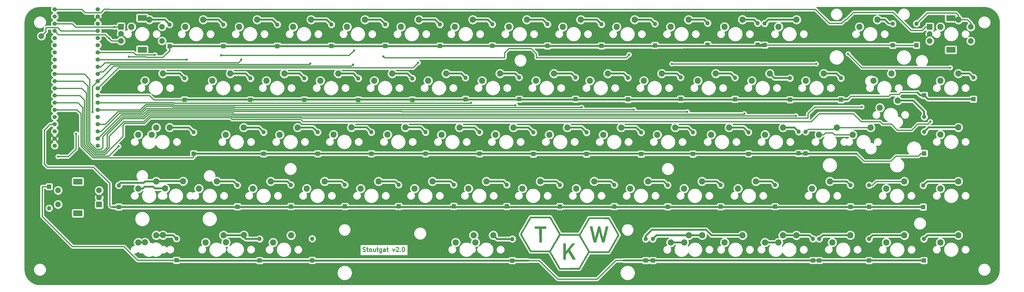
<source format=gbr>
G04 #@! TF.GenerationSoftware,KiCad,Pcbnew,5.1.5+dfsg1-2build2*
G04 #@! TF.CreationDate,2020-08-15T11:38:24+01:00*
G04 #@! TF.ProjectId,stoutgatv2,73746f75-7467-4617-9476-322e6b696361,0.2*
G04 #@! TF.SameCoordinates,Original*
G04 #@! TF.FileFunction,Copper,L1,Top*
G04 #@! TF.FilePolarity,Positive*
%FSLAX46Y46*%
G04 Gerber Fmt 4.6, Leading zero omitted, Abs format (unit mm)*
G04 Created by KiCad (PCBNEW 5.1.5+dfsg1-2build2) date 2020-08-15 11:38:24*
%MOMM*%
%LPD*%
G04 APERTURE LIST*
%ADD10C,0.300000*%
%ADD11C,0.010000*%
%ADD12C,2.000000*%
%ADD13R,2.000000X2.000000*%
%ADD14R,3.200000X2.000000*%
%ADD15O,1.500000X1.500000*%
%ADD16R,1.500000X1.500000*%
%ADD17C,2.200000*%
%ADD18C,1.524000*%
%ADD19C,0.800000*%
%ADD20C,0.635000*%
%ADD21C,0.406400*%
%ADD22C,0.254000*%
G04 APERTURE END LIST*
D10*
X167775857Y-172412742D02*
X167990142Y-172484171D01*
X168347285Y-172484171D01*
X168490142Y-172412742D01*
X168561571Y-172341314D01*
X168633000Y-172198457D01*
X168633000Y-172055600D01*
X168561571Y-171912742D01*
X168490142Y-171841314D01*
X168347285Y-171769885D01*
X168061571Y-171698457D01*
X167918714Y-171627028D01*
X167847285Y-171555600D01*
X167775857Y-171412742D01*
X167775857Y-171269885D01*
X167847285Y-171127028D01*
X167918714Y-171055600D01*
X168061571Y-170984171D01*
X168418714Y-170984171D01*
X168633000Y-171055600D01*
X169061571Y-171484171D02*
X169633000Y-171484171D01*
X169275857Y-170984171D02*
X169275857Y-172269885D01*
X169347285Y-172412742D01*
X169490142Y-172484171D01*
X169633000Y-172484171D01*
X170347285Y-172484171D02*
X170204428Y-172412742D01*
X170133000Y-172341314D01*
X170061571Y-172198457D01*
X170061571Y-171769885D01*
X170133000Y-171627028D01*
X170204428Y-171555600D01*
X170347285Y-171484171D01*
X170561571Y-171484171D01*
X170704428Y-171555600D01*
X170775857Y-171627028D01*
X170847285Y-171769885D01*
X170847285Y-172198457D01*
X170775857Y-172341314D01*
X170704428Y-172412742D01*
X170561571Y-172484171D01*
X170347285Y-172484171D01*
X172133000Y-171484171D02*
X172133000Y-172484171D01*
X171490142Y-171484171D02*
X171490142Y-172269885D01*
X171561571Y-172412742D01*
X171704428Y-172484171D01*
X171918714Y-172484171D01*
X172061571Y-172412742D01*
X172133000Y-172341314D01*
X172633000Y-171484171D02*
X173204428Y-171484171D01*
X172847285Y-170984171D02*
X172847285Y-172269885D01*
X172918714Y-172412742D01*
X173061571Y-172484171D01*
X173204428Y-172484171D01*
X174347285Y-171484171D02*
X174347285Y-172698457D01*
X174275857Y-172841314D01*
X174204428Y-172912742D01*
X174061571Y-172984171D01*
X173847285Y-172984171D01*
X173704428Y-172912742D01*
X174347285Y-172412742D02*
X174204428Y-172484171D01*
X173918714Y-172484171D01*
X173775857Y-172412742D01*
X173704428Y-172341314D01*
X173633000Y-172198457D01*
X173633000Y-171769885D01*
X173704428Y-171627028D01*
X173775857Y-171555600D01*
X173918714Y-171484171D01*
X174204428Y-171484171D01*
X174347285Y-171555600D01*
X175704428Y-172484171D02*
X175704428Y-171698457D01*
X175633000Y-171555600D01*
X175490142Y-171484171D01*
X175204428Y-171484171D01*
X175061571Y-171555600D01*
X175704428Y-172412742D02*
X175561571Y-172484171D01*
X175204428Y-172484171D01*
X175061571Y-172412742D01*
X174990142Y-172269885D01*
X174990142Y-172127028D01*
X175061571Y-171984171D01*
X175204428Y-171912742D01*
X175561571Y-171912742D01*
X175704428Y-171841314D01*
X176204428Y-171484171D02*
X176775857Y-171484171D01*
X176418714Y-170984171D02*
X176418714Y-172269885D01*
X176490142Y-172412742D01*
X176633000Y-172484171D01*
X176775857Y-172484171D01*
X178275857Y-171484171D02*
X178633000Y-172484171D01*
X178990142Y-171484171D01*
X179490142Y-171127028D02*
X179561571Y-171055600D01*
X179704428Y-170984171D01*
X180061571Y-170984171D01*
X180204428Y-171055600D01*
X180275857Y-171127028D01*
X180347285Y-171269885D01*
X180347285Y-171412742D01*
X180275857Y-171627028D01*
X179418714Y-172484171D01*
X180347285Y-172484171D01*
X180990142Y-172341314D02*
X181061571Y-172412742D01*
X180990142Y-172484171D01*
X180918714Y-172412742D01*
X180990142Y-172341314D01*
X180990142Y-172484171D01*
X181990142Y-170984171D02*
X182133000Y-170984171D01*
X182275857Y-171055600D01*
X182347285Y-171127028D01*
X182418714Y-171269885D01*
X182490142Y-171555600D01*
X182490142Y-171912742D01*
X182418714Y-172198457D01*
X182347285Y-172341314D01*
X182275857Y-172412742D01*
X182133000Y-172484171D01*
X181990142Y-172484171D01*
X181847285Y-172412742D01*
X181775857Y-172341314D01*
X181704428Y-172198457D01*
X181633000Y-171912742D01*
X181633000Y-171555600D01*
X181704428Y-171269885D01*
X181775857Y-171127028D01*
X181847285Y-171055600D01*
X181990142Y-170984171D01*
D11*
G36*
X251166339Y-163536445D02*
G01*
X251458909Y-163553422D01*
X252000207Y-165626774D01*
X252122156Y-166091958D01*
X252235885Y-166522114D01*
X252338130Y-166905161D01*
X252425622Y-167229021D01*
X252495095Y-167481611D01*
X252543281Y-167650853D01*
X252566914Y-167724666D01*
X252568121Y-167726742D01*
X252585896Y-167679667D01*
X252625161Y-167534067D01*
X252683112Y-167301657D01*
X252756943Y-166994155D01*
X252843850Y-166623277D01*
X252941027Y-166200742D01*
X253045670Y-165738266D01*
X253067858Y-165639278D01*
X253540981Y-163525200D01*
X254410129Y-163525200D01*
X254340554Y-163821533D01*
X254281861Y-164068865D01*
X254205496Y-164386578D01*
X254114599Y-164761933D01*
X254012311Y-165182191D01*
X253901772Y-165634614D01*
X253786122Y-166106462D01*
X253668501Y-166584998D01*
X253552049Y-167057482D01*
X253439908Y-167511176D01*
X253335216Y-167933341D01*
X253241115Y-168311240D01*
X253160745Y-168632132D01*
X253097244Y-168883279D01*
X253053755Y-169051943D01*
X253033418Y-169125385D01*
X253032616Y-169127311D01*
X252967732Y-169148021D01*
X252820491Y-169163106D01*
X252621393Y-169169585D01*
X252599675Y-169169644D01*
X252192175Y-169169644D01*
X252087289Y-168760422D01*
X252002347Y-168431720D01*
X251905868Y-168062912D01*
X251801871Y-167668911D01*
X251694375Y-167264628D01*
X251587399Y-166864977D01*
X251484961Y-166484868D01*
X251391082Y-166139215D01*
X251309779Y-165842930D01*
X251245072Y-165610925D01*
X251200979Y-165458113D01*
X251181520Y-165399405D01*
X251181458Y-165399339D01*
X251155042Y-165433925D01*
X251114263Y-165547712D01*
X251092999Y-165622058D01*
X251059453Y-165745965D01*
X251001019Y-165960030D01*
X250922828Y-166245585D01*
X250830010Y-166583963D01*
X250727699Y-166956499D01*
X250621023Y-167344523D01*
X250515116Y-167729371D01*
X250415107Y-168092374D01*
X250326127Y-168414865D01*
X250253309Y-168678179D01*
X250214818Y-168816866D01*
X250116663Y-169169644D01*
X249700812Y-169169644D01*
X249449674Y-169160728D01*
X249304871Y-169133422D01*
X249262493Y-169099089D01*
X249238576Y-169010520D01*
X249198110Y-168848272D01*
X249153232Y-168661644D01*
X249120406Y-168524889D01*
X249064180Y-168292928D01*
X248988074Y-167980190D01*
X248895607Y-167601101D01*
X248790299Y-167170089D01*
X248675670Y-166701580D01*
X248555238Y-166210002D01*
X248533538Y-166121493D01*
X248414600Y-165635209D01*
X248302893Y-165176129D01*
X248201589Y-164757465D01*
X248113862Y-164392429D01*
X248042881Y-164094232D01*
X247991821Y-163876087D01*
X247963853Y-163751205D01*
X247960955Y-163736715D01*
X247921274Y-163525200D01*
X248770391Y-163525200D01*
X248882898Y-164019089D01*
X248925280Y-164205916D01*
X248987879Y-164482918D01*
X249066195Y-164830119D01*
X249155724Y-165227545D01*
X249251964Y-165655221D01*
X249350412Y-166093172D01*
X249353622Y-166107456D01*
X249446203Y-166513970D01*
X249532488Y-166882260D01*
X249609066Y-167198598D01*
X249672528Y-167449259D01*
X249719465Y-167620515D01*
X249746467Y-167698640D01*
X249749686Y-167702011D01*
X249785708Y-167653236D01*
X249823090Y-167534149D01*
X249826520Y-167518644D01*
X249850607Y-167417843D01*
X249899139Y-167224582D01*
X249967771Y-166955559D01*
X250052155Y-166627469D01*
X250147946Y-166257010D01*
X250250796Y-165860877D01*
X250356360Y-165455767D01*
X250460290Y-165058377D01*
X250558241Y-164685402D01*
X250645866Y-164353539D01*
X250718818Y-164079484D01*
X250772750Y-163879934D01*
X250789720Y-163818667D01*
X250873769Y-163519467D01*
X251166339Y-163536445D01*
G37*
X251166339Y-163536445D02*
X251458909Y-163553422D01*
X252000207Y-165626774D01*
X252122156Y-166091958D01*
X252235885Y-166522114D01*
X252338130Y-166905161D01*
X252425622Y-167229021D01*
X252495095Y-167481611D01*
X252543281Y-167650853D01*
X252566914Y-167724666D01*
X252568121Y-167726742D01*
X252585896Y-167679667D01*
X252625161Y-167534067D01*
X252683112Y-167301657D01*
X252756943Y-166994155D01*
X252843850Y-166623277D01*
X252941027Y-166200742D01*
X253045670Y-165738266D01*
X253067858Y-165639278D01*
X253540981Y-163525200D01*
X254410129Y-163525200D01*
X254340554Y-163821533D01*
X254281861Y-164068865D01*
X254205496Y-164386578D01*
X254114599Y-164761933D01*
X254012311Y-165182191D01*
X253901772Y-165634614D01*
X253786122Y-166106462D01*
X253668501Y-166584998D01*
X253552049Y-167057482D01*
X253439908Y-167511176D01*
X253335216Y-167933341D01*
X253241115Y-168311240D01*
X253160745Y-168632132D01*
X253097244Y-168883279D01*
X253053755Y-169051943D01*
X253033418Y-169125385D01*
X253032616Y-169127311D01*
X252967732Y-169148021D01*
X252820491Y-169163106D01*
X252621393Y-169169585D01*
X252599675Y-169169644D01*
X252192175Y-169169644D01*
X252087289Y-168760422D01*
X252002347Y-168431720D01*
X251905868Y-168062912D01*
X251801871Y-167668911D01*
X251694375Y-167264628D01*
X251587399Y-166864977D01*
X251484961Y-166484868D01*
X251391082Y-166139215D01*
X251309779Y-165842930D01*
X251245072Y-165610925D01*
X251200979Y-165458113D01*
X251181520Y-165399405D01*
X251181458Y-165399339D01*
X251155042Y-165433925D01*
X251114263Y-165547712D01*
X251092999Y-165622058D01*
X251059453Y-165745965D01*
X251001019Y-165960030D01*
X250922828Y-166245585D01*
X250830010Y-166583963D01*
X250727699Y-166956499D01*
X250621023Y-167344523D01*
X250515116Y-167729371D01*
X250415107Y-168092374D01*
X250326127Y-168414865D01*
X250253309Y-168678179D01*
X250214818Y-168816866D01*
X250116663Y-169169644D01*
X249700812Y-169169644D01*
X249449674Y-169160728D01*
X249304871Y-169133422D01*
X249262493Y-169099089D01*
X249238576Y-169010520D01*
X249198110Y-168848272D01*
X249153232Y-168661644D01*
X249120406Y-168524889D01*
X249064180Y-168292928D01*
X248988074Y-167980190D01*
X248895607Y-167601101D01*
X248790299Y-167170089D01*
X248675670Y-166701580D01*
X248555238Y-166210002D01*
X248533538Y-166121493D01*
X248414600Y-165635209D01*
X248302893Y-165176129D01*
X248201589Y-164757465D01*
X248113862Y-164392429D01*
X248042881Y-164094232D01*
X247991821Y-163876087D01*
X247963853Y-163751205D01*
X247960955Y-163736715D01*
X247921274Y-163525200D01*
X248770391Y-163525200D01*
X248882898Y-164019089D01*
X248925280Y-164205916D01*
X248987879Y-164482918D01*
X249066195Y-164830119D01*
X249155724Y-165227545D01*
X249251964Y-165655221D01*
X249350412Y-166093172D01*
X249353622Y-166107456D01*
X249446203Y-166513970D01*
X249532488Y-166882260D01*
X249609066Y-167198598D01*
X249672528Y-167449259D01*
X249719465Y-167620515D01*
X249746467Y-167698640D01*
X249749686Y-167702011D01*
X249785708Y-167653236D01*
X249823090Y-167534149D01*
X249826520Y-167518644D01*
X249850607Y-167417843D01*
X249899139Y-167224582D01*
X249967771Y-166955559D01*
X250052155Y-166627469D01*
X250147946Y-166257010D01*
X250250796Y-165860877D01*
X250356360Y-165455767D01*
X250460290Y-165058377D01*
X250558241Y-164685402D01*
X250645866Y-164353539D01*
X250718818Y-164079484D01*
X250772750Y-163879934D01*
X250789720Y-163818667D01*
X250873769Y-163519467D01*
X251166339Y-163536445D01*
G36*
X239354282Y-170975866D02*
G01*
X239355900Y-171361492D01*
X239360450Y-171706837D01*
X239367479Y-171996805D01*
X239376535Y-172216304D01*
X239387163Y-172350239D01*
X239396616Y-172385640D01*
X239440467Y-172342470D01*
X239544858Y-172220733D01*
X239701155Y-172031072D01*
X239900723Y-171784132D01*
X240134926Y-171490557D01*
X240395130Y-171160991D01*
X240539616Y-170976663D01*
X241640282Y-169569024D01*
X242138875Y-169566889D01*
X242373789Y-169571527D01*
X242538899Y-169586374D01*
X242615805Y-169609446D01*
X242618653Y-169618636D01*
X242578854Y-169675803D01*
X242477320Y-169807138D01*
X242324277Y-169999830D01*
X242129952Y-170241068D01*
X241904572Y-170518041D01*
X241753171Y-170702768D01*
X241513868Y-170994772D01*
X241299283Y-171258167D01*
X241119604Y-171480319D01*
X240985020Y-171648595D01*
X240905720Y-171750362D01*
X240888747Y-171774605D01*
X240912437Y-171831234D01*
X240987836Y-171972966D01*
X241108334Y-172188242D01*
X241267322Y-172465505D01*
X241458192Y-172793198D01*
X241674335Y-173159764D01*
X241839518Y-173437292D01*
X242071641Y-173826598D01*
X242285524Y-174186811D01*
X242474167Y-174506027D01*
X242630571Y-174772342D01*
X242747737Y-174973852D01*
X242818665Y-175098652D01*
X242836981Y-175133797D01*
X242827984Y-175170954D01*
X242755368Y-175194136D01*
X242602536Y-175205998D01*
X242365417Y-175209200D01*
X241864918Y-175209200D01*
X241077637Y-173882755D01*
X240870028Y-173534884D01*
X240680587Y-173221111D01*
X240517022Y-172953914D01*
X240387042Y-172745767D01*
X240298358Y-172609146D01*
X240258677Y-172556527D01*
X240257963Y-172556311D01*
X240211891Y-172597506D01*
X240109989Y-172709810D01*
X239967099Y-172876299D01*
X239798063Y-173080050D01*
X239789926Y-173090011D01*
X239354282Y-173623711D01*
X239354282Y-175209200D01*
X238564060Y-175209200D01*
X238564060Y-169564755D01*
X239354282Y-169564755D01*
X239354282Y-170975866D01*
G37*
X239354282Y-170975866D02*
X239355900Y-171361492D01*
X239360450Y-171706837D01*
X239367479Y-171996805D01*
X239376535Y-172216304D01*
X239387163Y-172350239D01*
X239396616Y-172385640D01*
X239440467Y-172342470D01*
X239544858Y-172220733D01*
X239701155Y-172031072D01*
X239900723Y-171784132D01*
X240134926Y-171490557D01*
X240395130Y-171160991D01*
X240539616Y-170976663D01*
X241640282Y-169569024D01*
X242138875Y-169566889D01*
X242373789Y-169571527D01*
X242538899Y-169586374D01*
X242615805Y-169609446D01*
X242618653Y-169618636D01*
X242578854Y-169675803D01*
X242477320Y-169807138D01*
X242324277Y-169999830D01*
X242129952Y-170241068D01*
X241904572Y-170518041D01*
X241753171Y-170702768D01*
X241513868Y-170994772D01*
X241299283Y-171258167D01*
X241119604Y-171480319D01*
X240985020Y-171648595D01*
X240905720Y-171750362D01*
X240888747Y-171774605D01*
X240912437Y-171831234D01*
X240987836Y-171972966D01*
X241108334Y-172188242D01*
X241267322Y-172465505D01*
X241458192Y-172793198D01*
X241674335Y-173159764D01*
X241839518Y-173437292D01*
X242071641Y-173826598D01*
X242285524Y-174186811D01*
X242474167Y-174506027D01*
X242630571Y-174772342D01*
X242747737Y-174973852D01*
X242818665Y-175098652D01*
X242836981Y-175133797D01*
X242827984Y-175170954D01*
X242755368Y-175194136D01*
X242602536Y-175205998D01*
X242365417Y-175209200D01*
X241864918Y-175209200D01*
X241077637Y-173882755D01*
X240870028Y-173534884D01*
X240680587Y-173221111D01*
X240517022Y-172953914D01*
X240387042Y-172745767D01*
X240298358Y-172609146D01*
X240258677Y-172556527D01*
X240257963Y-172556311D01*
X240211891Y-172597506D01*
X240109989Y-172709810D01*
X239967099Y-172876299D01*
X239798063Y-173080050D01*
X239789926Y-173090011D01*
X239354282Y-173623711D01*
X239354282Y-175209200D01*
X238564060Y-175209200D01*
X238564060Y-169564755D01*
X239354282Y-169564755D01*
X239354282Y-170975866D01*
G36*
X230450171Y-163538589D02*
G01*
X232439838Y-163553422D01*
X232473218Y-164315422D01*
X230887616Y-164315422D01*
X230887616Y-169169644D01*
X230042161Y-169169644D01*
X230012727Y-164343644D01*
X228460505Y-164312236D01*
X228460505Y-163523756D01*
X230450171Y-163538589D01*
G37*
X230450171Y-163538589D02*
X232439838Y-163553422D01*
X232473218Y-164315422D01*
X230887616Y-164315422D01*
X230887616Y-169169644D01*
X230042161Y-169169644D01*
X230012727Y-164343644D01*
X228460505Y-164312236D01*
X228460505Y-163523756D01*
X230450171Y-163538589D01*
G36*
X234618398Y-161112200D02*
G01*
X234783682Y-161398006D01*
X234994887Y-161763417D01*
X235241514Y-162190258D01*
X235513065Y-162660354D01*
X235799040Y-163155530D01*
X236088943Y-163657612D01*
X236372273Y-164148425D01*
X236395333Y-164188377D01*
X237576282Y-166234444D01*
X244180282Y-166233068D01*
X245871931Y-163298689D01*
X247563580Y-160364311D01*
X254736572Y-160364311D01*
X255023507Y-160858200D01*
X255431446Y-161561192D01*
X255827702Y-162245651D01*
X256208438Y-162904857D01*
X256569817Y-163532091D01*
X256908001Y-164120633D01*
X257219153Y-164663765D01*
X257499435Y-165154766D01*
X257745010Y-165586919D01*
X257952041Y-165953502D01*
X258116690Y-166247797D01*
X258235119Y-166463085D01*
X258303492Y-166592647D01*
X258319616Y-166629644D01*
X258291850Y-166689564D01*
X258211111Y-166840317D01*
X258081237Y-167075184D01*
X257906064Y-167387445D01*
X257689431Y-167770381D01*
X257435174Y-168217273D01*
X257147131Y-168721402D01*
X256829140Y-169276047D01*
X256485038Y-169874490D01*
X256118662Y-170510012D01*
X255733851Y-171175893D01*
X255334440Y-171865414D01*
X255023507Y-172401089D01*
X254736572Y-172894978D01*
X247679838Y-172896138D01*
X247365751Y-173445891D01*
X247273152Y-173607415D01*
X247131249Y-173854205D01*
X246947231Y-174173791D01*
X246728287Y-174553702D01*
X246481605Y-174981467D01*
X246214376Y-175444617D01*
X245933787Y-175930680D01*
X245674044Y-176380422D01*
X244296424Y-178765200D01*
X237121700Y-178765200D01*
X235345214Y-175689171D01*
X233568727Y-172613142D01*
X230208520Y-172612948D01*
X226848314Y-172612755D01*
X226786250Y-172505141D01*
X234095900Y-172505141D01*
X234343569Y-172939948D01*
X234514514Y-173239236D01*
X234717557Y-173593354D01*
X234946164Y-173991018D01*
X235193803Y-174420946D01*
X235453939Y-174871854D01*
X235720039Y-175332460D01*
X235985570Y-175791482D01*
X236243998Y-176237635D01*
X236488791Y-176659638D01*
X236713415Y-177046207D01*
X236911336Y-177386061D01*
X237076020Y-177667915D01*
X237200936Y-177880487D01*
X237279549Y-178012494D01*
X237300240Y-178045987D01*
X237437374Y-178258108D01*
X244008242Y-178228978D01*
X244212336Y-177890311D01*
X244296742Y-177748096D01*
X244427203Y-177525551D01*
X244593513Y-177240219D01*
X244785465Y-176909638D01*
X244992852Y-176551350D01*
X245164824Y-176253422D01*
X245419211Y-175812135D01*
X245704801Y-175316703D01*
X246001330Y-174802282D01*
X246288531Y-174304030D01*
X246546141Y-173857103D01*
X246619446Y-173729922D01*
X247325673Y-172504644D01*
X245785504Y-169835255D01*
X245491668Y-169326296D01*
X245211368Y-168841378D01*
X244950307Y-168390328D01*
X244714188Y-167982973D01*
X244508714Y-167629139D01*
X244339590Y-167338652D01*
X244212519Y-167121339D01*
X244133203Y-166987027D01*
X244113036Y-166953745D01*
X243980737Y-166741624D01*
X240695058Y-166756190D01*
X237409380Y-166770755D01*
X236476831Y-168383709D01*
X236207061Y-168850367D01*
X235914971Y-169355736D01*
X235616107Y-169872912D01*
X235326013Y-170374994D01*
X235060233Y-170835081D01*
X234834313Y-171226271D01*
X234820091Y-171250902D01*
X234095900Y-172505141D01*
X226786250Y-172505141D01*
X225668249Y-170566644D01*
X225383824Y-170073776D01*
X225089878Y-169564943D01*
X224797290Y-169058941D01*
X224516939Y-168574568D01*
X224259706Y-168130620D01*
X224036469Y-167745892D01*
X223858108Y-167439182D01*
X223849998Y-167425263D01*
X223628946Y-167039385D01*
X223456552Y-166724531D01*
X223335918Y-166486791D01*
X223270142Y-166332256D01*
X223264489Y-166291639D01*
X223862724Y-166291639D01*
X223882150Y-166361874D01*
X223955034Y-166520217D01*
X224076749Y-166757981D01*
X224242666Y-167066477D01*
X224448156Y-167437017D01*
X224688590Y-167860911D01*
X224824921Y-168097861D01*
X225094977Y-168565278D01*
X225380648Y-169060014D01*
X225668493Y-169558770D01*
X225945071Y-170038247D01*
X226196938Y-170475145D01*
X226410653Y-170846167D01*
X226476799Y-170961097D01*
X227134060Y-172103438D01*
X230434749Y-172089986D01*
X233735438Y-172076533D01*
X234503351Y-170750089D01*
X234744966Y-170332662D01*
X235025774Y-169847397D01*
X235328476Y-169324195D01*
X235635776Y-168792957D01*
X235930375Y-168283581D01*
X236160170Y-167886172D01*
X236887692Y-166627833D01*
X244536160Y-166627833D01*
X246075473Y-169295738D01*
X246369228Y-169804558D01*
X246649448Y-170289337D01*
X246910429Y-170740246D01*
X247146463Y-171147455D01*
X247351848Y-171501134D01*
X247520876Y-171791453D01*
X247647842Y-172008583D01*
X247727042Y-172142693D01*
X247747084Y-172175765D01*
X247879383Y-172387886D01*
X251165847Y-172373321D01*
X254452311Y-172358755D01*
X254769406Y-171822533D01*
X255017747Y-171400742D01*
X255283111Y-170946741D01*
X255559807Y-170470541D01*
X255842140Y-169982151D01*
X256124417Y-169491579D01*
X256400943Y-169008836D01*
X256666025Y-168543932D01*
X256913969Y-168106875D01*
X257139081Y-167707675D01*
X257335667Y-167356342D01*
X257498035Y-167062885D01*
X257620489Y-166837314D01*
X257697336Y-166689638D01*
X257722917Y-166630366D01*
X257695471Y-166567316D01*
X257616921Y-166416691D01*
X257492949Y-166188481D01*
X257329236Y-165892680D01*
X257131466Y-165539276D01*
X256905321Y-165138263D01*
X256656481Y-164699631D01*
X256390631Y-164233371D01*
X256113451Y-163749475D01*
X255830624Y-163257934D01*
X255547832Y-162768739D01*
X255270757Y-162291882D01*
X255005081Y-161837353D01*
X254769263Y-161436755D01*
X254452311Y-160900533D01*
X251165954Y-160885968D01*
X247879597Y-160871402D01*
X247742462Y-161083523D01*
X247691096Y-161168155D01*
X247589954Y-161339348D01*
X247445571Y-161585822D01*
X247264478Y-161896295D01*
X247053208Y-162259485D01*
X246818293Y-162664110D01*
X246566267Y-163098889D01*
X246303662Y-163552540D01*
X246037010Y-164013782D01*
X245772845Y-164471332D01*
X245517698Y-164913910D01*
X245278103Y-165330233D01*
X245060591Y-165709021D01*
X244871697Y-166038991D01*
X244784810Y-166191294D01*
X244536160Y-166627833D01*
X236887692Y-166627833D01*
X237049076Y-166348700D01*
X236865292Y-166023505D01*
X236770523Y-165857021D01*
X236627197Y-165606824D01*
X236443373Y-165286866D01*
X236227107Y-164911099D01*
X235986458Y-164493478D01*
X235729483Y-164047955D01*
X235464241Y-163588482D01*
X235198788Y-163129012D01*
X234941184Y-162683498D01*
X234699485Y-162265893D01*
X234481749Y-161890150D01*
X234296035Y-161570221D01*
X234150400Y-161320059D01*
X234053441Y-161154533D01*
X233737185Y-160618311D01*
X227134935Y-160618311D01*
X226817832Y-161154533D01*
X226680631Y-161387851D01*
X226507444Y-161684439D01*
X226304631Y-162033241D01*
X226078551Y-162423202D01*
X225835564Y-162843268D01*
X225582029Y-163282383D01*
X225324305Y-163729493D01*
X225068752Y-164173543D01*
X224821729Y-164603478D01*
X224589595Y-165008242D01*
X224378709Y-165376781D01*
X224195432Y-165698040D01*
X224046121Y-165960965D01*
X223937138Y-166154499D01*
X223874840Y-166267589D01*
X223862724Y-166291639D01*
X223264489Y-166291639D01*
X223261219Y-166268152D01*
X223299409Y-166207154D01*
X223387642Y-166059057D01*
X223519647Y-165834601D01*
X223689151Y-165544528D01*
X223889885Y-165199578D01*
X224115577Y-164810492D01*
X224359956Y-164388011D01*
X224450755Y-164230755D01*
X224707048Y-163786857D01*
X224952487Y-163362125D01*
X225179792Y-162969129D01*
X225381684Y-162620439D01*
X225550882Y-162328627D01*
X225680108Y-162106263D01*
X225762082Y-161965917D01*
X225774555Y-161944755D01*
X225868673Y-161784125D01*
X226003467Y-161552029D01*
X226163582Y-161275004D01*
X226333662Y-160979584D01*
X226403343Y-160858200D01*
X226848462Y-160082089D01*
X234022413Y-160082089D01*
X234618398Y-161112200D01*
G37*
X234618398Y-161112200D02*
X234783682Y-161398006D01*
X234994887Y-161763417D01*
X235241514Y-162190258D01*
X235513065Y-162660354D01*
X235799040Y-163155530D01*
X236088943Y-163657612D01*
X236372273Y-164148425D01*
X236395333Y-164188377D01*
X237576282Y-166234444D01*
X244180282Y-166233068D01*
X245871931Y-163298689D01*
X247563580Y-160364311D01*
X254736572Y-160364311D01*
X255023507Y-160858200D01*
X255431446Y-161561192D01*
X255827702Y-162245651D01*
X256208438Y-162904857D01*
X256569817Y-163532091D01*
X256908001Y-164120633D01*
X257219153Y-164663765D01*
X257499435Y-165154766D01*
X257745010Y-165586919D01*
X257952041Y-165953502D01*
X258116690Y-166247797D01*
X258235119Y-166463085D01*
X258303492Y-166592647D01*
X258319616Y-166629644D01*
X258291850Y-166689564D01*
X258211111Y-166840317D01*
X258081237Y-167075184D01*
X257906064Y-167387445D01*
X257689431Y-167770381D01*
X257435174Y-168217273D01*
X257147131Y-168721402D01*
X256829140Y-169276047D01*
X256485038Y-169874490D01*
X256118662Y-170510012D01*
X255733851Y-171175893D01*
X255334440Y-171865414D01*
X255023507Y-172401089D01*
X254736572Y-172894978D01*
X247679838Y-172896138D01*
X247365751Y-173445891D01*
X247273152Y-173607415D01*
X247131249Y-173854205D01*
X246947231Y-174173791D01*
X246728287Y-174553702D01*
X246481605Y-174981467D01*
X246214376Y-175444617D01*
X245933787Y-175930680D01*
X245674044Y-176380422D01*
X244296424Y-178765200D01*
X237121700Y-178765200D01*
X235345214Y-175689171D01*
X233568727Y-172613142D01*
X230208520Y-172612948D01*
X226848314Y-172612755D01*
X226786250Y-172505141D01*
X234095900Y-172505141D01*
X234343569Y-172939948D01*
X234514514Y-173239236D01*
X234717557Y-173593354D01*
X234946164Y-173991018D01*
X235193803Y-174420946D01*
X235453939Y-174871854D01*
X235720039Y-175332460D01*
X235985570Y-175791482D01*
X236243998Y-176237635D01*
X236488791Y-176659638D01*
X236713415Y-177046207D01*
X236911336Y-177386061D01*
X237076020Y-177667915D01*
X237200936Y-177880487D01*
X237279549Y-178012494D01*
X237300240Y-178045987D01*
X237437374Y-178258108D01*
X244008242Y-178228978D01*
X244212336Y-177890311D01*
X244296742Y-177748096D01*
X244427203Y-177525551D01*
X244593513Y-177240219D01*
X244785465Y-176909638D01*
X244992852Y-176551350D01*
X245164824Y-176253422D01*
X245419211Y-175812135D01*
X245704801Y-175316703D01*
X246001330Y-174802282D01*
X246288531Y-174304030D01*
X246546141Y-173857103D01*
X246619446Y-173729922D01*
X247325673Y-172504644D01*
X245785504Y-169835255D01*
X245491668Y-169326296D01*
X245211368Y-168841378D01*
X244950307Y-168390328D01*
X244714188Y-167982973D01*
X244508714Y-167629139D01*
X244339590Y-167338652D01*
X244212519Y-167121339D01*
X244133203Y-166987027D01*
X244113036Y-166953745D01*
X243980737Y-166741624D01*
X240695058Y-166756190D01*
X237409380Y-166770755D01*
X236476831Y-168383709D01*
X236207061Y-168850367D01*
X235914971Y-169355736D01*
X235616107Y-169872912D01*
X235326013Y-170374994D01*
X235060233Y-170835081D01*
X234834313Y-171226271D01*
X234820091Y-171250902D01*
X234095900Y-172505141D01*
X226786250Y-172505141D01*
X225668249Y-170566644D01*
X225383824Y-170073776D01*
X225089878Y-169564943D01*
X224797290Y-169058941D01*
X224516939Y-168574568D01*
X224259706Y-168130620D01*
X224036469Y-167745892D01*
X223858108Y-167439182D01*
X223849998Y-167425263D01*
X223628946Y-167039385D01*
X223456552Y-166724531D01*
X223335918Y-166486791D01*
X223270142Y-166332256D01*
X223264489Y-166291639D01*
X223862724Y-166291639D01*
X223882150Y-166361874D01*
X223955034Y-166520217D01*
X224076749Y-166757981D01*
X224242666Y-167066477D01*
X224448156Y-167437017D01*
X224688590Y-167860911D01*
X224824921Y-168097861D01*
X225094977Y-168565278D01*
X225380648Y-169060014D01*
X225668493Y-169558770D01*
X225945071Y-170038247D01*
X226196938Y-170475145D01*
X226410653Y-170846167D01*
X226476799Y-170961097D01*
X227134060Y-172103438D01*
X230434749Y-172089986D01*
X233735438Y-172076533D01*
X234503351Y-170750089D01*
X234744966Y-170332662D01*
X235025774Y-169847397D01*
X235328476Y-169324195D01*
X235635776Y-168792957D01*
X235930375Y-168283581D01*
X236160170Y-167886172D01*
X236887692Y-166627833D01*
X244536160Y-166627833D01*
X246075473Y-169295738D01*
X246369228Y-169804558D01*
X246649448Y-170289337D01*
X246910429Y-170740246D01*
X247146463Y-171147455D01*
X247351848Y-171501134D01*
X247520876Y-171791453D01*
X247647842Y-172008583D01*
X247727042Y-172142693D01*
X247747084Y-172175765D01*
X247879383Y-172387886D01*
X251165847Y-172373321D01*
X254452311Y-172358755D01*
X254769406Y-171822533D01*
X255017747Y-171400742D01*
X255283111Y-170946741D01*
X255559807Y-170470541D01*
X255842140Y-169982151D01*
X256124417Y-169491579D01*
X256400943Y-169008836D01*
X256666025Y-168543932D01*
X256913969Y-168106875D01*
X257139081Y-167707675D01*
X257335667Y-167356342D01*
X257498035Y-167062885D01*
X257620489Y-166837314D01*
X257697336Y-166689638D01*
X257722917Y-166630366D01*
X257695471Y-166567316D01*
X257616921Y-166416691D01*
X257492949Y-166188481D01*
X257329236Y-165892680D01*
X257131466Y-165539276D01*
X256905321Y-165138263D01*
X256656481Y-164699631D01*
X256390631Y-164233371D01*
X256113451Y-163749475D01*
X255830624Y-163257934D01*
X255547832Y-162768739D01*
X255270757Y-162291882D01*
X255005081Y-161837353D01*
X254769263Y-161436755D01*
X254452311Y-160900533D01*
X251165954Y-160885968D01*
X247879597Y-160871402D01*
X247742462Y-161083523D01*
X247691096Y-161168155D01*
X247589954Y-161339348D01*
X247445571Y-161585822D01*
X247264478Y-161896295D01*
X247053208Y-162259485D01*
X246818293Y-162664110D01*
X246566267Y-163098889D01*
X246303662Y-163552540D01*
X246037010Y-164013782D01*
X245772845Y-164471332D01*
X245517698Y-164913910D01*
X245278103Y-165330233D01*
X245060591Y-165709021D01*
X244871697Y-166038991D01*
X244784810Y-166191294D01*
X244536160Y-166627833D01*
X236887692Y-166627833D01*
X237049076Y-166348700D01*
X236865292Y-166023505D01*
X236770523Y-165857021D01*
X236627197Y-165606824D01*
X236443373Y-165286866D01*
X236227107Y-164911099D01*
X235986458Y-164493478D01*
X235729483Y-164047955D01*
X235464241Y-163588482D01*
X235198788Y-163129012D01*
X234941184Y-162683498D01*
X234699485Y-162265893D01*
X234481749Y-161890150D01*
X234296035Y-161570221D01*
X234150400Y-161320059D01*
X234053441Y-161154533D01*
X233737185Y-160618311D01*
X227134935Y-160618311D01*
X226817832Y-161154533D01*
X226680631Y-161387851D01*
X226507444Y-161684439D01*
X226304631Y-162033241D01*
X226078551Y-162423202D01*
X225835564Y-162843268D01*
X225582029Y-163282383D01*
X225324305Y-163729493D01*
X225068752Y-164173543D01*
X224821729Y-164603478D01*
X224589595Y-165008242D01*
X224378709Y-165376781D01*
X224195432Y-165698040D01*
X224046121Y-165960965D01*
X223937138Y-166154499D01*
X223874840Y-166267589D01*
X223862724Y-166291639D01*
X223264489Y-166291639D01*
X223261219Y-166268152D01*
X223299409Y-166207154D01*
X223387642Y-166059057D01*
X223519647Y-165834601D01*
X223689151Y-165544528D01*
X223889885Y-165199578D01*
X224115577Y-164810492D01*
X224359956Y-164388011D01*
X224450755Y-164230755D01*
X224707048Y-163786857D01*
X224952487Y-163362125D01*
X225179792Y-162969129D01*
X225381684Y-162620439D01*
X225550882Y-162328627D01*
X225680108Y-162106263D01*
X225762082Y-161965917D01*
X225774555Y-161944755D01*
X225868673Y-161784125D01*
X226003467Y-161552029D01*
X226163582Y-161275004D01*
X226333662Y-160979584D01*
X226403343Y-160858200D01*
X226848462Y-160082089D01*
X234022413Y-160082089D01*
X234618398Y-161112200D01*
D12*
X54089300Y-96215200D03*
D13*
X74498200Y-155803600D03*
D12*
X74498200Y-153303600D03*
X74498200Y-150803600D03*
D14*
X66998200Y-158903600D03*
X66998200Y-147703600D03*
D12*
X59998200Y-155803600D03*
X59998200Y-150803600D03*
D15*
X56845200Y-157124400D03*
D16*
X56845200Y-149504400D03*
D17*
X340791800Y-131114800D03*
X347141800Y-128574800D03*
X348157800Y-112039400D03*
X354507800Y-109499400D03*
X200533000Y-169214800D03*
X206883000Y-166674800D03*
X88341200Y-131114800D03*
X94691200Y-128574800D03*
X350418400Y-121564400D03*
X356768400Y-119024400D03*
X309803800Y-169214800D03*
X316153800Y-166674800D03*
X281279600Y-169214800D03*
X287629600Y-166674800D03*
X119303800Y-169189400D03*
X125653800Y-166649400D03*
X90728800Y-169189400D03*
X97078800Y-166649400D03*
X97840800Y-150139400D03*
X104190800Y-147599400D03*
D15*
X137490200Y-92151200D03*
D16*
X137490200Y-99771200D03*
D15*
X365963200Y-167995600D03*
D16*
X365963200Y-175615600D03*
D15*
X346583000Y-167995600D03*
D16*
X346583000Y-175615600D03*
D15*
X328955400Y-167970200D03*
D16*
X328955400Y-175590200D03*
D15*
X326771000Y-167970200D03*
D16*
X326771000Y-175590200D03*
D15*
X267665200Y-167995600D03*
D16*
X267665200Y-175615600D03*
D15*
X270179800Y-167995600D03*
D16*
X270179800Y-175615600D03*
D15*
X220522800Y-168021000D03*
D16*
X220522800Y-175641000D03*
D15*
X149809200Y-167944800D03*
D16*
X149809200Y-175564800D03*
D15*
X131216400Y-167995600D03*
D16*
X131216400Y-175615600D03*
D15*
X365709200Y-149072600D03*
D16*
X365709200Y-156692600D03*
D15*
X346608400Y-148971000D03*
D16*
X346608400Y-156591000D03*
D15*
X340029800Y-148971000D03*
D16*
X340029800Y-156591000D03*
D15*
X313385200Y-148920200D03*
D16*
X313385200Y-156540200D03*
D15*
X294132000Y-148945600D03*
D16*
X294132000Y-156565600D03*
D15*
X275437600Y-148971000D03*
D16*
X275437600Y-156591000D03*
D15*
X256590800Y-148894800D03*
D16*
X256590800Y-156514800D03*
D15*
X237337600Y-148894800D03*
D16*
X237337600Y-156514800D03*
D15*
X218567000Y-148844000D03*
D16*
X218567000Y-156464000D03*
D15*
X199821800Y-148818600D03*
D16*
X199821800Y-156438600D03*
D15*
X180340000Y-148844000D03*
D16*
X180340000Y-156464000D03*
D15*
X161366200Y-148844000D03*
D16*
X161366200Y-156464000D03*
D15*
X142265400Y-148894800D03*
D16*
X142265400Y-156514800D03*
D15*
X123367800Y-148971000D03*
D16*
X123367800Y-156591000D03*
D15*
X366090200Y-130098800D03*
D16*
X366090200Y-137718800D03*
D15*
X324180200Y-130098800D03*
D16*
X324180200Y-137718800D03*
D15*
X321716400Y-130073400D03*
D16*
X321716400Y-137693400D03*
D15*
X303987200Y-130251200D03*
D16*
X303987200Y-137871200D03*
D15*
X284353000Y-130302000D03*
D16*
X284353000Y-137922000D03*
D15*
X266039600Y-130327400D03*
D16*
X266039600Y-137947400D03*
D15*
X246761000Y-130327400D03*
D16*
X246761000Y-137947400D03*
D15*
X227965000Y-130327400D03*
D16*
X227965000Y-137947400D03*
D15*
X208889600Y-130225800D03*
D16*
X208889600Y-137845800D03*
D15*
X189865000Y-130225800D03*
D16*
X189865000Y-137845800D03*
D15*
X170713400Y-130225800D03*
D16*
X170713400Y-137845800D03*
D15*
X151739600Y-130225800D03*
D16*
X151739600Y-137845800D03*
D15*
X132638800Y-130225800D03*
D16*
X132638800Y-137845800D03*
D15*
X383463800Y-110896400D03*
D16*
X383463800Y-118516400D03*
D15*
X366090200Y-124815600D03*
D16*
X366090200Y-117195600D03*
D15*
X336677000Y-111099600D03*
D16*
X336677000Y-118719600D03*
D15*
X318643000Y-111099600D03*
D16*
X318643000Y-118719600D03*
D15*
X299212000Y-110947200D03*
D16*
X299212000Y-118567200D03*
D15*
X280009600Y-110845600D03*
D16*
X280009600Y-118465600D03*
D15*
X261391400Y-111023400D03*
D16*
X261391400Y-118643400D03*
D15*
X242824000Y-110896400D03*
D16*
X242824000Y-118516400D03*
D15*
X222935800Y-110896400D03*
D16*
X222935800Y-118516400D03*
D15*
X203962000Y-110972600D03*
D16*
X203962000Y-118592600D03*
D15*
X185166000Y-111201200D03*
D16*
X185166000Y-118821200D03*
D15*
X166090600Y-111201200D03*
D16*
X166090600Y-118821200D03*
D15*
X147040600Y-111175800D03*
D16*
X147040600Y-118795800D03*
D15*
X127990600Y-111175800D03*
D16*
X127990600Y-118795800D03*
D15*
X363347000Y-91821000D03*
D16*
X363347000Y-99441000D03*
D15*
X354965000Y-91846400D03*
D16*
X354965000Y-99466400D03*
D15*
X309702200Y-91770200D03*
D16*
X309702200Y-99390200D03*
D15*
X307213000Y-91668600D03*
D16*
X307213000Y-99288600D03*
D15*
X289534600Y-91668600D03*
D16*
X289534600Y-99288600D03*
D15*
X270941800Y-91897200D03*
D16*
X270941800Y-99517200D03*
D15*
X252018800Y-92049600D03*
D16*
X252018800Y-99669600D03*
D15*
X232968800Y-92049600D03*
D16*
X232968800Y-99669600D03*
D15*
X213461600Y-92049600D03*
D16*
X213461600Y-99669600D03*
D15*
X194919600Y-92125800D03*
D16*
X194919600Y-99745800D03*
D15*
X175641000Y-92125800D03*
D16*
X175641000Y-99745800D03*
D15*
X156591000Y-92125800D03*
D16*
X156591000Y-99745800D03*
D15*
X118414800Y-92151200D03*
D16*
X118414800Y-99771200D03*
D15*
X99415600Y-92151200D03*
D16*
X99415600Y-99771200D03*
D15*
X107899200Y-130225800D03*
D16*
X107899200Y-137845800D03*
D15*
X104724200Y-111175800D03*
D16*
X104724200Y-118795800D03*
D15*
X81457800Y-149047200D03*
D16*
X81457800Y-156667200D03*
D15*
X101854000Y-167894000D03*
D16*
X101854000Y-175514000D03*
D13*
X82245200Y-92938600D03*
D12*
X82245200Y-95438600D03*
X82245200Y-97938600D03*
D14*
X89745200Y-89838600D03*
X89745200Y-101038600D03*
D12*
X96745200Y-92938600D03*
X96745200Y-97938600D03*
D13*
X368020600Y-92989400D03*
D12*
X368020600Y-95489400D03*
X368020600Y-97989400D03*
D14*
X375520600Y-89889400D03*
X375520600Y-101089400D03*
D12*
X382520600Y-92989400D03*
X382520600Y-97989400D03*
D18*
X58801000Y-86766400D03*
X58801000Y-89306400D03*
X58801000Y-91846400D03*
X58801000Y-94386400D03*
X58801000Y-96926400D03*
X58801000Y-99466400D03*
X58801000Y-102006400D03*
X58801000Y-104546400D03*
X58801000Y-107086400D03*
X58801000Y-109626400D03*
X58801000Y-112166400D03*
X58801000Y-114706400D03*
X58801000Y-117246400D03*
X58801000Y-119786400D03*
X58801000Y-122326400D03*
X58801000Y-124866400D03*
X58801000Y-127406400D03*
X58801000Y-129946400D03*
X58801000Y-132486400D03*
X58801000Y-135026400D03*
X74041000Y-135026400D03*
X74041000Y-132486400D03*
X74041000Y-129946400D03*
X74041000Y-127406400D03*
X74041000Y-124866400D03*
X74041000Y-122326400D03*
X74041000Y-119786400D03*
X74041000Y-117246400D03*
X74041000Y-114706400D03*
X74041000Y-112166400D03*
X74041000Y-109626400D03*
X74041000Y-107086400D03*
X74041000Y-104546400D03*
X74041000Y-102006400D03*
X74041000Y-99466400D03*
X74041000Y-96926400D03*
X74041000Y-94386400D03*
X74041000Y-91846400D03*
X74041000Y-89306400D03*
X74041000Y-86766400D03*
D17*
X343204800Y-92976700D03*
X349554800Y-90436700D03*
X371779800Y-169214800D03*
X378129800Y-166674800D03*
X352704400Y-169240200D03*
X359054400Y-166700200D03*
X333603600Y-169214800D03*
X339953600Y-166674800D03*
X314579000Y-169240200D03*
X320929000Y-166700200D03*
X295554400Y-169240200D03*
X301904400Y-166700200D03*
X276529800Y-169240200D03*
X282879800Y-166700200D03*
X207467200Y-169214800D03*
X213817200Y-166674800D03*
X135991600Y-169240200D03*
X142341600Y-166700200D03*
X112166400Y-169214800D03*
X118516400Y-166674800D03*
X371779800Y-150164800D03*
X378129800Y-147624800D03*
X352653600Y-150164800D03*
X359003600Y-147624800D03*
X326440800Y-150164800D03*
X332790800Y-147624800D03*
X300278800Y-150164800D03*
X306628800Y-147624800D03*
X281228800Y-150164800D03*
X287578800Y-147624800D03*
X262178800Y-150164800D03*
X268528800Y-147624800D03*
X243128800Y-150164800D03*
X249478800Y-147624800D03*
X224078800Y-150164800D03*
X230428800Y-147624800D03*
X205028800Y-150164800D03*
X211378800Y-147624800D03*
X185978800Y-150164800D03*
X192328800Y-147624800D03*
X166903400Y-150164800D03*
X173253400Y-147624800D03*
X147853400Y-150164800D03*
X154203400Y-147624800D03*
X128803400Y-150164800D03*
X135153400Y-147624800D03*
X109753400Y-150164800D03*
X116103400Y-147624800D03*
X371779800Y-131089400D03*
X378129800Y-128549400D03*
X328904600Y-131114800D03*
X335254600Y-128574800D03*
X309854600Y-131114800D03*
X316204600Y-128574800D03*
X290804600Y-131114800D03*
X297154600Y-128574800D03*
X271754600Y-131114800D03*
X278104600Y-128574800D03*
X252679200Y-131114800D03*
X259029200Y-128574800D03*
X233629200Y-131114800D03*
X239979200Y-128574800D03*
X214553800Y-131114800D03*
X220903800Y-128574800D03*
X195503800Y-131114800D03*
X201853800Y-128574800D03*
X176403000Y-131089400D03*
X182753000Y-128549400D03*
X157327600Y-131089400D03*
X163677600Y-128549400D03*
X138328400Y-131114800D03*
X144678400Y-128574800D03*
X119278400Y-131114800D03*
X125628400Y-128574800D03*
X371779800Y-112039400D03*
X378129800Y-109499400D03*
X324205600Y-112039400D03*
X330555600Y-109499400D03*
X305155600Y-112039400D03*
X311505600Y-109499400D03*
X286080200Y-112039400D03*
X292430200Y-109499400D03*
X267004800Y-112039400D03*
X273354800Y-109499400D03*
X247954800Y-112039400D03*
X254304800Y-109499400D03*
X228879400Y-112039400D03*
X235229400Y-109499400D03*
X209829400Y-112039400D03*
X216179400Y-109499400D03*
X190779400Y-112039400D03*
X197129400Y-109499400D03*
X171729400Y-112039400D03*
X178079400Y-109499400D03*
X152654000Y-112039400D03*
X159004000Y-109499400D03*
X133604000Y-112039400D03*
X139954000Y-109499400D03*
X114528600Y-112039400D03*
X120878600Y-109499400D03*
X371779800Y-92976700D03*
X378129800Y-90436700D03*
X314604400Y-92976700D03*
X320954400Y-90436700D03*
X295529000Y-92964000D03*
X301879000Y-90424000D03*
X276453600Y-92976700D03*
X282803600Y-90436700D03*
X257403600Y-92976700D03*
X263753600Y-90436700D03*
X238353600Y-92976700D03*
X244703600Y-90436700D03*
X219303600Y-92976700D03*
X225653600Y-90436700D03*
X200228200Y-92976700D03*
X206578200Y-90436700D03*
X181178200Y-92976700D03*
X187528200Y-90436700D03*
X162128200Y-92976700D03*
X168478200Y-90436700D03*
X143078200Y-92976700D03*
X149428200Y-90436700D03*
X124028200Y-92976700D03*
X130378200Y-90436700D03*
X104978200Y-92976700D03*
X111328200Y-90436700D03*
X85921850Y-92976700D03*
X92271850Y-90436700D03*
X93091000Y-131114800D03*
X99441000Y-128574800D03*
X90703400Y-112039400D03*
X97053400Y-109499400D03*
X88341200Y-150164800D03*
X94691200Y-147624800D03*
X88341200Y-169214800D03*
X94691200Y-166674800D03*
D19*
X81432400Y-135204200D03*
X85064600Y-103530400D03*
X94170500Y-102857300D03*
X105460800Y-104546400D03*
X124790200Y-104571800D03*
X149123400Y-105994200D03*
X164261800Y-106324400D03*
X59944000Y-138861800D03*
X66370200Y-130784600D03*
X72161400Y-123063000D03*
X187248800Y-105638600D03*
X205917800Y-119888000D03*
X221640400Y-120700800D03*
X245033800Y-121412000D03*
X263474200Y-122224800D03*
X282355999Y-123028001D03*
X302518099Y-123668501D03*
X320725800Y-124409200D03*
X344043000Y-121285000D03*
X368249200Y-126492000D03*
X79857600Y-93040200D03*
X78028800Y-97053400D03*
X65760600Y-123723400D03*
X87503000Y-182651400D03*
X133273800Y-183032400D03*
X205867000Y-182753000D03*
X274472400Y-183159400D03*
X351078800Y-182930800D03*
X385089400Y-165354000D03*
X384022600Y-129260600D03*
X333171800Y-100685600D03*
X273126400Y-102844800D03*
X173659800Y-95859600D03*
X116509800Y-97332800D03*
X64058800Y-163657800D03*
X375259600Y-107391200D03*
X339166200Y-102514400D03*
X276885600Y-106044800D03*
X327913800Y-106044800D03*
X174980600Y-103454200D03*
X261797800Y-102768400D03*
X117627400Y-102997000D03*
X164617400Y-101320600D03*
D20*
X97701100Y-90436700D02*
X99415600Y-92151200D01*
X92271850Y-90436700D02*
X97701100Y-90436700D01*
X116700300Y-90436700D02*
X118414800Y-92151200D01*
X111328200Y-90436700D02*
X116700300Y-90436700D01*
X135775700Y-90436700D02*
X137490200Y-92151200D01*
X130378200Y-90436700D02*
X135775700Y-90436700D01*
X154901900Y-90436700D02*
X156591000Y-92125800D01*
X149428200Y-90436700D02*
X154901900Y-90436700D01*
X173951900Y-90436700D02*
X175641000Y-92125800D01*
X168478200Y-90436700D02*
X173951900Y-90436700D01*
X193230500Y-90436700D02*
X194919600Y-92125800D01*
X187528200Y-90436700D02*
X193230500Y-90436700D01*
X211848700Y-90436700D02*
X213461600Y-92049600D01*
X206578200Y-90436700D02*
X211848700Y-90436700D01*
X231355900Y-90436700D02*
X232968800Y-92049600D01*
X225653600Y-90436700D02*
X231355900Y-90436700D01*
X250405900Y-90436700D02*
X252018800Y-92049600D01*
X244703600Y-90436700D02*
X250405900Y-90436700D01*
X269481300Y-90436700D02*
X270941800Y-91897200D01*
X263753600Y-90436700D02*
X269481300Y-90436700D01*
X288784601Y-90918601D02*
X289534600Y-91668600D01*
X288302700Y-90436700D02*
X288784601Y-90918601D01*
X282803600Y-90436700D02*
X288302700Y-90436700D01*
X305968400Y-90424000D02*
X307213000Y-91668600D01*
X301879000Y-90424000D02*
X305968400Y-90424000D01*
X311035700Y-90436700D02*
X309702200Y-91770200D01*
X320954400Y-90436700D02*
X311035700Y-90436700D01*
X349554800Y-90436700D02*
X352183700Y-90436700D01*
X352183700Y-90436700D02*
X353517200Y-91770200D01*
D21*
X353828140Y-91770200D02*
X353517200Y-91770200D01*
X353904340Y-91846400D02*
X353828140Y-91770200D01*
X354965000Y-91846400D02*
X353904340Y-91846400D01*
X379685434Y-90436700D02*
X378129800Y-90436700D01*
X381382113Y-90436700D02*
X379685434Y-90436700D01*
X382520600Y-91575187D02*
X381382113Y-90436700D01*
X382520600Y-92989400D02*
X382520600Y-91575187D01*
X378129800Y-88881066D02*
X377285134Y-88036400D01*
X378129800Y-90436700D02*
X378129800Y-88881066D01*
X367131600Y-88036400D02*
X363347000Y-91821000D01*
X377285134Y-88036400D02*
X367131600Y-88036400D01*
D20*
X103047800Y-109499400D02*
X104724200Y-111175800D01*
X97053400Y-109499400D02*
X103047800Y-109499400D01*
X126314200Y-109499400D02*
X127990600Y-111175800D01*
X120878600Y-109499400D02*
X126314200Y-109499400D01*
X145364200Y-109499400D02*
X147040600Y-111175800D01*
X139954000Y-109499400D02*
X145364200Y-109499400D01*
X165340601Y-110451201D02*
X166090600Y-111201200D01*
X164388800Y-109499400D02*
X165340601Y-110451201D01*
X159004000Y-109499400D02*
X164388800Y-109499400D01*
X183464200Y-109499400D02*
X185166000Y-111201200D01*
X178079400Y-109499400D02*
X183464200Y-109499400D01*
X202488800Y-109499400D02*
X203962000Y-110972600D01*
X197129400Y-109499400D02*
X202488800Y-109499400D01*
X221538800Y-109499400D02*
X222935800Y-110896400D01*
X216179400Y-109499400D02*
X221538800Y-109499400D01*
X241427000Y-109499400D02*
X242824000Y-110896400D01*
X235229400Y-109499400D02*
X241427000Y-109499400D01*
X259867400Y-109499400D02*
X261391400Y-111023400D01*
X254304800Y-109499400D02*
X259867400Y-109499400D01*
X278663400Y-109499400D02*
X280009600Y-110845600D01*
X273354800Y-109499400D02*
X278663400Y-109499400D01*
X297764200Y-109499400D02*
X299212000Y-110947200D01*
X292430200Y-109499400D02*
X297764200Y-109499400D01*
X313105800Y-111099600D02*
X318643000Y-111099600D01*
X311505600Y-109499400D02*
X313105800Y-111099600D01*
X335076800Y-109499400D02*
X336677000Y-111099600D01*
X330555600Y-109499400D02*
X335076800Y-109499400D01*
X356717600Y-119024400D02*
X362178600Y-119024400D01*
X366090200Y-122936000D02*
X366090200Y-124815600D01*
X362178600Y-119024400D02*
X366090200Y-122936000D01*
X382066800Y-109499400D02*
X383463800Y-110896400D01*
X378129800Y-109499400D02*
X382066800Y-109499400D01*
X106248200Y-128574800D02*
X107899200Y-130225800D01*
X99441000Y-128574800D02*
X106248200Y-128574800D01*
X130987800Y-128574800D02*
X132638800Y-130225800D01*
X125628400Y-128574800D02*
X130987800Y-128574800D01*
X150088600Y-128574800D02*
X151739600Y-130225800D01*
X144678400Y-128574800D02*
X150088600Y-128574800D01*
X169037000Y-128549400D02*
X170713400Y-130225800D01*
X163677600Y-128549400D02*
X169037000Y-128549400D01*
X188188600Y-128549400D02*
X189865000Y-130225800D01*
X182753000Y-128549400D02*
X188188600Y-128549400D01*
X207238600Y-128574800D02*
X208889600Y-130225800D01*
X201853800Y-128574800D02*
X207238600Y-128574800D01*
X226212400Y-128574800D02*
X227965000Y-130327400D01*
X220903800Y-128574800D02*
X226212400Y-128574800D01*
X245008400Y-128574800D02*
X246761000Y-130327400D01*
X239979200Y-128574800D02*
X245008400Y-128574800D01*
X264287000Y-128574800D02*
X266039600Y-130327400D01*
X259029200Y-128574800D02*
X264287000Y-128574800D01*
X282625800Y-128574800D02*
X284353000Y-130302000D01*
X278104600Y-128574800D02*
X282625800Y-128574800D01*
X302310800Y-128574800D02*
X303987200Y-130251200D01*
X297154600Y-128574800D02*
X302310800Y-128574800D01*
X320217800Y-128574800D02*
X321716400Y-130073400D01*
X316204600Y-128574800D02*
X320217800Y-128574800D01*
D21*
X347141800Y-128574800D02*
X347167200Y-128600200D01*
X335254600Y-128574800D02*
X347141800Y-128574800D01*
X325069200Y-129209800D02*
X324180200Y-130098800D01*
X333857600Y-129209800D02*
X325069200Y-129209800D01*
X334492600Y-128574800D02*
X333857600Y-129209800D01*
X335254600Y-128574800D02*
X334492600Y-128574800D01*
D20*
X367639600Y-128549400D02*
X366090200Y-130098800D01*
X378129800Y-128549400D02*
X367639600Y-128549400D01*
X81457800Y-149047200D02*
X81457800Y-148793200D01*
X81457800Y-148793200D02*
X82118200Y-148132800D01*
X82118200Y-148132800D02*
X90297000Y-148132800D01*
X90805000Y-147624800D02*
X94691200Y-147624800D01*
X90297000Y-148132800D02*
X90805000Y-147624800D01*
X96272234Y-147599400D02*
X103520890Y-147599400D01*
X96246834Y-147624800D02*
X96272234Y-147599400D01*
X94691200Y-147624800D02*
X96246834Y-147624800D01*
X122021600Y-147624800D02*
X123367800Y-148971000D01*
X116103400Y-147624800D02*
X122021600Y-147624800D01*
X140995400Y-147624800D02*
X142265400Y-148894800D01*
X135153400Y-147624800D02*
X140995400Y-147624800D01*
X160147000Y-147624800D02*
X161366200Y-148844000D01*
X154203400Y-147624800D02*
X160147000Y-147624800D01*
X179120800Y-147624800D02*
X180340000Y-148844000D01*
X173253400Y-147624800D02*
X179120800Y-147624800D01*
X198628000Y-147624800D02*
X199821800Y-148818600D01*
X192328800Y-147624800D02*
X198628000Y-147624800D01*
X217347800Y-147624800D02*
X218567000Y-148844000D01*
X211378800Y-147624800D02*
X217347800Y-147624800D01*
X236067600Y-147624800D02*
X237337600Y-148894800D01*
X230428800Y-147624800D02*
X236067600Y-147624800D01*
X255320800Y-147624800D02*
X256590800Y-148894800D01*
X249478800Y-147624800D02*
X255320800Y-147624800D01*
X274091400Y-147624800D02*
X275437600Y-148971000D01*
X268528800Y-147624800D02*
X274091400Y-147624800D01*
X292811200Y-147624800D02*
X294132000Y-148945600D01*
X287578800Y-147624800D02*
X292811200Y-147624800D01*
X312089800Y-147624800D02*
X313385200Y-148920200D01*
X306628800Y-147624800D02*
X312089800Y-147624800D01*
X338683600Y-147624800D02*
X340029800Y-148971000D01*
X332790800Y-147624800D02*
X338683600Y-147624800D01*
D21*
X346608400Y-148971000D02*
X347776800Y-148971000D01*
X349123000Y-147624800D02*
X359003600Y-147624800D01*
X347776800Y-148971000D02*
X349123000Y-147624800D01*
D20*
X367157000Y-147624800D02*
X365709200Y-149072600D01*
X378129800Y-147624800D02*
X367157000Y-147624800D01*
X100634800Y-166674800D02*
X101854000Y-167894000D01*
X94691200Y-166674800D02*
X100634800Y-166674800D01*
X126263400Y-167995600D02*
X131216400Y-167995600D01*
X124942600Y-166674800D02*
X126263400Y-167995600D01*
X118516400Y-166674800D02*
X124942600Y-166674800D01*
X215163400Y-168021000D02*
X220522800Y-168021000D01*
X213817200Y-166674800D02*
X215163400Y-168021000D01*
X271475200Y-166700200D02*
X270179800Y-167995600D01*
X282879800Y-166700200D02*
X271475200Y-166700200D01*
X287604200Y-166700200D02*
X287629600Y-166674800D01*
X282879800Y-166700200D02*
X287604200Y-166700200D01*
X290855400Y-166700200D02*
X301904400Y-166700200D01*
X290855400Y-166624000D02*
X290855400Y-166700200D01*
X289001200Y-164769800D02*
X290855400Y-166624000D01*
X269830340Y-164769800D02*
X289001200Y-164769800D01*
X267665200Y-166934940D02*
X269830340Y-164769800D01*
X267665200Y-167995600D02*
X267665200Y-166934940D01*
X320903600Y-166674800D02*
X320929000Y-166700200D01*
X316153800Y-166674800D02*
X320903600Y-166674800D01*
X325501000Y-166700200D02*
X326771000Y-167970200D01*
X320929000Y-166700200D02*
X325501000Y-166700200D01*
X330250800Y-166674800D02*
X328955400Y-167970200D01*
X339953600Y-166674800D02*
X330250800Y-166674800D01*
X347878400Y-166700200D02*
X346583000Y-167995600D01*
X359054400Y-166700200D02*
X347878400Y-166700200D01*
X367284000Y-166674800D02*
X365963200Y-167995600D01*
X378129800Y-166674800D02*
X367284000Y-166674800D01*
X309702200Y-99720400D02*
X309676800Y-99745800D01*
X309702200Y-99390200D02*
X309702200Y-99720400D01*
X309600600Y-99288600D02*
X309702200Y-99390200D01*
X307213000Y-99288600D02*
X309600600Y-99288600D01*
X289534600Y-99644200D02*
X289636200Y-99745800D01*
X289534600Y-99288600D02*
X289534600Y-99644200D01*
X289636200Y-99745800D02*
X309676800Y-99745800D01*
X99415600Y-99771200D02*
X289636200Y-99745800D01*
D21*
X58801000Y-119786400D02*
X67008390Y-119786400D01*
X67008390Y-119786400D02*
X68684790Y-121462800D01*
X72559560Y-138699830D02*
X77936770Y-138699830D01*
X68684790Y-134825060D02*
X72559560Y-138699830D01*
X68684790Y-121462800D02*
X68684790Y-134825060D01*
X77936770Y-138699830D02*
X81432400Y-135204200D01*
X99415600Y-101396800D02*
X99415600Y-99771200D01*
X97104200Y-103708200D02*
X99415600Y-101396800D01*
X91135200Y-103708200D02*
X97104200Y-103708200D01*
X90957400Y-103530400D02*
X91135200Y-103708200D01*
X85064600Y-103530400D02*
X90957400Y-103530400D01*
X354990400Y-99441000D02*
X354965000Y-99466400D01*
X363347000Y-99441000D02*
X354990400Y-99441000D01*
X354888800Y-99390200D02*
X354965000Y-99466400D01*
X309702200Y-99390200D02*
X354888800Y-99390200D01*
D20*
X367411000Y-118516400D02*
X366090200Y-117195600D01*
X383463800Y-118516400D02*
X367411000Y-118516400D01*
X364705200Y-117195600D02*
X363638400Y-116128800D01*
X366090200Y-117195600D02*
X364705200Y-117195600D01*
X339039200Y-118719600D02*
X336677000Y-118719600D01*
X104800400Y-118719600D02*
X104724200Y-118795800D01*
X336677000Y-118719600D02*
X104800400Y-118719600D01*
D21*
X74041000Y-117246400D02*
X92329000Y-117246400D01*
X93878400Y-118795800D02*
X104724200Y-118795800D01*
X92329000Y-117246400D02*
X93878400Y-118795800D01*
X353491800Y-117525800D02*
X340233000Y-117525800D01*
X340233000Y-117525800D02*
X339039200Y-118719600D01*
X354203000Y-116814600D02*
X353491800Y-117525800D01*
X357174800Y-116814600D02*
X354203000Y-116814600D01*
X357860600Y-116128800D02*
X357174800Y-116814600D01*
X363638400Y-116128800D02*
X357860600Y-116128800D01*
D20*
X107899200Y-137845800D02*
X342163400Y-137845800D01*
D21*
X107595160Y-139306240D02*
X107899200Y-139002200D01*
X107899200Y-139002200D02*
X107899200Y-137845800D01*
X72308377Y-139306240D02*
X107595160Y-139306240D01*
X58801000Y-122326400D02*
X66681380Y-122326400D01*
X66681380Y-122326400D02*
X68078380Y-123723400D01*
X68078380Y-135076243D02*
X72308377Y-139306240D01*
X68078380Y-123723400D02*
X68078380Y-135076243D01*
X354304600Y-140487400D02*
X356082600Y-138709400D01*
X364933800Y-137718800D02*
X366090200Y-137718800D01*
X363943200Y-138709400D02*
X364933800Y-137718800D01*
X356082600Y-138709400D02*
X363943200Y-138709400D01*
X344805000Y-140487400D02*
X354304600Y-140487400D01*
X342163400Y-137845800D02*
X344805000Y-140487400D01*
D20*
X365709200Y-156692600D02*
X104241600Y-156692600D01*
X104241600Y-156692600D02*
X102133400Y-156692600D01*
X102108000Y-156667200D02*
X81457800Y-156667200D01*
X102133400Y-156692600D02*
X102108000Y-156667200D01*
X79324200Y-156667200D02*
X81457800Y-156667200D01*
D21*
X79019400Y-156667200D02*
X79324200Y-156667200D01*
X79019400Y-156667200D02*
X78663800Y-156667200D01*
X78663800Y-156667200D02*
X78257400Y-156260800D01*
X78257400Y-156260800D02*
X78257400Y-148336000D01*
X78257400Y-148336000D02*
X72466200Y-142544800D01*
X72466200Y-142544800D02*
X56184800Y-142544800D01*
X56184800Y-142544800D02*
X55118000Y-141478000D01*
X55118000Y-141478000D02*
X55118000Y-129514600D01*
X57226200Y-127406400D02*
X55118000Y-129514600D01*
X58801000Y-127406400D02*
X57226200Y-127406400D01*
D20*
X365861600Y-175514000D02*
X365963200Y-175615600D01*
X364578200Y-175615600D02*
X346583000Y-175615600D01*
X365963200Y-175615600D02*
X364578200Y-175615600D01*
X346583000Y-175615600D02*
X270179800Y-175615600D01*
X270179800Y-175615600D02*
X259765800Y-175615600D01*
X226161600Y-175641000D02*
X220522800Y-175641000D01*
X101981000Y-175641000D02*
X101854000Y-175514000D01*
X220522800Y-175641000D02*
X101981000Y-175641000D01*
D21*
X226161600Y-175641000D02*
X230047800Y-175641000D01*
X230047800Y-175641000D02*
X236575600Y-182168800D01*
X236575600Y-182168800D02*
X250520200Y-182168800D01*
X257073400Y-175615600D02*
X259765800Y-175615600D01*
X250520200Y-182168800D02*
X257073400Y-175615600D01*
X65100200Y-170713400D02*
X54356000Y-159969200D01*
X83286600Y-170713400D02*
X65100200Y-170713400D01*
X88087200Y-175514000D02*
X83286600Y-170713400D01*
X101854000Y-175514000D02*
X88087200Y-175514000D01*
X54356000Y-149504400D02*
X56845200Y-149504400D01*
X54356000Y-159969200D02*
X54356000Y-149504400D01*
X94132400Y-102895400D02*
X94170500Y-102857300D01*
X87528400Y-102895400D02*
X94132400Y-102895400D01*
X86639400Y-102006400D02*
X87528400Y-102895400D01*
X74041000Y-102006400D02*
X86639400Y-102006400D01*
D20*
X94183200Y-150139400D02*
X97891600Y-150139400D01*
X90627200Y-149529800D02*
X93573600Y-149529800D01*
X89992200Y-150164800D02*
X90627200Y-149529800D01*
X93573600Y-149529800D02*
X94183200Y-150139400D01*
X88341200Y-150164800D02*
X89992200Y-150164800D01*
X90703400Y-169214800D02*
X90728800Y-169189400D01*
X88341200Y-169214800D02*
X90703400Y-169214800D01*
D21*
X74041000Y-104546400D02*
X105460800Y-104546400D01*
X75118630Y-107086400D02*
X76566430Y-105638600D01*
X74041000Y-107086400D02*
X75118630Y-107086400D01*
X76566430Y-105638600D02*
X123748800Y-105638600D01*
X123748800Y-105638600D02*
X124688600Y-104698800D01*
X74802999Y-108864401D02*
X75895199Y-108864401D01*
X74041000Y-109626400D02*
X74802999Y-108864401D01*
X78514590Y-106245010D02*
X148872590Y-106245010D01*
X75895199Y-108864401D02*
X78514590Y-106245010D01*
X148872590Y-106245010D02*
X149123400Y-105994200D01*
X74802999Y-111404401D02*
X75107799Y-111404401D01*
X74041000Y-112166400D02*
X74802999Y-111404401D01*
X79660780Y-106851420D02*
X163734780Y-106851420D01*
X75107799Y-111404401D02*
X79660780Y-106851420D01*
X163734780Y-106851420D02*
X164261800Y-106324400D01*
X66344800Y-130784600D02*
X66370200Y-130784600D01*
X66319400Y-130810000D02*
X66344800Y-130784600D01*
X72161400Y-114046000D02*
X74041000Y-112166400D01*
X72161400Y-123063000D02*
X72161400Y-114046000D01*
X66370200Y-130784600D02*
X66370200Y-136093200D01*
X63601600Y-138861800D02*
X59944000Y-138861800D01*
X66370200Y-136093200D02*
X63601600Y-138861800D01*
X74041000Y-114706400D02*
X81289570Y-107457830D01*
X81289570Y-107457830D02*
X185429570Y-107457830D01*
X185429570Y-107457830D02*
X187248800Y-105638600D01*
X74041000Y-119786400D02*
X100863400Y-119786400D01*
X101051401Y-119974401D02*
X205394601Y-119974401D01*
X100863400Y-119786400D02*
X101051401Y-119974401D01*
X205394601Y-119974401D02*
X205856799Y-119974401D01*
X74041000Y-122326400D02*
X76860400Y-122326400D01*
X89027000Y-122326400D02*
X90957400Y-120396000D01*
X76860400Y-122326400D02*
X89027000Y-122326400D01*
X100615407Y-120396000D02*
X100910608Y-120691201D01*
X100910608Y-120691201D02*
X221548399Y-120691201D01*
X90957400Y-120396000D02*
X100615407Y-120396000D01*
X221630801Y-120691201D02*
X221640400Y-120700800D01*
X221548399Y-120691201D02*
X221640400Y-120700800D01*
X74041000Y-127406400D02*
X76631800Y-127406400D01*
X76631800Y-127406400D02*
X81105390Y-122932810D01*
X89278183Y-122932810D02*
X91208583Y-121002410D01*
X81105390Y-122932810D02*
X89278183Y-122932810D01*
X100364224Y-121002410D02*
X100659425Y-121297611D01*
X91208583Y-121002410D02*
X100364224Y-121002410D01*
X100659425Y-121297611D02*
X122275600Y-121297611D01*
X122481990Y-121504001D02*
X244998801Y-121504001D01*
X122275600Y-121297611D02*
X122481990Y-121504001D01*
X81616580Y-123539220D02*
X82753200Y-123539220D01*
X75209400Y-129946400D02*
X81616580Y-123539220D01*
X74041000Y-129946400D02*
X75209400Y-129946400D01*
X89529366Y-123539220D02*
X89884593Y-123183992D01*
X82753200Y-123539220D02*
X89529366Y-123539220D01*
X89884593Y-123183992D02*
X91164564Y-121904021D01*
X91164564Y-121904021D02*
X100408242Y-121904021D01*
X122024417Y-121904021D02*
X122345196Y-122224800D01*
X100408242Y-121904021D02*
X122024417Y-121904021D01*
X122345196Y-122224800D02*
X263474200Y-122224800D01*
D20*
X281254200Y-169240200D02*
X281279600Y-169214800D01*
X276529800Y-169240200D02*
X281254200Y-169240200D01*
D21*
X74041000Y-132486400D02*
X82381770Y-124145630D01*
X82381770Y-124145630D02*
X82600800Y-124145630D01*
X89900170Y-124145630D02*
X91535369Y-122510431D01*
X82600800Y-124145630D02*
X89900170Y-124145630D01*
X121773234Y-122510431D02*
X122094013Y-122831210D01*
X91535369Y-122510431D02*
X121773234Y-122510431D01*
X122094013Y-122831210D02*
X181254400Y-122831210D01*
X181451191Y-123028001D02*
X282355999Y-123028001D01*
X181254400Y-122831210D02*
X181451191Y-123028001D01*
X58801000Y-109626400D02*
X69265800Y-109626400D01*
X69265800Y-109626400D02*
X71196200Y-111556800D01*
X71196200Y-133906098D02*
X73561102Y-136271000D01*
X71196200Y-111556800D02*
X71196200Y-133906098D01*
X75793600Y-131749800D02*
X82791360Y-124752040D01*
X90151353Y-124752040D02*
X91786552Y-123116841D01*
X82791360Y-124752040D02*
X90151353Y-124752040D01*
X122236412Y-123831202D02*
X302406198Y-123831202D01*
X121522051Y-123116841D02*
X122236412Y-123831202D01*
X91786552Y-123116841D02*
X121522051Y-123116841D01*
X75793600Y-135636000D02*
X75184000Y-136245600D01*
X75793600Y-131749800D02*
X75793600Y-135636000D01*
X74650600Y-136271000D02*
X73561102Y-136271000D01*
X74676000Y-136245600D02*
X74650600Y-136271000D01*
X75184000Y-136245600D02*
X74676000Y-136245600D01*
D20*
X311381933Y-169237299D02*
X314579000Y-169237299D01*
X311359434Y-169214800D02*
X311381933Y-169237299D01*
X309803800Y-169214800D02*
X311359434Y-169214800D01*
D21*
X76044783Y-136877410D02*
X77336993Y-135585200D01*
X77336993Y-135585200D02*
X77336993Y-131063999D01*
X77336993Y-131063999D02*
X83042542Y-125358450D01*
X90402536Y-125358450D02*
X92012186Y-123748800D01*
X83042542Y-125358450D02*
X90402536Y-125358450D01*
X122019320Y-124471702D02*
X320663298Y-124471702D01*
X121296418Y-123748800D02*
X122019320Y-124471702D01*
X92012186Y-123748800D02*
X121296418Y-123748800D01*
X320663298Y-124471702D02*
X320725800Y-124409200D01*
X58801000Y-112166400D02*
X68786390Y-112166400D01*
X68786390Y-112166400D02*
X70589790Y-113969800D01*
X70589790Y-113969800D02*
X70589790Y-134157281D01*
X73313109Y-136880600D02*
X73761600Y-136880600D01*
X73761600Y-136880600D02*
X76044783Y-136877410D01*
X70589790Y-134157281D02*
X73313109Y-136880600D01*
X73309919Y-136877410D02*
X73761600Y-136880600D01*
X330479400Y-131114800D02*
X328904600Y-131114800D01*
X331165200Y-130429000D02*
X330479400Y-131114800D01*
X333730600Y-130429000D02*
X331165200Y-130429000D01*
X334441800Y-131140200D02*
X333730600Y-130429000D01*
X340817200Y-131140200D02*
X334441800Y-131140200D01*
X68383180Y-114706400D02*
X58801000Y-114706400D01*
X69983380Y-116306600D02*
X68383180Y-114706400D01*
X121768137Y-125078112D02*
X121150026Y-124460000D01*
X145973800Y-125078112D02*
X121768137Y-125078112D01*
X121150026Y-124460000D02*
X92304099Y-124460000D01*
X146108089Y-125212401D02*
X145973800Y-125078112D01*
X76292775Y-137487010D02*
X73061926Y-137487010D01*
X92304099Y-124460000D02*
X90284115Y-126479984D01*
X83298615Y-126479984D02*
X78054200Y-131724400D01*
X73061926Y-137487010D02*
X69983380Y-134408464D01*
X69983380Y-134408464D02*
X69983380Y-116306600D01*
X90284115Y-126479984D02*
X83298615Y-126479984D01*
X78054200Y-131724400D02*
X78054200Y-135725585D01*
X78054200Y-135725585D02*
X76292775Y-137487010D01*
X324977199Y-125212401D02*
X324977199Y-123713801D01*
X324977199Y-125212401D02*
X146108089Y-125212401D01*
X324977199Y-123713801D02*
X327406000Y-121285000D01*
X327406000Y-121285000D02*
X344043000Y-121285000D01*
X367385600Y-127355600D02*
X368249200Y-126492000D01*
X350484801Y-126507601D02*
X351332800Y-127355600D01*
X326177001Y-126450999D02*
X328955400Y-123672600D01*
X326177001Y-126507601D02*
X326177001Y-126450999D01*
X146545696Y-126507601D02*
X326177001Y-126507601D01*
X82905600Y-131731778D02*
X82905600Y-127730592D01*
X67665600Y-117246400D02*
X69291200Y-118872000D01*
X69291200Y-118872000D02*
X69291200Y-134573877D01*
X58801000Y-117246400D02*
X67665600Y-117246400D01*
X69291200Y-134573877D02*
X72810743Y-138093420D01*
X90535298Y-127086394D02*
X92552092Y-125069600D01*
X341020400Y-123672600D02*
X343789000Y-126441200D01*
X72810743Y-138093420D02*
X76543958Y-138093420D01*
X76543958Y-138093420D02*
X82905600Y-131731778D01*
X82905600Y-127730592D02*
X83549798Y-127086394D01*
X92552092Y-125069600D02*
X120902034Y-125069600D01*
X120902034Y-125069600D02*
X121516954Y-125684522D01*
X343789000Y-126441200D02*
X350484801Y-126507601D01*
X328955400Y-123672600D02*
X341020400Y-123672600D01*
X145722617Y-125684522D02*
X146545696Y-126507601D01*
X83549798Y-127086394D02*
X90535298Y-127086394D01*
X121516954Y-125684522D02*
X145722617Y-125684522D01*
X354533200Y-127355600D02*
X354533200Y-127431800D01*
X351332800Y-127355600D02*
X354533200Y-127355600D01*
X354533200Y-127431800D02*
X356590600Y-129489200D01*
X361619800Y-129489200D02*
X363753400Y-127355600D01*
X356590600Y-129489200D02*
X361619800Y-129489200D01*
X363753400Y-127355600D02*
X367385600Y-127355600D01*
X80838800Y-92938600D02*
X80737200Y-93040200D01*
X82245200Y-92938600D02*
X80838800Y-92938600D01*
X80737200Y-93040200D02*
X79857600Y-93040200D01*
X79829001Y-93011601D02*
X66163801Y-93011601D01*
X79857600Y-93040200D02*
X79829001Y-93011601D01*
X64998600Y-91846400D02*
X58801000Y-91846400D01*
X66163801Y-93011601D02*
X64998600Y-91846400D01*
X58801000Y-94386400D02*
X60121800Y-95707200D01*
X60121800Y-95707200D02*
X76682600Y-95707200D01*
X76682600Y-95707200D02*
X78028800Y-97053400D01*
X78914000Y-97938600D02*
X78028800Y-97053400D01*
X82245200Y-97938600D02*
X78914000Y-97938600D01*
X361518200Y-94234000D02*
X365369600Y-94234000D01*
X355168200Y-87884000D02*
X361518200Y-94234000D01*
X338510299Y-90444901D02*
X341071200Y-87884000D01*
X58801000Y-86766400D02*
X68453000Y-86766400D01*
X336931000Y-91694000D02*
X338180099Y-90444901D01*
X365369600Y-94234000D02*
X366614200Y-92989400D01*
X338180099Y-90444901D02*
X338510299Y-90444901D01*
X69621400Y-87934800D02*
X73787000Y-87934800D01*
X76352400Y-86690200D02*
X77927200Y-86690200D01*
X366614200Y-92989400D02*
X368020600Y-92989400D01*
X68453000Y-86766400D02*
X69621400Y-87934800D01*
X77978000Y-86741000D02*
X327609200Y-86741000D01*
X73787000Y-87934800D02*
X73790199Y-87931601D01*
X75110999Y-87931601D02*
X76352400Y-86690200D01*
X332562200Y-91694000D02*
X336931000Y-91694000D01*
X73790199Y-87931601D02*
X75110999Y-87931601D01*
X341071200Y-87884000D02*
X355168200Y-87884000D01*
X77927200Y-86690200D02*
X77978000Y-86741000D01*
X327609200Y-86741000D02*
X332562200Y-91694000D01*
X375259600Y-107391200D02*
X344043000Y-107391200D01*
X344043000Y-107391200D02*
X339166200Y-102514400D01*
X276885600Y-106044800D02*
X327913800Y-106044800D01*
X174980600Y-103454200D02*
X175380599Y-103854199D01*
X260712001Y-103854199D02*
X261797800Y-102768400D01*
X229012801Y-103854199D02*
X229012801Y-102419201D01*
X229012801Y-103854199D02*
X260712001Y-103854199D01*
X229012801Y-102419201D02*
X227253800Y-100660200D01*
X227253800Y-100660200D02*
X219252800Y-100660200D01*
X217798599Y-102114401D02*
X219252800Y-100660200D01*
X217798599Y-103854199D02*
X217798599Y-102114401D01*
X175380599Y-103854199D02*
X217798599Y-103854199D01*
X118193085Y-102997000D02*
X118243885Y-103047800D01*
X117627400Y-102997000D02*
X118193085Y-102997000D01*
X118243885Y-103047800D02*
X162890200Y-103047800D01*
X162890200Y-103047800D02*
X164617400Y-101320600D01*
X74041000Y-94386400D02*
X61036200Y-94386400D01*
X56021014Y-93221199D02*
X55694013Y-93548200D01*
X59870999Y-93221199D02*
X56021014Y-93221199D01*
X61036200Y-94386400D02*
X59870999Y-93221199D01*
X55694013Y-94610487D02*
X54089300Y-96215200D01*
X55694013Y-93548200D02*
X55694013Y-94610487D01*
D22*
G36*
X53612380Y-86029399D02*
G01*
X57613286Y-86029407D01*
X57562995Y-86104673D01*
X57457686Y-86358910D01*
X57404000Y-86628808D01*
X57404000Y-86903992D01*
X57457686Y-87173890D01*
X57562995Y-87428127D01*
X57715880Y-87656935D01*
X57910465Y-87851520D01*
X58139273Y-88004405D01*
X58216515Y-88036400D01*
X58139273Y-88068395D01*
X57910465Y-88221280D01*
X57715880Y-88415865D01*
X57562995Y-88644673D01*
X57457686Y-88898910D01*
X57404000Y-89168808D01*
X57404000Y-89443992D01*
X57457686Y-89713890D01*
X57562995Y-89968127D01*
X57715880Y-90196935D01*
X57910465Y-90391520D01*
X58139273Y-90544405D01*
X58216515Y-90576400D01*
X58139273Y-90608395D01*
X57910465Y-90761280D01*
X57715880Y-90955865D01*
X57562995Y-91184673D01*
X57457686Y-91438910D01*
X57404000Y-91708808D01*
X57404000Y-91983992D01*
X57457686Y-92253890D01*
X57511165Y-92382999D01*
X56062173Y-92382999D01*
X56021013Y-92378945D01*
X55979853Y-92382999D01*
X55979844Y-92382999D01*
X55856698Y-92395128D01*
X55698697Y-92443057D01*
X55553082Y-92520890D01*
X55425450Y-92625635D01*
X55399203Y-92657617D01*
X55352255Y-92704565D01*
X55549231Y-92409769D01*
X55717710Y-92003025D01*
X55803600Y-91571228D01*
X55803600Y-91130972D01*
X55717710Y-90699175D01*
X55549231Y-90292431D01*
X55304638Y-89926371D01*
X54993329Y-89615062D01*
X54627269Y-89370469D01*
X54220525Y-89201990D01*
X53788728Y-89116100D01*
X53348472Y-89116100D01*
X52916675Y-89201990D01*
X52509931Y-89370469D01*
X52143871Y-89615062D01*
X51832562Y-89926371D01*
X51587969Y-90292431D01*
X51419490Y-90699175D01*
X51333600Y-91130972D01*
X51333600Y-91571228D01*
X51419490Y-92003025D01*
X51587969Y-92409769D01*
X51832562Y-92775829D01*
X52143871Y-93087138D01*
X52509931Y-93331731D01*
X52916675Y-93500210D01*
X53348472Y-93586100D01*
X53788728Y-93586100D01*
X54220525Y-93500210D01*
X54627269Y-93331731D01*
X54988201Y-93090564D01*
X54915871Y-93225884D01*
X54867942Y-93383885D01*
X54855813Y-93507031D01*
X54855813Y-93507037D01*
X54851759Y-93548200D01*
X54855813Y-93589363D01*
X54855814Y-94263293D01*
X54491029Y-94628077D01*
X54250333Y-94580200D01*
X53928267Y-94580200D01*
X53612388Y-94643032D01*
X53314837Y-94766282D01*
X53047048Y-94945213D01*
X52819313Y-95172948D01*
X52640382Y-95440737D01*
X52517132Y-95738288D01*
X52454300Y-96054167D01*
X52454300Y-96376233D01*
X52517132Y-96692112D01*
X52640382Y-96989663D01*
X52819313Y-97257452D01*
X53047048Y-97485187D01*
X53314837Y-97664118D01*
X53612388Y-97787368D01*
X53928267Y-97850200D01*
X54250333Y-97850200D01*
X54566212Y-97787368D01*
X54863763Y-97664118D01*
X55131552Y-97485187D01*
X55359287Y-97257452D01*
X55538218Y-96989663D01*
X55661468Y-96692112D01*
X55724300Y-96376233D01*
X55724300Y-96054167D01*
X55676423Y-95813471D01*
X56257600Y-95232293D01*
X56289577Y-95206051D01*
X56323644Y-95164541D01*
X56394322Y-95078419D01*
X56472155Y-94932804D01*
X56520084Y-94774803D01*
X56520923Y-94766282D01*
X56532213Y-94651657D01*
X56532213Y-94651650D01*
X56536267Y-94610487D01*
X56532213Y-94569324D01*
X56532213Y-94059399D01*
X57441676Y-94059399D01*
X57404000Y-94248808D01*
X57404000Y-94523992D01*
X57457686Y-94793890D01*
X57562995Y-95048127D01*
X57715880Y-95276935D01*
X57910465Y-95471520D01*
X58139273Y-95624405D01*
X58216515Y-95656400D01*
X58139273Y-95688395D01*
X57910465Y-95841280D01*
X57715880Y-96035865D01*
X57562995Y-96264673D01*
X57457686Y-96518910D01*
X57404000Y-96788808D01*
X57404000Y-97063992D01*
X57457686Y-97333890D01*
X57562995Y-97588127D01*
X57715880Y-97816935D01*
X57910465Y-98011520D01*
X58139273Y-98164405D01*
X58216515Y-98196400D01*
X58139273Y-98228395D01*
X57910465Y-98381280D01*
X57715880Y-98575865D01*
X57562995Y-98804673D01*
X57457686Y-99058910D01*
X57404000Y-99328808D01*
X57404000Y-99603992D01*
X57457686Y-99873890D01*
X57562995Y-100128127D01*
X57715880Y-100356935D01*
X57910465Y-100551520D01*
X58139273Y-100704405D01*
X58216515Y-100736400D01*
X58139273Y-100768395D01*
X57910465Y-100921280D01*
X57715880Y-101115865D01*
X57562995Y-101344673D01*
X57457686Y-101598910D01*
X57404000Y-101868808D01*
X57404000Y-102143992D01*
X57457686Y-102413890D01*
X57562995Y-102668127D01*
X57715880Y-102896935D01*
X57910465Y-103091520D01*
X58139273Y-103244405D01*
X58216515Y-103276400D01*
X58139273Y-103308395D01*
X57910465Y-103461280D01*
X57715880Y-103655865D01*
X57562995Y-103884673D01*
X57457686Y-104138910D01*
X57404000Y-104408808D01*
X57404000Y-104683992D01*
X57457686Y-104953890D01*
X57562995Y-105208127D01*
X57715880Y-105436935D01*
X57910465Y-105631520D01*
X58139273Y-105784405D01*
X58216515Y-105816400D01*
X58139273Y-105848395D01*
X57910465Y-106001280D01*
X57715880Y-106195865D01*
X57562995Y-106424673D01*
X57457686Y-106678910D01*
X57404000Y-106948808D01*
X57404000Y-107223992D01*
X57457686Y-107493890D01*
X57562995Y-107748127D01*
X57715880Y-107976935D01*
X57910465Y-108171520D01*
X58139273Y-108324405D01*
X58216515Y-108356400D01*
X58139273Y-108388395D01*
X57910465Y-108541280D01*
X57715880Y-108735865D01*
X57562995Y-108964673D01*
X57457686Y-109218910D01*
X57404000Y-109488808D01*
X57404000Y-109763992D01*
X57457686Y-110033890D01*
X57562995Y-110288127D01*
X57715880Y-110516935D01*
X57910465Y-110711520D01*
X58139273Y-110864405D01*
X58216515Y-110896400D01*
X58139273Y-110928395D01*
X57910465Y-111081280D01*
X57715880Y-111275865D01*
X57562995Y-111504673D01*
X57457686Y-111758910D01*
X57404000Y-112028808D01*
X57404000Y-112303992D01*
X57457686Y-112573890D01*
X57562995Y-112828127D01*
X57715880Y-113056935D01*
X57910465Y-113251520D01*
X58139273Y-113404405D01*
X58216515Y-113436400D01*
X58139273Y-113468395D01*
X57910465Y-113621280D01*
X57715880Y-113815865D01*
X57562995Y-114044673D01*
X57457686Y-114298910D01*
X57404000Y-114568808D01*
X57404000Y-114843992D01*
X57457686Y-115113890D01*
X57562995Y-115368127D01*
X57715880Y-115596935D01*
X57910465Y-115791520D01*
X58139273Y-115944405D01*
X58216515Y-115976400D01*
X58139273Y-116008395D01*
X57910465Y-116161280D01*
X57715880Y-116355865D01*
X57562995Y-116584673D01*
X57457686Y-116838910D01*
X57404000Y-117108808D01*
X57404000Y-117383992D01*
X57457686Y-117653890D01*
X57562995Y-117908127D01*
X57715880Y-118136935D01*
X57910465Y-118331520D01*
X58139273Y-118484405D01*
X58216515Y-118516400D01*
X58139273Y-118548395D01*
X57910465Y-118701280D01*
X57715880Y-118895865D01*
X57562995Y-119124673D01*
X57457686Y-119378910D01*
X57404000Y-119648808D01*
X57404000Y-119923992D01*
X57457686Y-120193890D01*
X57562995Y-120448127D01*
X57715880Y-120676935D01*
X57910465Y-120871520D01*
X58139273Y-121024405D01*
X58216515Y-121056400D01*
X58139273Y-121088395D01*
X57910465Y-121241280D01*
X57715880Y-121435865D01*
X57562995Y-121664673D01*
X57457686Y-121918910D01*
X57404000Y-122188808D01*
X57404000Y-122463992D01*
X57457686Y-122733890D01*
X57562995Y-122988127D01*
X57715880Y-123216935D01*
X57910465Y-123411520D01*
X58139273Y-123564405D01*
X58216515Y-123596400D01*
X58139273Y-123628395D01*
X57910465Y-123781280D01*
X57715880Y-123975865D01*
X57562995Y-124204673D01*
X57457686Y-124458910D01*
X57404000Y-124728808D01*
X57404000Y-125003992D01*
X57457686Y-125273890D01*
X57562995Y-125528127D01*
X57715880Y-125756935D01*
X57910465Y-125951520D01*
X58139273Y-126104405D01*
X58216515Y-126136400D01*
X58139273Y-126168395D01*
X57910465Y-126321280D01*
X57715880Y-126515865D01*
X57680911Y-126568200D01*
X57267362Y-126568200D01*
X57226199Y-126564146D01*
X57185036Y-126568200D01*
X57185030Y-126568200D01*
X57061884Y-126580329D01*
X56903883Y-126628258D01*
X56806894Y-126680100D01*
X56758268Y-126706091D01*
X56687611Y-126764078D01*
X56630636Y-126810836D01*
X56604394Y-126842812D01*
X54554413Y-128892794D01*
X54522437Y-128919036D01*
X54496195Y-128951012D01*
X54496192Y-128951015D01*
X54417691Y-129046669D01*
X54339858Y-129192284D01*
X54291929Y-129350285D01*
X54275746Y-129514600D01*
X54279801Y-129555773D01*
X54279800Y-141436837D01*
X54275746Y-141478000D01*
X54279800Y-141519163D01*
X54279800Y-141519169D01*
X54291929Y-141642315D01*
X54339858Y-141800316D01*
X54417691Y-141945931D01*
X54522436Y-142073564D01*
X54554418Y-142099811D01*
X55562991Y-143108385D01*
X55589236Y-143140364D01*
X55716868Y-143245109D01*
X55862483Y-143322942D01*
X56020484Y-143370871D01*
X56143630Y-143383000D01*
X56143636Y-143383000D01*
X56184799Y-143387054D01*
X56225962Y-143383000D01*
X72119007Y-143383000D01*
X77419201Y-148683195D01*
X77419200Y-156219637D01*
X77415146Y-156260800D01*
X77419200Y-156301963D01*
X77419200Y-156301969D01*
X77431329Y-156425115D01*
X77479258Y-156583116D01*
X77557091Y-156728731D01*
X77661836Y-156856364D01*
X77693818Y-156882611D01*
X78041989Y-157230782D01*
X78068236Y-157262764D01*
X78195868Y-157367509D01*
X78341483Y-157445342D01*
X78499484Y-157493271D01*
X78622630Y-157505400D01*
X78622639Y-157505400D01*
X78663799Y-157509454D01*
X78704959Y-157505400D01*
X78871773Y-157505400D01*
X78957931Y-157551452D01*
X79137477Y-157605917D01*
X79277415Y-157619700D01*
X80105655Y-157619700D01*
X80118298Y-157661380D01*
X80177263Y-157771694D01*
X80256615Y-157868385D01*
X80353306Y-157947737D01*
X80463620Y-158006702D01*
X80583318Y-158043012D01*
X80707800Y-158055272D01*
X82207800Y-158055272D01*
X82332282Y-158043012D01*
X82451980Y-158006702D01*
X82562294Y-157947737D01*
X82658985Y-157868385D01*
X82738337Y-157771694D01*
X82797302Y-157661380D01*
X82809945Y-157619700D01*
X101908381Y-157619700D01*
X101946677Y-157631317D01*
X102086615Y-157645100D01*
X102133399Y-157649708D01*
X102180184Y-157645100D01*
X122060326Y-157645100D01*
X122087263Y-157695494D01*
X122166615Y-157792185D01*
X122263306Y-157871537D01*
X122373620Y-157930502D01*
X122493318Y-157966812D01*
X122617800Y-157979072D01*
X124117800Y-157979072D01*
X124242282Y-157966812D01*
X124361980Y-157930502D01*
X124472294Y-157871537D01*
X124568985Y-157792185D01*
X124648337Y-157695494D01*
X124675274Y-157645100D01*
X141006041Y-157645100D01*
X141064215Y-157715985D01*
X141160906Y-157795337D01*
X141271220Y-157854302D01*
X141390918Y-157890612D01*
X141515400Y-157902872D01*
X143015400Y-157902872D01*
X143139882Y-157890612D01*
X143259580Y-157854302D01*
X143369894Y-157795337D01*
X143466585Y-157715985D01*
X143524759Y-157645100D01*
X160148532Y-157645100D01*
X160165015Y-157665185D01*
X160261706Y-157744537D01*
X160372020Y-157803502D01*
X160491718Y-157839812D01*
X160616200Y-157852072D01*
X162116200Y-157852072D01*
X162240682Y-157839812D01*
X162360380Y-157803502D01*
X162470694Y-157744537D01*
X162567385Y-157665185D01*
X162583868Y-157645100D01*
X179122332Y-157645100D01*
X179138815Y-157665185D01*
X179235506Y-157744537D01*
X179345820Y-157803502D01*
X179465518Y-157839812D01*
X179590000Y-157852072D01*
X181090000Y-157852072D01*
X181214482Y-157839812D01*
X181334180Y-157803502D01*
X181444494Y-157744537D01*
X181541185Y-157665185D01*
X181557668Y-157645100D01*
X198627091Y-157645100D01*
X198717306Y-157719137D01*
X198827620Y-157778102D01*
X198947318Y-157814412D01*
X199071800Y-157826672D01*
X200571800Y-157826672D01*
X200696282Y-157814412D01*
X200815980Y-157778102D01*
X200926294Y-157719137D01*
X201016509Y-157645100D01*
X217349332Y-157645100D01*
X217365815Y-157665185D01*
X217462506Y-157744537D01*
X217572820Y-157803502D01*
X217692518Y-157839812D01*
X217817000Y-157852072D01*
X219317000Y-157852072D01*
X219441482Y-157839812D01*
X219561180Y-157803502D01*
X219671494Y-157744537D01*
X219768185Y-157665185D01*
X219784668Y-157645100D01*
X236078241Y-157645100D01*
X236136415Y-157715985D01*
X236233106Y-157795337D01*
X236343420Y-157854302D01*
X236463118Y-157890612D01*
X236587600Y-157902872D01*
X238087600Y-157902872D01*
X238212082Y-157890612D01*
X238331780Y-157854302D01*
X238442094Y-157795337D01*
X238538785Y-157715985D01*
X238596959Y-157645100D01*
X255331441Y-157645100D01*
X255389615Y-157715985D01*
X255486306Y-157795337D01*
X255596620Y-157854302D01*
X255716318Y-157890612D01*
X255840800Y-157902872D01*
X257340800Y-157902872D01*
X257465282Y-157890612D01*
X257584980Y-157854302D01*
X257695294Y-157795337D01*
X257791985Y-157715985D01*
X257850159Y-157645100D01*
X274130126Y-157645100D01*
X274157063Y-157695494D01*
X274236415Y-157792185D01*
X274333106Y-157871537D01*
X274443420Y-157930502D01*
X274563118Y-157966812D01*
X274687600Y-157979072D01*
X276187600Y-157979072D01*
X276312082Y-157966812D01*
X276431780Y-157930502D01*
X276542094Y-157871537D01*
X276638785Y-157792185D01*
X276718137Y-157695494D01*
X276745074Y-157645100D01*
X292838103Y-157645100D01*
X292851463Y-157670094D01*
X292930815Y-157766785D01*
X293027506Y-157846137D01*
X293137820Y-157905102D01*
X293257518Y-157941412D01*
X293382000Y-157953672D01*
X294882000Y-157953672D01*
X295006482Y-157941412D01*
X295126180Y-157905102D01*
X295236494Y-157846137D01*
X295333185Y-157766785D01*
X295412537Y-157670094D01*
X295425897Y-157645100D01*
X312104996Y-157645100D01*
X312184015Y-157741385D01*
X312280706Y-157820737D01*
X312391020Y-157879702D01*
X312510718Y-157916012D01*
X312635200Y-157928272D01*
X314135200Y-157928272D01*
X314259682Y-157916012D01*
X314379380Y-157879702D01*
X314489694Y-157820737D01*
X314586385Y-157741385D01*
X314665404Y-157645100D01*
X338722326Y-157645100D01*
X338749263Y-157695494D01*
X338828615Y-157792185D01*
X338925306Y-157871537D01*
X339035620Y-157930502D01*
X339155318Y-157966812D01*
X339279800Y-157979072D01*
X340779800Y-157979072D01*
X340904282Y-157966812D01*
X341023980Y-157930502D01*
X341134294Y-157871537D01*
X341230985Y-157792185D01*
X341310337Y-157695494D01*
X341337274Y-157645100D01*
X345300926Y-157645100D01*
X345327863Y-157695494D01*
X345407215Y-157792185D01*
X345503906Y-157871537D01*
X345614220Y-157930502D01*
X345733918Y-157966812D01*
X345858400Y-157979072D01*
X347358400Y-157979072D01*
X347482882Y-157966812D01*
X347602580Y-157930502D01*
X347712894Y-157871537D01*
X347809585Y-157792185D01*
X347888937Y-157695494D01*
X347915874Y-157645100D01*
X364357055Y-157645100D01*
X364369698Y-157686780D01*
X364428663Y-157797094D01*
X364508015Y-157893785D01*
X364604706Y-157973137D01*
X364715020Y-158032102D01*
X364834718Y-158068412D01*
X364959200Y-158080672D01*
X366459200Y-158080672D01*
X366583682Y-158068412D01*
X366703380Y-158032102D01*
X366813694Y-157973137D01*
X366910385Y-157893785D01*
X366989737Y-157797094D01*
X367048702Y-157686780D01*
X367085012Y-157567082D01*
X367097272Y-157442600D01*
X367097272Y-155942600D01*
X367085012Y-155818118D01*
X367048702Y-155698420D01*
X366989737Y-155588106D01*
X366910385Y-155491415D01*
X366813694Y-155412063D01*
X366703380Y-155353098D01*
X366583682Y-155316788D01*
X366459200Y-155304528D01*
X364959200Y-155304528D01*
X364834718Y-155316788D01*
X364715020Y-155353098D01*
X364604706Y-155412063D01*
X364508015Y-155491415D01*
X364428663Y-155588106D01*
X364369698Y-155698420D01*
X364357055Y-155740100D01*
X347986535Y-155740100D01*
X347984212Y-155716518D01*
X347947902Y-155596820D01*
X347888937Y-155486506D01*
X347809585Y-155389815D01*
X347712894Y-155310463D01*
X347602580Y-155251498D01*
X347482882Y-155215188D01*
X347358400Y-155202928D01*
X345858400Y-155202928D01*
X345733918Y-155215188D01*
X345614220Y-155251498D01*
X345503906Y-155310463D01*
X345407215Y-155389815D01*
X345327863Y-155486506D01*
X345268898Y-155596820D01*
X345232588Y-155716518D01*
X345230265Y-155740100D01*
X341407935Y-155740100D01*
X341405612Y-155716518D01*
X341369302Y-155596820D01*
X341310337Y-155486506D01*
X341230985Y-155389815D01*
X341134294Y-155310463D01*
X341023980Y-155251498D01*
X340904282Y-155215188D01*
X340779800Y-155202928D01*
X339279800Y-155202928D01*
X339155318Y-155215188D01*
X339035620Y-155251498D01*
X338925306Y-155310463D01*
X338828615Y-155389815D01*
X338749263Y-155486506D01*
X338690298Y-155596820D01*
X338653988Y-155716518D01*
X338651665Y-155740100D01*
X314768338Y-155740100D01*
X314761012Y-155665718D01*
X314724702Y-155546020D01*
X314665737Y-155435706D01*
X314586385Y-155339015D01*
X314489694Y-155259663D01*
X314379380Y-155200698D01*
X314259682Y-155164388D01*
X314135200Y-155152128D01*
X312635200Y-155152128D01*
X312510718Y-155164388D01*
X312391020Y-155200698D01*
X312280706Y-155259663D01*
X312184015Y-155339015D01*
X312104663Y-155435706D01*
X312045698Y-155546020D01*
X312009388Y-155665718D01*
X312002062Y-155740100D01*
X295512636Y-155740100D01*
X295507812Y-155691118D01*
X295471502Y-155571420D01*
X295412537Y-155461106D01*
X295333185Y-155364415D01*
X295236494Y-155285063D01*
X295126180Y-155226098D01*
X295006482Y-155189788D01*
X294882000Y-155177528D01*
X293382000Y-155177528D01*
X293257518Y-155189788D01*
X293137820Y-155226098D01*
X293027506Y-155285063D01*
X292930815Y-155364415D01*
X292851463Y-155461106D01*
X292792498Y-155571420D01*
X292756188Y-155691118D01*
X292751364Y-155740100D01*
X276815735Y-155740100D01*
X276813412Y-155716518D01*
X276777102Y-155596820D01*
X276718137Y-155486506D01*
X276638785Y-155389815D01*
X276542094Y-155310463D01*
X276431780Y-155251498D01*
X276312082Y-155215188D01*
X276187600Y-155202928D01*
X274687600Y-155202928D01*
X274563118Y-155215188D01*
X274443420Y-155251498D01*
X274333106Y-155310463D01*
X274236415Y-155389815D01*
X274157063Y-155486506D01*
X274098098Y-155596820D01*
X274061788Y-155716518D01*
X274059465Y-155740100D01*
X257976439Y-155740100D01*
X257966612Y-155640318D01*
X257930302Y-155520620D01*
X257871337Y-155410306D01*
X257791985Y-155313615D01*
X257695294Y-155234263D01*
X257584980Y-155175298D01*
X257465282Y-155138988D01*
X257340800Y-155126728D01*
X255840800Y-155126728D01*
X255716318Y-155138988D01*
X255596620Y-155175298D01*
X255486306Y-155234263D01*
X255389615Y-155313615D01*
X255310263Y-155410306D01*
X255251298Y-155520620D01*
X255214988Y-155640318D01*
X255205161Y-155740100D01*
X238723239Y-155740100D01*
X238713412Y-155640318D01*
X238677102Y-155520620D01*
X238618137Y-155410306D01*
X238538785Y-155313615D01*
X238442094Y-155234263D01*
X238331780Y-155175298D01*
X238212082Y-155138988D01*
X238087600Y-155126728D01*
X236587600Y-155126728D01*
X236463118Y-155138988D01*
X236343420Y-155175298D01*
X236233106Y-155234263D01*
X236136415Y-155313615D01*
X236057063Y-155410306D01*
X235998098Y-155520620D01*
X235961788Y-155640318D01*
X235951961Y-155740100D01*
X219955072Y-155740100D01*
X219955072Y-155714000D01*
X219942812Y-155589518D01*
X219906502Y-155469820D01*
X219847537Y-155359506D01*
X219768185Y-155262815D01*
X219671494Y-155183463D01*
X219561180Y-155124498D01*
X219441482Y-155088188D01*
X219317000Y-155075928D01*
X217817000Y-155075928D01*
X217692518Y-155088188D01*
X217572820Y-155124498D01*
X217462506Y-155183463D01*
X217365815Y-155262815D01*
X217286463Y-155359506D01*
X217227498Y-155469820D01*
X217191188Y-155589518D01*
X217178928Y-155714000D01*
X217178928Y-155740100D01*
X201209872Y-155740100D01*
X201209872Y-155688600D01*
X201197612Y-155564118D01*
X201161302Y-155444420D01*
X201102337Y-155334106D01*
X201022985Y-155237415D01*
X200926294Y-155158063D01*
X200815980Y-155099098D01*
X200696282Y-155062788D01*
X200571800Y-155050528D01*
X199071800Y-155050528D01*
X198947318Y-155062788D01*
X198827620Y-155099098D01*
X198717306Y-155158063D01*
X198620615Y-155237415D01*
X198541263Y-155334106D01*
X198482298Y-155444420D01*
X198445988Y-155564118D01*
X198433728Y-155688600D01*
X198433728Y-155740100D01*
X181728072Y-155740100D01*
X181728072Y-155714000D01*
X181715812Y-155589518D01*
X181679502Y-155469820D01*
X181620537Y-155359506D01*
X181541185Y-155262815D01*
X181444494Y-155183463D01*
X181334180Y-155124498D01*
X181214482Y-155088188D01*
X181090000Y-155075928D01*
X179590000Y-155075928D01*
X179465518Y-155088188D01*
X179345820Y-155124498D01*
X179235506Y-155183463D01*
X179138815Y-155262815D01*
X179059463Y-155359506D01*
X179000498Y-155469820D01*
X178964188Y-155589518D01*
X178951928Y-155714000D01*
X178951928Y-155740100D01*
X162754272Y-155740100D01*
X162754272Y-155714000D01*
X162742012Y-155589518D01*
X162705702Y-155469820D01*
X162646737Y-155359506D01*
X162567385Y-155262815D01*
X162470694Y-155183463D01*
X162360380Y-155124498D01*
X162240682Y-155088188D01*
X162116200Y-155075928D01*
X160616200Y-155075928D01*
X160491718Y-155088188D01*
X160372020Y-155124498D01*
X160261706Y-155183463D01*
X160165015Y-155262815D01*
X160085663Y-155359506D01*
X160026698Y-155469820D01*
X159990388Y-155589518D01*
X159978128Y-155714000D01*
X159978128Y-155740100D01*
X143651039Y-155740100D01*
X143641212Y-155640318D01*
X143604902Y-155520620D01*
X143545937Y-155410306D01*
X143466585Y-155313615D01*
X143369894Y-155234263D01*
X143259580Y-155175298D01*
X143139882Y-155138988D01*
X143015400Y-155126728D01*
X141515400Y-155126728D01*
X141390918Y-155138988D01*
X141271220Y-155175298D01*
X141160906Y-155234263D01*
X141064215Y-155313615D01*
X140984863Y-155410306D01*
X140925898Y-155520620D01*
X140889588Y-155640318D01*
X140879761Y-155740100D01*
X124745935Y-155740100D01*
X124743612Y-155716518D01*
X124707302Y-155596820D01*
X124648337Y-155486506D01*
X124568985Y-155389815D01*
X124472294Y-155310463D01*
X124361980Y-155251498D01*
X124242282Y-155215188D01*
X124117800Y-155202928D01*
X122617800Y-155202928D01*
X122493318Y-155215188D01*
X122373620Y-155251498D01*
X122263306Y-155310463D01*
X122166615Y-155389815D01*
X122087263Y-155486506D01*
X122028298Y-155596820D01*
X121991988Y-155716518D01*
X121989665Y-155740100D01*
X102333019Y-155740100D01*
X102294723Y-155728483D01*
X102154785Y-155714700D01*
X102108000Y-155710092D01*
X102061215Y-155714700D01*
X82809945Y-155714700D01*
X82797302Y-155673020D01*
X82738337Y-155562706D01*
X82658985Y-155466015D01*
X82562294Y-155386663D01*
X82451980Y-155327698D01*
X82332282Y-155291388D01*
X82207800Y-155279128D01*
X80707800Y-155279128D01*
X80583318Y-155291388D01*
X80463620Y-155327698D01*
X80353306Y-155386663D01*
X80256615Y-155466015D01*
X80177263Y-155562706D01*
X80118298Y-155673020D01*
X80105655Y-155714700D01*
X79277415Y-155714700D01*
X79137477Y-155728483D01*
X79095600Y-155741186D01*
X79095600Y-148910789D01*
X80072800Y-148910789D01*
X80072800Y-149183611D01*
X80126025Y-149451189D01*
X80230429Y-149703243D01*
X80382001Y-149930086D01*
X80574914Y-150122999D01*
X80801757Y-150274571D01*
X81053811Y-150378975D01*
X81321389Y-150432200D01*
X81594211Y-150432200D01*
X81861789Y-150378975D01*
X82113843Y-150274571D01*
X82340686Y-150122999D01*
X82533599Y-149930086D01*
X82685171Y-149703243D01*
X82789575Y-149451189D01*
X82842800Y-149183611D01*
X82842800Y-149085300D01*
X86975832Y-149085300D01*
X86803663Y-149342969D01*
X86672875Y-149658719D01*
X86606200Y-149993917D01*
X86606200Y-150335683D01*
X86672875Y-150670881D01*
X86803663Y-150986631D01*
X86959461Y-151219800D01*
X86924940Y-151219800D01*
X86638042Y-151276868D01*
X86367789Y-151388810D01*
X86124568Y-151551325D01*
X85917725Y-151758168D01*
X85755210Y-152001389D01*
X85643268Y-152271642D01*
X85586200Y-152558540D01*
X85586200Y-152851060D01*
X85643268Y-153137958D01*
X85755210Y-153408211D01*
X85917725Y-153651432D01*
X86124568Y-153858275D01*
X86367789Y-154020790D01*
X86638042Y-154132732D01*
X86924940Y-154189800D01*
X87217460Y-154189800D01*
X87504358Y-154132732D01*
X87774611Y-154020790D01*
X88017832Y-153858275D01*
X88224675Y-153651432D01*
X88387190Y-153408211D01*
X88499132Y-153137958D01*
X88556200Y-152851060D01*
X88556200Y-152558540D01*
X88499132Y-152271642D01*
X88387190Y-152001389D01*
X88319310Y-151899800D01*
X88512083Y-151899800D01*
X88847281Y-151833125D01*
X89163031Y-151702337D01*
X89447198Y-151512463D01*
X89688863Y-151270798D01*
X89791427Y-151117300D01*
X89945415Y-151117300D01*
X89992200Y-151121908D01*
X90038985Y-151117300D01*
X90043118Y-151116893D01*
X89816093Y-151456659D01*
X89617461Y-151936199D01*
X89516200Y-152445275D01*
X89516200Y-152964325D01*
X89617461Y-153473401D01*
X89816093Y-153952941D01*
X90104462Y-154384515D01*
X90471485Y-154751538D01*
X90903059Y-155039907D01*
X91382599Y-155238539D01*
X91891675Y-155339800D01*
X92410725Y-155339800D01*
X92919801Y-155238539D01*
X93399341Y-155039907D01*
X93830915Y-154751538D01*
X94197938Y-154384515D01*
X94486307Y-153952941D01*
X94684939Y-153473401D01*
X94786200Y-152964325D01*
X94786200Y-152445275D01*
X94684939Y-151936199D01*
X94486307Y-151456659D01*
X94242582Y-151091900D01*
X96390573Y-151091900D01*
X96459061Y-151194400D01*
X96424540Y-151194400D01*
X96137642Y-151251468D01*
X95867389Y-151363410D01*
X95624168Y-151525925D01*
X95417325Y-151732768D01*
X95254810Y-151975989D01*
X95142868Y-152246242D01*
X95085800Y-152533140D01*
X95085800Y-152825660D01*
X95142868Y-153112558D01*
X95254810Y-153382811D01*
X95417325Y-153626032D01*
X95624168Y-153832875D01*
X95867389Y-153995390D01*
X96137642Y-154107332D01*
X96424540Y-154164400D01*
X96717060Y-154164400D01*
X96837153Y-154140512D01*
X97084940Y-154189800D01*
X97377460Y-154189800D01*
X97664358Y-154132732D01*
X97934611Y-154020790D01*
X98177832Y-153858275D01*
X98384675Y-153651432D01*
X98547190Y-153408211D01*
X98659132Y-153137958D01*
X98716200Y-152851060D01*
X98716200Y-152558540D01*
X98688618Y-152419875D01*
X99015800Y-152419875D01*
X99015800Y-152938925D01*
X99117061Y-153448001D01*
X99315693Y-153927541D01*
X99604062Y-154359115D01*
X99971085Y-154726138D01*
X100402659Y-155014507D01*
X100882199Y-155213139D01*
X101391275Y-155314400D01*
X101910325Y-155314400D01*
X102419401Y-155213139D01*
X102898941Y-155014507D01*
X103330515Y-154726138D01*
X103697538Y-154359115D01*
X103985907Y-153927541D01*
X104184539Y-153448001D01*
X104285800Y-152938925D01*
X104285800Y-152533140D01*
X105245800Y-152533140D01*
X105245800Y-152825660D01*
X105302868Y-153112558D01*
X105414810Y-153382811D01*
X105577325Y-153626032D01*
X105784168Y-153832875D01*
X106027389Y-153995390D01*
X106297642Y-154107332D01*
X106584540Y-154164400D01*
X106877060Y-154164400D01*
X107163958Y-154107332D01*
X107434211Y-153995390D01*
X107588093Y-153892569D01*
X107779989Y-154020790D01*
X108050242Y-154132732D01*
X108337140Y-154189800D01*
X108629660Y-154189800D01*
X108916558Y-154132732D01*
X109186811Y-154020790D01*
X109430032Y-153858275D01*
X109636875Y-153651432D01*
X109799390Y-153408211D01*
X109911332Y-153137958D01*
X109968400Y-152851060D01*
X109968400Y-152558540D01*
X109945871Y-152445275D01*
X110928400Y-152445275D01*
X110928400Y-152964325D01*
X111029661Y-153473401D01*
X111228293Y-153952941D01*
X111516662Y-154384515D01*
X111883685Y-154751538D01*
X112315259Y-155039907D01*
X112794799Y-155238539D01*
X113303875Y-155339800D01*
X113822925Y-155339800D01*
X114332001Y-155238539D01*
X114811541Y-155039907D01*
X115243115Y-154751538D01*
X115610138Y-154384515D01*
X115898507Y-153952941D01*
X116097139Y-153473401D01*
X116198400Y-152964325D01*
X116198400Y-152558540D01*
X117158400Y-152558540D01*
X117158400Y-152851060D01*
X117215468Y-153137958D01*
X117327410Y-153408211D01*
X117489925Y-153651432D01*
X117696768Y-153858275D01*
X117939989Y-154020790D01*
X118210242Y-154132732D01*
X118497140Y-154189800D01*
X118789660Y-154189800D01*
X119076558Y-154132732D01*
X119346811Y-154020790D01*
X119590032Y-153858275D01*
X119796875Y-153651432D01*
X119959390Y-153408211D01*
X120071332Y-153137958D01*
X120128400Y-152851060D01*
X120128400Y-152558540D01*
X126048400Y-152558540D01*
X126048400Y-152851060D01*
X126105468Y-153137958D01*
X126217410Y-153408211D01*
X126379925Y-153651432D01*
X126586768Y-153858275D01*
X126829989Y-154020790D01*
X127100242Y-154132732D01*
X127387140Y-154189800D01*
X127679660Y-154189800D01*
X127966558Y-154132732D01*
X128236811Y-154020790D01*
X128480032Y-153858275D01*
X128686875Y-153651432D01*
X128849390Y-153408211D01*
X128961332Y-153137958D01*
X129018400Y-152851060D01*
X129018400Y-152558540D01*
X128995871Y-152445275D01*
X129978400Y-152445275D01*
X129978400Y-152964325D01*
X130079661Y-153473401D01*
X130278293Y-153952941D01*
X130566662Y-154384515D01*
X130933685Y-154751538D01*
X131365259Y-155039907D01*
X131844799Y-155238539D01*
X132353875Y-155339800D01*
X132872925Y-155339800D01*
X133382001Y-155238539D01*
X133861541Y-155039907D01*
X134293115Y-154751538D01*
X134660138Y-154384515D01*
X134948507Y-153952941D01*
X135147139Y-153473401D01*
X135248400Y-152964325D01*
X135248400Y-152558540D01*
X136208400Y-152558540D01*
X136208400Y-152851060D01*
X136265468Y-153137958D01*
X136377410Y-153408211D01*
X136539925Y-153651432D01*
X136746768Y-153858275D01*
X136989989Y-154020790D01*
X137260242Y-154132732D01*
X137547140Y-154189800D01*
X137839660Y-154189800D01*
X138126558Y-154132732D01*
X138396811Y-154020790D01*
X138640032Y-153858275D01*
X138846875Y-153651432D01*
X139009390Y-153408211D01*
X139121332Y-153137958D01*
X139178400Y-152851060D01*
X139178400Y-152558540D01*
X145098400Y-152558540D01*
X145098400Y-152851060D01*
X145155468Y-153137958D01*
X145267410Y-153408211D01*
X145429925Y-153651432D01*
X145636768Y-153858275D01*
X145879989Y-154020790D01*
X146150242Y-154132732D01*
X146437140Y-154189800D01*
X146729660Y-154189800D01*
X147016558Y-154132732D01*
X147286811Y-154020790D01*
X147530032Y-153858275D01*
X147736875Y-153651432D01*
X147899390Y-153408211D01*
X148011332Y-153137958D01*
X148068400Y-152851060D01*
X148068400Y-152558540D01*
X148045871Y-152445275D01*
X149028400Y-152445275D01*
X149028400Y-152964325D01*
X149129661Y-153473401D01*
X149328293Y-153952941D01*
X149616662Y-154384515D01*
X149983685Y-154751538D01*
X150415259Y-155039907D01*
X150894799Y-155238539D01*
X151403875Y-155339800D01*
X151922925Y-155339800D01*
X152432001Y-155238539D01*
X152911541Y-155039907D01*
X153343115Y-154751538D01*
X153710138Y-154384515D01*
X153998507Y-153952941D01*
X154197139Y-153473401D01*
X154298400Y-152964325D01*
X154298400Y-152558540D01*
X155258400Y-152558540D01*
X155258400Y-152851060D01*
X155315468Y-153137958D01*
X155427410Y-153408211D01*
X155589925Y-153651432D01*
X155796768Y-153858275D01*
X156039989Y-154020790D01*
X156310242Y-154132732D01*
X156597140Y-154189800D01*
X156889660Y-154189800D01*
X157176558Y-154132732D01*
X157446811Y-154020790D01*
X157690032Y-153858275D01*
X157896875Y-153651432D01*
X158059390Y-153408211D01*
X158171332Y-153137958D01*
X158228400Y-152851060D01*
X158228400Y-152558540D01*
X164148400Y-152558540D01*
X164148400Y-152851060D01*
X164205468Y-153137958D01*
X164317410Y-153408211D01*
X164479925Y-153651432D01*
X164686768Y-153858275D01*
X164929989Y-154020790D01*
X165200242Y-154132732D01*
X165487140Y-154189800D01*
X165779660Y-154189800D01*
X166066558Y-154132732D01*
X166336811Y-154020790D01*
X166580032Y-153858275D01*
X166786875Y-153651432D01*
X166949390Y-153408211D01*
X167061332Y-153137958D01*
X167118400Y-152851060D01*
X167118400Y-152558540D01*
X167095871Y-152445275D01*
X168078400Y-152445275D01*
X168078400Y-152964325D01*
X168179661Y-153473401D01*
X168378293Y-153952941D01*
X168666662Y-154384515D01*
X169033685Y-154751538D01*
X169465259Y-155039907D01*
X169944799Y-155238539D01*
X170453875Y-155339800D01*
X170972925Y-155339800D01*
X171482001Y-155238539D01*
X171961541Y-155039907D01*
X172393115Y-154751538D01*
X172760138Y-154384515D01*
X173048507Y-153952941D01*
X173247139Y-153473401D01*
X173348400Y-152964325D01*
X173348400Y-152558540D01*
X174308400Y-152558540D01*
X174308400Y-152851060D01*
X174365468Y-153137958D01*
X174477410Y-153408211D01*
X174639925Y-153651432D01*
X174846768Y-153858275D01*
X175089989Y-154020790D01*
X175360242Y-154132732D01*
X175647140Y-154189800D01*
X175939660Y-154189800D01*
X176226558Y-154132732D01*
X176496811Y-154020790D01*
X176740032Y-153858275D01*
X176946875Y-153651432D01*
X177109390Y-153408211D01*
X177221332Y-153137958D01*
X177278400Y-152851060D01*
X177278400Y-152558540D01*
X183223800Y-152558540D01*
X183223800Y-152851060D01*
X183280868Y-153137958D01*
X183392810Y-153408211D01*
X183555325Y-153651432D01*
X183762168Y-153858275D01*
X184005389Y-154020790D01*
X184275642Y-154132732D01*
X184562540Y-154189800D01*
X184855060Y-154189800D01*
X185141958Y-154132732D01*
X185412211Y-154020790D01*
X185655432Y-153858275D01*
X185862275Y-153651432D01*
X186024790Y-153408211D01*
X186136732Y-153137958D01*
X186193800Y-152851060D01*
X186193800Y-152558540D01*
X186171271Y-152445275D01*
X187153800Y-152445275D01*
X187153800Y-152964325D01*
X187255061Y-153473401D01*
X187453693Y-153952941D01*
X187742062Y-154384515D01*
X188109085Y-154751538D01*
X188540659Y-155039907D01*
X189020199Y-155238539D01*
X189529275Y-155339800D01*
X190048325Y-155339800D01*
X190557401Y-155238539D01*
X191036941Y-155039907D01*
X191468515Y-154751538D01*
X191835538Y-154384515D01*
X192123907Y-153952941D01*
X192322539Y-153473401D01*
X192423800Y-152964325D01*
X192423800Y-152558540D01*
X193383800Y-152558540D01*
X193383800Y-152851060D01*
X193440868Y-153137958D01*
X193552810Y-153408211D01*
X193715325Y-153651432D01*
X193922168Y-153858275D01*
X194165389Y-154020790D01*
X194435642Y-154132732D01*
X194722540Y-154189800D01*
X195015060Y-154189800D01*
X195301958Y-154132732D01*
X195572211Y-154020790D01*
X195815432Y-153858275D01*
X196022275Y-153651432D01*
X196184790Y-153408211D01*
X196296732Y-153137958D01*
X196353800Y-152851060D01*
X196353800Y-152558540D01*
X202273800Y-152558540D01*
X202273800Y-152851060D01*
X202330868Y-153137958D01*
X202442810Y-153408211D01*
X202605325Y-153651432D01*
X202812168Y-153858275D01*
X203055389Y-154020790D01*
X203325642Y-154132732D01*
X203612540Y-154189800D01*
X203905060Y-154189800D01*
X204191958Y-154132732D01*
X204462211Y-154020790D01*
X204705432Y-153858275D01*
X204912275Y-153651432D01*
X205074790Y-153408211D01*
X205186732Y-153137958D01*
X205243800Y-152851060D01*
X205243800Y-152558540D01*
X205221271Y-152445275D01*
X206203800Y-152445275D01*
X206203800Y-152964325D01*
X206305061Y-153473401D01*
X206503693Y-153952941D01*
X206792062Y-154384515D01*
X207159085Y-154751538D01*
X207590659Y-155039907D01*
X208070199Y-155238539D01*
X208579275Y-155339800D01*
X209098325Y-155339800D01*
X209607401Y-155238539D01*
X210086941Y-155039907D01*
X210518515Y-154751538D01*
X210885538Y-154384515D01*
X211173907Y-153952941D01*
X211372539Y-153473401D01*
X211473800Y-152964325D01*
X211473800Y-152558540D01*
X212433800Y-152558540D01*
X212433800Y-152851060D01*
X212490868Y-153137958D01*
X212602810Y-153408211D01*
X212765325Y-153651432D01*
X212972168Y-153858275D01*
X213215389Y-154020790D01*
X213485642Y-154132732D01*
X213772540Y-154189800D01*
X214065060Y-154189800D01*
X214351958Y-154132732D01*
X214622211Y-154020790D01*
X214865432Y-153858275D01*
X215072275Y-153651432D01*
X215234790Y-153408211D01*
X215346732Y-153137958D01*
X215403800Y-152851060D01*
X215403800Y-152558540D01*
X221323800Y-152558540D01*
X221323800Y-152851060D01*
X221380868Y-153137958D01*
X221492810Y-153408211D01*
X221655325Y-153651432D01*
X221862168Y-153858275D01*
X222105389Y-154020790D01*
X222375642Y-154132732D01*
X222662540Y-154189800D01*
X222955060Y-154189800D01*
X223241958Y-154132732D01*
X223512211Y-154020790D01*
X223755432Y-153858275D01*
X223962275Y-153651432D01*
X224124790Y-153408211D01*
X224236732Y-153137958D01*
X224293800Y-152851060D01*
X224293800Y-152558540D01*
X224271271Y-152445275D01*
X225253800Y-152445275D01*
X225253800Y-152964325D01*
X225355061Y-153473401D01*
X225553693Y-153952941D01*
X225842062Y-154384515D01*
X226209085Y-154751538D01*
X226640659Y-155039907D01*
X227120199Y-155238539D01*
X227629275Y-155339800D01*
X228148325Y-155339800D01*
X228657401Y-155238539D01*
X229136941Y-155039907D01*
X229568515Y-154751538D01*
X229935538Y-154384515D01*
X230223907Y-153952941D01*
X230422539Y-153473401D01*
X230523800Y-152964325D01*
X230523800Y-152558540D01*
X231483800Y-152558540D01*
X231483800Y-152851060D01*
X231540868Y-153137958D01*
X231652810Y-153408211D01*
X231815325Y-153651432D01*
X232022168Y-153858275D01*
X232265389Y-154020790D01*
X232535642Y-154132732D01*
X232822540Y-154189800D01*
X233115060Y-154189800D01*
X233401958Y-154132732D01*
X233672211Y-154020790D01*
X233915432Y-153858275D01*
X234122275Y-153651432D01*
X234284790Y-153408211D01*
X234396732Y-153137958D01*
X234453800Y-152851060D01*
X234453800Y-152558540D01*
X240373800Y-152558540D01*
X240373800Y-152851060D01*
X240430868Y-153137958D01*
X240542810Y-153408211D01*
X240705325Y-153651432D01*
X240912168Y-153858275D01*
X241155389Y-154020790D01*
X241425642Y-154132732D01*
X241712540Y-154189800D01*
X242005060Y-154189800D01*
X242291958Y-154132732D01*
X242562211Y-154020790D01*
X242805432Y-153858275D01*
X243012275Y-153651432D01*
X243174790Y-153408211D01*
X243286732Y-153137958D01*
X243343800Y-152851060D01*
X243343800Y-152558540D01*
X243321271Y-152445275D01*
X244303800Y-152445275D01*
X244303800Y-152964325D01*
X244405061Y-153473401D01*
X244603693Y-153952941D01*
X244892062Y-154384515D01*
X245259085Y-154751538D01*
X245690659Y-155039907D01*
X246170199Y-155238539D01*
X246679275Y-155339800D01*
X247198325Y-155339800D01*
X247707401Y-155238539D01*
X248186941Y-155039907D01*
X248618515Y-154751538D01*
X248985538Y-154384515D01*
X249273907Y-153952941D01*
X249472539Y-153473401D01*
X249573800Y-152964325D01*
X249573800Y-152558540D01*
X250533800Y-152558540D01*
X250533800Y-152851060D01*
X250590868Y-153137958D01*
X250702810Y-153408211D01*
X250865325Y-153651432D01*
X251072168Y-153858275D01*
X251315389Y-154020790D01*
X251585642Y-154132732D01*
X251872540Y-154189800D01*
X252165060Y-154189800D01*
X252451958Y-154132732D01*
X252722211Y-154020790D01*
X252965432Y-153858275D01*
X253172275Y-153651432D01*
X253334790Y-153408211D01*
X253446732Y-153137958D01*
X253503800Y-152851060D01*
X253503800Y-152558540D01*
X259423800Y-152558540D01*
X259423800Y-152851060D01*
X259480868Y-153137958D01*
X259592810Y-153408211D01*
X259755325Y-153651432D01*
X259962168Y-153858275D01*
X260205389Y-154020790D01*
X260475642Y-154132732D01*
X260762540Y-154189800D01*
X261055060Y-154189800D01*
X261341958Y-154132732D01*
X261612211Y-154020790D01*
X261855432Y-153858275D01*
X262062275Y-153651432D01*
X262224790Y-153408211D01*
X262336732Y-153137958D01*
X262393800Y-152851060D01*
X262393800Y-152558540D01*
X262371271Y-152445275D01*
X263353800Y-152445275D01*
X263353800Y-152964325D01*
X263455061Y-153473401D01*
X263653693Y-153952941D01*
X263942062Y-154384515D01*
X264309085Y-154751538D01*
X264740659Y-155039907D01*
X265220199Y-155238539D01*
X265729275Y-155339800D01*
X266248325Y-155339800D01*
X266757401Y-155238539D01*
X267236941Y-155039907D01*
X267668515Y-154751538D01*
X268035538Y-154384515D01*
X268323907Y-153952941D01*
X268522539Y-153473401D01*
X268623800Y-152964325D01*
X268623800Y-152558540D01*
X269583800Y-152558540D01*
X269583800Y-152851060D01*
X269640868Y-153137958D01*
X269752810Y-153408211D01*
X269915325Y-153651432D01*
X270122168Y-153858275D01*
X270365389Y-154020790D01*
X270635642Y-154132732D01*
X270922540Y-154189800D01*
X271215060Y-154189800D01*
X271501958Y-154132732D01*
X271772211Y-154020790D01*
X272015432Y-153858275D01*
X272222275Y-153651432D01*
X272384790Y-153408211D01*
X272496732Y-153137958D01*
X272553800Y-152851060D01*
X272553800Y-152558540D01*
X278473800Y-152558540D01*
X278473800Y-152851060D01*
X278530868Y-153137958D01*
X278642810Y-153408211D01*
X278805325Y-153651432D01*
X279012168Y-153858275D01*
X279255389Y-154020790D01*
X279525642Y-154132732D01*
X279812540Y-154189800D01*
X280105060Y-154189800D01*
X280391958Y-154132732D01*
X280662211Y-154020790D01*
X280905432Y-153858275D01*
X281112275Y-153651432D01*
X281274790Y-153408211D01*
X281386732Y-153137958D01*
X281443800Y-152851060D01*
X281443800Y-152558540D01*
X281421271Y-152445275D01*
X282403800Y-152445275D01*
X282403800Y-152964325D01*
X282505061Y-153473401D01*
X282703693Y-153952941D01*
X282992062Y-154384515D01*
X283359085Y-154751538D01*
X283790659Y-155039907D01*
X284270199Y-155238539D01*
X284779275Y-155339800D01*
X285298325Y-155339800D01*
X285807401Y-155238539D01*
X286286941Y-155039907D01*
X286718515Y-154751538D01*
X287085538Y-154384515D01*
X287373907Y-153952941D01*
X287572539Y-153473401D01*
X287673800Y-152964325D01*
X287673800Y-152558540D01*
X288633800Y-152558540D01*
X288633800Y-152851060D01*
X288690868Y-153137958D01*
X288802810Y-153408211D01*
X288965325Y-153651432D01*
X289172168Y-153858275D01*
X289415389Y-154020790D01*
X289685642Y-154132732D01*
X289972540Y-154189800D01*
X290265060Y-154189800D01*
X290551958Y-154132732D01*
X290822211Y-154020790D01*
X291065432Y-153858275D01*
X291272275Y-153651432D01*
X291434790Y-153408211D01*
X291546732Y-153137958D01*
X291603800Y-152851060D01*
X291603800Y-152558540D01*
X297523800Y-152558540D01*
X297523800Y-152851060D01*
X297580868Y-153137958D01*
X297692810Y-153408211D01*
X297855325Y-153651432D01*
X298062168Y-153858275D01*
X298305389Y-154020790D01*
X298575642Y-154132732D01*
X298862540Y-154189800D01*
X299155060Y-154189800D01*
X299441958Y-154132732D01*
X299712211Y-154020790D01*
X299955432Y-153858275D01*
X300162275Y-153651432D01*
X300324790Y-153408211D01*
X300436732Y-153137958D01*
X300493800Y-152851060D01*
X300493800Y-152558540D01*
X300471271Y-152445275D01*
X301453800Y-152445275D01*
X301453800Y-152964325D01*
X301555061Y-153473401D01*
X301753693Y-153952941D01*
X302042062Y-154384515D01*
X302409085Y-154751538D01*
X302840659Y-155039907D01*
X303320199Y-155238539D01*
X303829275Y-155339800D01*
X304348325Y-155339800D01*
X304857401Y-155238539D01*
X305336941Y-155039907D01*
X305768515Y-154751538D01*
X306135538Y-154384515D01*
X306423907Y-153952941D01*
X306622539Y-153473401D01*
X306723800Y-152964325D01*
X306723800Y-152558540D01*
X307683800Y-152558540D01*
X307683800Y-152851060D01*
X307740868Y-153137958D01*
X307852810Y-153408211D01*
X308015325Y-153651432D01*
X308222168Y-153858275D01*
X308465389Y-154020790D01*
X308735642Y-154132732D01*
X309022540Y-154189800D01*
X309315060Y-154189800D01*
X309601958Y-154132732D01*
X309872211Y-154020790D01*
X310115432Y-153858275D01*
X310322275Y-153651432D01*
X310484790Y-153408211D01*
X310596732Y-153137958D01*
X310653800Y-152851060D01*
X310653800Y-152558540D01*
X323685800Y-152558540D01*
X323685800Y-152851060D01*
X323742868Y-153137958D01*
X323854810Y-153408211D01*
X324017325Y-153651432D01*
X324224168Y-153858275D01*
X324467389Y-154020790D01*
X324737642Y-154132732D01*
X325024540Y-154189800D01*
X325317060Y-154189800D01*
X325603958Y-154132732D01*
X325874211Y-154020790D01*
X326117432Y-153858275D01*
X326324275Y-153651432D01*
X326486790Y-153408211D01*
X326598732Y-153137958D01*
X326655800Y-152851060D01*
X326655800Y-152558540D01*
X326633271Y-152445275D01*
X327615800Y-152445275D01*
X327615800Y-152964325D01*
X327717061Y-153473401D01*
X327915693Y-153952941D01*
X328204062Y-154384515D01*
X328571085Y-154751538D01*
X329002659Y-155039907D01*
X329482199Y-155238539D01*
X329991275Y-155339800D01*
X330510325Y-155339800D01*
X331019401Y-155238539D01*
X331498941Y-155039907D01*
X331930515Y-154751538D01*
X332297538Y-154384515D01*
X332585907Y-153952941D01*
X332784539Y-153473401D01*
X332885800Y-152964325D01*
X332885800Y-152558540D01*
X333845800Y-152558540D01*
X333845800Y-152851060D01*
X333902868Y-153137958D01*
X334014810Y-153408211D01*
X334177325Y-153651432D01*
X334384168Y-153858275D01*
X334627389Y-154020790D01*
X334897642Y-154132732D01*
X335184540Y-154189800D01*
X335477060Y-154189800D01*
X335763958Y-154132732D01*
X336034211Y-154020790D01*
X336277432Y-153858275D01*
X336484275Y-153651432D01*
X336646790Y-153408211D01*
X336758732Y-153137958D01*
X336815800Y-152851060D01*
X336815800Y-152558540D01*
X336758732Y-152271642D01*
X336646790Y-152001389D01*
X336484275Y-151758168D01*
X336277432Y-151551325D01*
X336034211Y-151388810D01*
X335763958Y-151276868D01*
X335477060Y-151219800D01*
X335184540Y-151219800D01*
X334897642Y-151276868D01*
X334627389Y-151388810D01*
X334384168Y-151551325D01*
X334177325Y-151758168D01*
X334014810Y-152001389D01*
X333902868Y-152271642D01*
X333845800Y-152558540D01*
X332885800Y-152558540D01*
X332885800Y-152445275D01*
X332784539Y-151936199D01*
X332585907Y-151456659D01*
X332297538Y-151025085D01*
X331930515Y-150658062D01*
X331498941Y-150369693D01*
X331019401Y-150171061D01*
X330510325Y-150069800D01*
X329991275Y-150069800D01*
X329482199Y-150171061D01*
X329002659Y-150369693D01*
X328571085Y-150658062D01*
X328204062Y-151025085D01*
X327915693Y-151456659D01*
X327717061Y-151936199D01*
X327615800Y-152445275D01*
X326633271Y-152445275D01*
X326598732Y-152271642D01*
X326486790Y-152001389D01*
X326418910Y-151899800D01*
X326611683Y-151899800D01*
X326946881Y-151833125D01*
X327262631Y-151702337D01*
X327546798Y-151512463D01*
X327788463Y-151270798D01*
X327978337Y-150986631D01*
X328109125Y-150670881D01*
X328175800Y-150335683D01*
X328175800Y-149993917D01*
X328109125Y-149658719D01*
X327978337Y-149342969D01*
X327788463Y-149058802D01*
X327546798Y-148817137D01*
X327262631Y-148627263D01*
X326946881Y-148496475D01*
X326611683Y-148429800D01*
X326269917Y-148429800D01*
X325934719Y-148496475D01*
X325618969Y-148627263D01*
X325334802Y-148817137D01*
X325093137Y-149058802D01*
X324903263Y-149342969D01*
X324772475Y-149658719D01*
X324705800Y-149993917D01*
X324705800Y-150335683D01*
X324772475Y-150670881D01*
X324903263Y-150986631D01*
X325059061Y-151219800D01*
X325024540Y-151219800D01*
X324737642Y-151276868D01*
X324467389Y-151388810D01*
X324224168Y-151551325D01*
X324017325Y-151758168D01*
X323854810Y-152001389D01*
X323742868Y-152271642D01*
X323685800Y-152558540D01*
X310653800Y-152558540D01*
X310596732Y-152271642D01*
X310484790Y-152001389D01*
X310322275Y-151758168D01*
X310115432Y-151551325D01*
X309872211Y-151388810D01*
X309601958Y-151276868D01*
X309315060Y-151219800D01*
X309022540Y-151219800D01*
X308735642Y-151276868D01*
X308465389Y-151388810D01*
X308222168Y-151551325D01*
X308015325Y-151758168D01*
X307852810Y-152001389D01*
X307740868Y-152271642D01*
X307683800Y-152558540D01*
X306723800Y-152558540D01*
X306723800Y-152445275D01*
X306622539Y-151936199D01*
X306423907Y-151456659D01*
X306135538Y-151025085D01*
X305768515Y-150658062D01*
X305336941Y-150369693D01*
X304857401Y-150171061D01*
X304348325Y-150069800D01*
X303829275Y-150069800D01*
X303320199Y-150171061D01*
X302840659Y-150369693D01*
X302409085Y-150658062D01*
X302042062Y-151025085D01*
X301753693Y-151456659D01*
X301555061Y-151936199D01*
X301453800Y-152445275D01*
X300471271Y-152445275D01*
X300436732Y-152271642D01*
X300324790Y-152001389D01*
X300256910Y-151899800D01*
X300449683Y-151899800D01*
X300784881Y-151833125D01*
X301100631Y-151702337D01*
X301384798Y-151512463D01*
X301626463Y-151270798D01*
X301816337Y-150986631D01*
X301947125Y-150670881D01*
X302013800Y-150335683D01*
X302013800Y-149993917D01*
X301947125Y-149658719D01*
X301816337Y-149342969D01*
X301626463Y-149058802D01*
X301384798Y-148817137D01*
X301100631Y-148627263D01*
X300784881Y-148496475D01*
X300449683Y-148429800D01*
X300107917Y-148429800D01*
X299772719Y-148496475D01*
X299456969Y-148627263D01*
X299172802Y-148817137D01*
X298931137Y-149058802D01*
X298741263Y-149342969D01*
X298610475Y-149658719D01*
X298543800Y-149993917D01*
X298543800Y-150335683D01*
X298610475Y-150670881D01*
X298741263Y-150986631D01*
X298897061Y-151219800D01*
X298862540Y-151219800D01*
X298575642Y-151276868D01*
X298305389Y-151388810D01*
X298062168Y-151551325D01*
X297855325Y-151758168D01*
X297692810Y-152001389D01*
X297580868Y-152271642D01*
X297523800Y-152558540D01*
X291603800Y-152558540D01*
X291546732Y-152271642D01*
X291434790Y-152001389D01*
X291272275Y-151758168D01*
X291065432Y-151551325D01*
X290822211Y-151388810D01*
X290551958Y-151276868D01*
X290265060Y-151219800D01*
X289972540Y-151219800D01*
X289685642Y-151276868D01*
X289415389Y-151388810D01*
X289172168Y-151551325D01*
X288965325Y-151758168D01*
X288802810Y-152001389D01*
X288690868Y-152271642D01*
X288633800Y-152558540D01*
X287673800Y-152558540D01*
X287673800Y-152445275D01*
X287572539Y-151936199D01*
X287373907Y-151456659D01*
X287085538Y-151025085D01*
X286718515Y-150658062D01*
X286286941Y-150369693D01*
X285807401Y-150171061D01*
X285298325Y-150069800D01*
X284779275Y-150069800D01*
X284270199Y-150171061D01*
X283790659Y-150369693D01*
X283359085Y-150658062D01*
X282992062Y-151025085D01*
X282703693Y-151456659D01*
X282505061Y-151936199D01*
X282403800Y-152445275D01*
X281421271Y-152445275D01*
X281386732Y-152271642D01*
X281274790Y-152001389D01*
X281206910Y-151899800D01*
X281399683Y-151899800D01*
X281734881Y-151833125D01*
X282050631Y-151702337D01*
X282334798Y-151512463D01*
X282576463Y-151270798D01*
X282766337Y-150986631D01*
X282897125Y-150670881D01*
X282963800Y-150335683D01*
X282963800Y-149993917D01*
X282897125Y-149658719D01*
X282766337Y-149342969D01*
X282576463Y-149058802D01*
X282334798Y-148817137D01*
X282050631Y-148627263D01*
X281734881Y-148496475D01*
X281399683Y-148429800D01*
X281057917Y-148429800D01*
X280722719Y-148496475D01*
X280406969Y-148627263D01*
X280122802Y-148817137D01*
X279881137Y-149058802D01*
X279691263Y-149342969D01*
X279560475Y-149658719D01*
X279493800Y-149993917D01*
X279493800Y-150335683D01*
X279560475Y-150670881D01*
X279691263Y-150986631D01*
X279847061Y-151219800D01*
X279812540Y-151219800D01*
X279525642Y-151276868D01*
X279255389Y-151388810D01*
X279012168Y-151551325D01*
X278805325Y-151758168D01*
X278642810Y-152001389D01*
X278530868Y-152271642D01*
X278473800Y-152558540D01*
X272553800Y-152558540D01*
X272496732Y-152271642D01*
X272384790Y-152001389D01*
X272222275Y-151758168D01*
X272015432Y-151551325D01*
X271772211Y-151388810D01*
X271501958Y-151276868D01*
X271215060Y-151219800D01*
X270922540Y-151219800D01*
X270635642Y-151276868D01*
X270365389Y-151388810D01*
X270122168Y-151551325D01*
X269915325Y-151758168D01*
X269752810Y-152001389D01*
X269640868Y-152271642D01*
X269583800Y-152558540D01*
X268623800Y-152558540D01*
X268623800Y-152445275D01*
X268522539Y-151936199D01*
X268323907Y-151456659D01*
X268035538Y-151025085D01*
X267668515Y-150658062D01*
X267236941Y-150369693D01*
X266757401Y-150171061D01*
X266248325Y-150069800D01*
X265729275Y-150069800D01*
X265220199Y-150171061D01*
X264740659Y-150369693D01*
X264309085Y-150658062D01*
X263942062Y-151025085D01*
X263653693Y-151456659D01*
X263455061Y-151936199D01*
X263353800Y-152445275D01*
X262371271Y-152445275D01*
X262336732Y-152271642D01*
X262224790Y-152001389D01*
X262156910Y-151899800D01*
X262349683Y-151899800D01*
X262684881Y-151833125D01*
X263000631Y-151702337D01*
X263284798Y-151512463D01*
X263526463Y-151270798D01*
X263716337Y-150986631D01*
X263847125Y-150670881D01*
X263913800Y-150335683D01*
X263913800Y-149993917D01*
X263847125Y-149658719D01*
X263716337Y-149342969D01*
X263526463Y-149058802D01*
X263284798Y-148817137D01*
X263000631Y-148627263D01*
X262684881Y-148496475D01*
X262349683Y-148429800D01*
X262007917Y-148429800D01*
X261672719Y-148496475D01*
X261356969Y-148627263D01*
X261072802Y-148817137D01*
X260831137Y-149058802D01*
X260641263Y-149342969D01*
X260510475Y-149658719D01*
X260443800Y-149993917D01*
X260443800Y-150335683D01*
X260510475Y-150670881D01*
X260641263Y-150986631D01*
X260797061Y-151219800D01*
X260762540Y-151219800D01*
X260475642Y-151276868D01*
X260205389Y-151388810D01*
X259962168Y-151551325D01*
X259755325Y-151758168D01*
X259592810Y-152001389D01*
X259480868Y-152271642D01*
X259423800Y-152558540D01*
X253503800Y-152558540D01*
X253446732Y-152271642D01*
X253334790Y-152001389D01*
X253172275Y-151758168D01*
X252965432Y-151551325D01*
X252722211Y-151388810D01*
X252451958Y-151276868D01*
X252165060Y-151219800D01*
X251872540Y-151219800D01*
X251585642Y-151276868D01*
X251315389Y-151388810D01*
X251072168Y-151551325D01*
X250865325Y-151758168D01*
X250702810Y-152001389D01*
X250590868Y-152271642D01*
X250533800Y-152558540D01*
X249573800Y-152558540D01*
X249573800Y-152445275D01*
X249472539Y-151936199D01*
X249273907Y-151456659D01*
X248985538Y-151025085D01*
X248618515Y-150658062D01*
X248186941Y-150369693D01*
X247707401Y-150171061D01*
X247198325Y-150069800D01*
X246679275Y-150069800D01*
X246170199Y-150171061D01*
X245690659Y-150369693D01*
X245259085Y-150658062D01*
X244892062Y-151025085D01*
X244603693Y-151456659D01*
X244405061Y-151936199D01*
X244303800Y-152445275D01*
X243321271Y-152445275D01*
X243286732Y-152271642D01*
X243174790Y-152001389D01*
X243106910Y-151899800D01*
X243299683Y-151899800D01*
X243634881Y-151833125D01*
X243950631Y-151702337D01*
X244234798Y-151512463D01*
X244476463Y-151270798D01*
X244666337Y-150986631D01*
X244797125Y-150670881D01*
X244863800Y-150335683D01*
X244863800Y-149993917D01*
X244797125Y-149658719D01*
X244666337Y-149342969D01*
X244476463Y-149058802D01*
X244234798Y-148817137D01*
X243950631Y-148627263D01*
X243634881Y-148496475D01*
X243299683Y-148429800D01*
X242957917Y-148429800D01*
X242622719Y-148496475D01*
X242306969Y-148627263D01*
X242022802Y-148817137D01*
X241781137Y-149058802D01*
X241591263Y-149342969D01*
X241460475Y-149658719D01*
X241393800Y-149993917D01*
X241393800Y-150335683D01*
X241460475Y-150670881D01*
X241591263Y-150986631D01*
X241747061Y-151219800D01*
X241712540Y-151219800D01*
X241425642Y-151276868D01*
X241155389Y-151388810D01*
X240912168Y-151551325D01*
X240705325Y-151758168D01*
X240542810Y-152001389D01*
X240430868Y-152271642D01*
X240373800Y-152558540D01*
X234453800Y-152558540D01*
X234396732Y-152271642D01*
X234284790Y-152001389D01*
X234122275Y-151758168D01*
X233915432Y-151551325D01*
X233672211Y-151388810D01*
X233401958Y-151276868D01*
X233115060Y-151219800D01*
X232822540Y-151219800D01*
X232535642Y-151276868D01*
X232265389Y-151388810D01*
X232022168Y-151551325D01*
X231815325Y-151758168D01*
X231652810Y-152001389D01*
X231540868Y-152271642D01*
X231483800Y-152558540D01*
X230523800Y-152558540D01*
X230523800Y-152445275D01*
X230422539Y-151936199D01*
X230223907Y-151456659D01*
X229935538Y-151025085D01*
X229568515Y-150658062D01*
X229136941Y-150369693D01*
X228657401Y-150171061D01*
X228148325Y-150069800D01*
X227629275Y-150069800D01*
X227120199Y-150171061D01*
X226640659Y-150369693D01*
X226209085Y-150658062D01*
X225842062Y-151025085D01*
X225553693Y-151456659D01*
X225355061Y-151936199D01*
X225253800Y-152445275D01*
X224271271Y-152445275D01*
X224236732Y-152271642D01*
X224124790Y-152001389D01*
X224056910Y-151899800D01*
X224249683Y-151899800D01*
X224584881Y-151833125D01*
X224900631Y-151702337D01*
X225184798Y-151512463D01*
X225426463Y-151270798D01*
X225616337Y-150986631D01*
X225747125Y-150670881D01*
X225813800Y-150335683D01*
X225813800Y-149993917D01*
X225747125Y-149658719D01*
X225616337Y-149342969D01*
X225426463Y-149058802D01*
X225184798Y-148817137D01*
X224900631Y-148627263D01*
X224584881Y-148496475D01*
X224249683Y-148429800D01*
X223907917Y-148429800D01*
X223572719Y-148496475D01*
X223256969Y-148627263D01*
X222972802Y-148817137D01*
X222731137Y-149058802D01*
X222541263Y-149342969D01*
X222410475Y-149658719D01*
X222343800Y-149993917D01*
X222343800Y-150335683D01*
X222410475Y-150670881D01*
X222541263Y-150986631D01*
X222697061Y-151219800D01*
X222662540Y-151219800D01*
X222375642Y-151276868D01*
X222105389Y-151388810D01*
X221862168Y-151551325D01*
X221655325Y-151758168D01*
X221492810Y-152001389D01*
X221380868Y-152271642D01*
X221323800Y-152558540D01*
X215403800Y-152558540D01*
X215346732Y-152271642D01*
X215234790Y-152001389D01*
X215072275Y-151758168D01*
X214865432Y-151551325D01*
X214622211Y-151388810D01*
X214351958Y-151276868D01*
X214065060Y-151219800D01*
X213772540Y-151219800D01*
X213485642Y-151276868D01*
X213215389Y-151388810D01*
X212972168Y-151551325D01*
X212765325Y-151758168D01*
X212602810Y-152001389D01*
X212490868Y-152271642D01*
X212433800Y-152558540D01*
X211473800Y-152558540D01*
X211473800Y-152445275D01*
X211372539Y-151936199D01*
X211173907Y-151456659D01*
X210885538Y-151025085D01*
X210518515Y-150658062D01*
X210086941Y-150369693D01*
X209607401Y-150171061D01*
X209098325Y-150069800D01*
X208579275Y-150069800D01*
X208070199Y-150171061D01*
X207590659Y-150369693D01*
X207159085Y-150658062D01*
X206792062Y-151025085D01*
X206503693Y-151456659D01*
X206305061Y-151936199D01*
X206203800Y-152445275D01*
X205221271Y-152445275D01*
X205186732Y-152271642D01*
X205074790Y-152001389D01*
X205006910Y-151899800D01*
X205199683Y-151899800D01*
X205534881Y-151833125D01*
X205850631Y-151702337D01*
X206134798Y-151512463D01*
X206376463Y-151270798D01*
X206566337Y-150986631D01*
X206697125Y-150670881D01*
X206763800Y-150335683D01*
X206763800Y-149993917D01*
X206697125Y-149658719D01*
X206566337Y-149342969D01*
X206376463Y-149058802D01*
X206134798Y-148817137D01*
X205850631Y-148627263D01*
X205534881Y-148496475D01*
X205199683Y-148429800D01*
X204857917Y-148429800D01*
X204522719Y-148496475D01*
X204206969Y-148627263D01*
X203922802Y-148817137D01*
X203681137Y-149058802D01*
X203491263Y-149342969D01*
X203360475Y-149658719D01*
X203293800Y-149993917D01*
X203293800Y-150335683D01*
X203360475Y-150670881D01*
X203491263Y-150986631D01*
X203647061Y-151219800D01*
X203612540Y-151219800D01*
X203325642Y-151276868D01*
X203055389Y-151388810D01*
X202812168Y-151551325D01*
X202605325Y-151758168D01*
X202442810Y-152001389D01*
X202330868Y-152271642D01*
X202273800Y-152558540D01*
X196353800Y-152558540D01*
X196296732Y-152271642D01*
X196184790Y-152001389D01*
X196022275Y-151758168D01*
X195815432Y-151551325D01*
X195572211Y-151388810D01*
X195301958Y-151276868D01*
X195015060Y-151219800D01*
X194722540Y-151219800D01*
X194435642Y-151276868D01*
X194165389Y-151388810D01*
X193922168Y-151551325D01*
X193715325Y-151758168D01*
X193552810Y-152001389D01*
X193440868Y-152271642D01*
X193383800Y-152558540D01*
X192423800Y-152558540D01*
X192423800Y-152445275D01*
X192322539Y-151936199D01*
X192123907Y-151456659D01*
X191835538Y-151025085D01*
X191468515Y-150658062D01*
X191036941Y-150369693D01*
X190557401Y-150171061D01*
X190048325Y-150069800D01*
X189529275Y-150069800D01*
X189020199Y-150171061D01*
X188540659Y-150369693D01*
X188109085Y-150658062D01*
X187742062Y-151025085D01*
X187453693Y-151456659D01*
X187255061Y-151936199D01*
X187153800Y-152445275D01*
X186171271Y-152445275D01*
X186136732Y-152271642D01*
X186024790Y-152001389D01*
X185956910Y-151899800D01*
X186149683Y-151899800D01*
X186484881Y-151833125D01*
X186800631Y-151702337D01*
X187084798Y-151512463D01*
X187326463Y-151270798D01*
X187516337Y-150986631D01*
X187647125Y-150670881D01*
X187713800Y-150335683D01*
X187713800Y-149993917D01*
X187647125Y-149658719D01*
X187516337Y-149342969D01*
X187326463Y-149058802D01*
X187084798Y-148817137D01*
X186800631Y-148627263D01*
X186484881Y-148496475D01*
X186149683Y-148429800D01*
X185807917Y-148429800D01*
X185472719Y-148496475D01*
X185156969Y-148627263D01*
X184872802Y-148817137D01*
X184631137Y-149058802D01*
X184441263Y-149342969D01*
X184310475Y-149658719D01*
X184243800Y-149993917D01*
X184243800Y-150335683D01*
X184310475Y-150670881D01*
X184441263Y-150986631D01*
X184597061Y-151219800D01*
X184562540Y-151219800D01*
X184275642Y-151276868D01*
X184005389Y-151388810D01*
X183762168Y-151551325D01*
X183555325Y-151758168D01*
X183392810Y-152001389D01*
X183280868Y-152271642D01*
X183223800Y-152558540D01*
X177278400Y-152558540D01*
X177221332Y-152271642D01*
X177109390Y-152001389D01*
X176946875Y-151758168D01*
X176740032Y-151551325D01*
X176496811Y-151388810D01*
X176226558Y-151276868D01*
X175939660Y-151219800D01*
X175647140Y-151219800D01*
X175360242Y-151276868D01*
X175089989Y-151388810D01*
X174846768Y-151551325D01*
X174639925Y-151758168D01*
X174477410Y-152001389D01*
X174365468Y-152271642D01*
X174308400Y-152558540D01*
X173348400Y-152558540D01*
X173348400Y-152445275D01*
X173247139Y-151936199D01*
X173048507Y-151456659D01*
X172760138Y-151025085D01*
X172393115Y-150658062D01*
X171961541Y-150369693D01*
X171482001Y-150171061D01*
X170972925Y-150069800D01*
X170453875Y-150069800D01*
X169944799Y-150171061D01*
X169465259Y-150369693D01*
X169033685Y-150658062D01*
X168666662Y-151025085D01*
X168378293Y-151456659D01*
X168179661Y-151936199D01*
X168078400Y-152445275D01*
X167095871Y-152445275D01*
X167061332Y-152271642D01*
X166949390Y-152001389D01*
X166881510Y-151899800D01*
X167074283Y-151899800D01*
X167409481Y-151833125D01*
X167725231Y-151702337D01*
X168009398Y-151512463D01*
X168251063Y-151270798D01*
X168440937Y-150986631D01*
X168571725Y-150670881D01*
X168638400Y-150335683D01*
X168638400Y-149993917D01*
X168571725Y-149658719D01*
X168440937Y-149342969D01*
X168251063Y-149058802D01*
X168009398Y-148817137D01*
X167725231Y-148627263D01*
X167409481Y-148496475D01*
X167074283Y-148429800D01*
X166732517Y-148429800D01*
X166397319Y-148496475D01*
X166081569Y-148627263D01*
X165797402Y-148817137D01*
X165555737Y-149058802D01*
X165365863Y-149342969D01*
X165235075Y-149658719D01*
X165168400Y-149993917D01*
X165168400Y-150335683D01*
X165235075Y-150670881D01*
X165365863Y-150986631D01*
X165521661Y-151219800D01*
X165487140Y-151219800D01*
X165200242Y-151276868D01*
X164929989Y-151388810D01*
X164686768Y-151551325D01*
X164479925Y-151758168D01*
X164317410Y-152001389D01*
X164205468Y-152271642D01*
X164148400Y-152558540D01*
X158228400Y-152558540D01*
X158171332Y-152271642D01*
X158059390Y-152001389D01*
X157896875Y-151758168D01*
X157690032Y-151551325D01*
X157446811Y-151388810D01*
X157176558Y-151276868D01*
X156889660Y-151219800D01*
X156597140Y-151219800D01*
X156310242Y-151276868D01*
X156039989Y-151388810D01*
X155796768Y-151551325D01*
X155589925Y-151758168D01*
X155427410Y-152001389D01*
X155315468Y-152271642D01*
X155258400Y-152558540D01*
X154298400Y-152558540D01*
X154298400Y-152445275D01*
X154197139Y-151936199D01*
X153998507Y-151456659D01*
X153710138Y-151025085D01*
X153343115Y-150658062D01*
X152911541Y-150369693D01*
X152432001Y-150171061D01*
X151922925Y-150069800D01*
X151403875Y-150069800D01*
X150894799Y-150171061D01*
X150415259Y-150369693D01*
X149983685Y-150658062D01*
X149616662Y-151025085D01*
X149328293Y-151456659D01*
X149129661Y-151936199D01*
X149028400Y-152445275D01*
X148045871Y-152445275D01*
X148011332Y-152271642D01*
X147899390Y-152001389D01*
X147831510Y-151899800D01*
X148024283Y-151899800D01*
X148359481Y-151833125D01*
X148675231Y-151702337D01*
X148959398Y-151512463D01*
X149201063Y-151270798D01*
X149390937Y-150986631D01*
X149521725Y-150670881D01*
X149588400Y-150335683D01*
X149588400Y-149993917D01*
X149521725Y-149658719D01*
X149390937Y-149342969D01*
X149201063Y-149058802D01*
X148959398Y-148817137D01*
X148675231Y-148627263D01*
X148359481Y-148496475D01*
X148024283Y-148429800D01*
X147682517Y-148429800D01*
X147347319Y-148496475D01*
X147031569Y-148627263D01*
X146747402Y-148817137D01*
X146505737Y-149058802D01*
X146315863Y-149342969D01*
X146185075Y-149658719D01*
X146118400Y-149993917D01*
X146118400Y-150335683D01*
X146185075Y-150670881D01*
X146315863Y-150986631D01*
X146471661Y-151219800D01*
X146437140Y-151219800D01*
X146150242Y-151276868D01*
X145879989Y-151388810D01*
X145636768Y-151551325D01*
X145429925Y-151758168D01*
X145267410Y-152001389D01*
X145155468Y-152271642D01*
X145098400Y-152558540D01*
X139178400Y-152558540D01*
X139121332Y-152271642D01*
X139009390Y-152001389D01*
X138846875Y-151758168D01*
X138640032Y-151551325D01*
X138396811Y-151388810D01*
X138126558Y-151276868D01*
X137839660Y-151219800D01*
X137547140Y-151219800D01*
X137260242Y-151276868D01*
X136989989Y-151388810D01*
X136746768Y-151551325D01*
X136539925Y-151758168D01*
X136377410Y-152001389D01*
X136265468Y-152271642D01*
X136208400Y-152558540D01*
X135248400Y-152558540D01*
X135248400Y-152445275D01*
X135147139Y-151936199D01*
X134948507Y-151456659D01*
X134660138Y-151025085D01*
X134293115Y-150658062D01*
X133861541Y-150369693D01*
X133382001Y-150171061D01*
X132872925Y-150069800D01*
X132353875Y-150069800D01*
X131844799Y-150171061D01*
X131365259Y-150369693D01*
X130933685Y-150658062D01*
X130566662Y-151025085D01*
X130278293Y-151456659D01*
X130079661Y-151936199D01*
X129978400Y-152445275D01*
X128995871Y-152445275D01*
X128961332Y-152271642D01*
X128849390Y-152001389D01*
X128781510Y-151899800D01*
X128974283Y-151899800D01*
X129309481Y-151833125D01*
X129625231Y-151702337D01*
X129909398Y-151512463D01*
X130151063Y-151270798D01*
X130340937Y-150986631D01*
X130471725Y-150670881D01*
X130538400Y-150335683D01*
X130538400Y-149993917D01*
X130471725Y-149658719D01*
X130340937Y-149342969D01*
X130151063Y-149058802D01*
X129909398Y-148817137D01*
X129625231Y-148627263D01*
X129309481Y-148496475D01*
X128974283Y-148429800D01*
X128632517Y-148429800D01*
X128297319Y-148496475D01*
X127981569Y-148627263D01*
X127697402Y-148817137D01*
X127455737Y-149058802D01*
X127265863Y-149342969D01*
X127135075Y-149658719D01*
X127068400Y-149993917D01*
X127068400Y-150335683D01*
X127135075Y-150670881D01*
X127265863Y-150986631D01*
X127421661Y-151219800D01*
X127387140Y-151219800D01*
X127100242Y-151276868D01*
X126829989Y-151388810D01*
X126586768Y-151551325D01*
X126379925Y-151758168D01*
X126217410Y-152001389D01*
X126105468Y-152271642D01*
X126048400Y-152558540D01*
X120128400Y-152558540D01*
X120071332Y-152271642D01*
X119959390Y-152001389D01*
X119796875Y-151758168D01*
X119590032Y-151551325D01*
X119346811Y-151388810D01*
X119076558Y-151276868D01*
X118789660Y-151219800D01*
X118497140Y-151219800D01*
X118210242Y-151276868D01*
X117939989Y-151388810D01*
X117696768Y-151551325D01*
X117489925Y-151758168D01*
X117327410Y-152001389D01*
X117215468Y-152271642D01*
X117158400Y-152558540D01*
X116198400Y-152558540D01*
X116198400Y-152445275D01*
X116097139Y-151936199D01*
X115898507Y-151456659D01*
X115610138Y-151025085D01*
X115243115Y-150658062D01*
X114811541Y-150369693D01*
X114332001Y-150171061D01*
X113822925Y-150069800D01*
X113303875Y-150069800D01*
X112794799Y-150171061D01*
X112315259Y-150369693D01*
X111883685Y-150658062D01*
X111516662Y-151025085D01*
X111228293Y-151456659D01*
X111029661Y-151936199D01*
X110928400Y-152445275D01*
X109945871Y-152445275D01*
X109911332Y-152271642D01*
X109799390Y-152001389D01*
X109731510Y-151899800D01*
X109924283Y-151899800D01*
X110259481Y-151833125D01*
X110575231Y-151702337D01*
X110859398Y-151512463D01*
X111101063Y-151270798D01*
X111290937Y-150986631D01*
X111421725Y-150670881D01*
X111488400Y-150335683D01*
X111488400Y-149993917D01*
X111421725Y-149658719D01*
X111290937Y-149342969D01*
X111101063Y-149058802D01*
X110859398Y-148817137D01*
X110575231Y-148627263D01*
X110259481Y-148496475D01*
X109924283Y-148429800D01*
X109582517Y-148429800D01*
X109247319Y-148496475D01*
X108931569Y-148627263D01*
X108647402Y-148817137D01*
X108405737Y-149058802D01*
X108215863Y-149342969D01*
X108085075Y-149658719D01*
X108018400Y-149993917D01*
X108018400Y-150335683D01*
X108085075Y-150670881D01*
X108215863Y-150986631D01*
X108371661Y-151219800D01*
X108337140Y-151219800D01*
X108050242Y-151276868D01*
X107779989Y-151388810D01*
X107626107Y-151491631D01*
X107434211Y-151363410D01*
X107163958Y-151251468D01*
X106877060Y-151194400D01*
X106584540Y-151194400D01*
X106297642Y-151251468D01*
X106027389Y-151363410D01*
X105784168Y-151525925D01*
X105577325Y-151732768D01*
X105414810Y-151975989D01*
X105302868Y-152246242D01*
X105245800Y-152533140D01*
X104285800Y-152533140D01*
X104285800Y-152419875D01*
X104184539Y-151910799D01*
X103985907Y-151431259D01*
X103697538Y-150999685D01*
X103330515Y-150632662D01*
X102898941Y-150344293D01*
X102419401Y-150145661D01*
X101910325Y-150044400D01*
X101391275Y-150044400D01*
X100882199Y-150145661D01*
X100402659Y-150344293D01*
X99971085Y-150632662D01*
X99604062Y-150999685D01*
X99315693Y-151431259D01*
X99117061Y-151910799D01*
X99015800Y-152419875D01*
X98688618Y-152419875D01*
X98659132Y-152271642D01*
X98547190Y-152001389D01*
X98402417Y-151784721D01*
X98662631Y-151676937D01*
X98946798Y-151487063D01*
X99188463Y-151245398D01*
X99378337Y-150961231D01*
X99509125Y-150645481D01*
X99575800Y-150310283D01*
X99575800Y-149968517D01*
X99509125Y-149633319D01*
X99378337Y-149317569D01*
X99188463Y-149033402D01*
X98946798Y-148791737D01*
X98662631Y-148601863D01*
X98542010Y-148551900D01*
X102740573Y-148551900D01*
X102843137Y-148705398D01*
X103084802Y-148947063D01*
X103368969Y-149136937D01*
X103684719Y-149267725D01*
X104019917Y-149334400D01*
X104361683Y-149334400D01*
X104696881Y-149267725D01*
X105012631Y-149136937D01*
X105296798Y-148947063D01*
X105538463Y-148705398D01*
X105728337Y-148421231D01*
X105859125Y-148105481D01*
X105925800Y-147770283D01*
X105925800Y-147428517D01*
X105859125Y-147093319D01*
X105728337Y-146777569D01*
X105538463Y-146493402D01*
X105296798Y-146251737D01*
X105012631Y-146061863D01*
X104696881Y-145931075D01*
X104361683Y-145864400D01*
X104019917Y-145864400D01*
X103684719Y-145931075D01*
X103368969Y-146061863D01*
X103084802Y-146251737D01*
X102843137Y-146493402D01*
X102740573Y-146646900D01*
X96319018Y-146646900D01*
X96272233Y-146642292D01*
X96225449Y-146646900D01*
X96130691Y-146656233D01*
X96038863Y-146518802D01*
X95797198Y-146277137D01*
X95513031Y-146087263D01*
X95197281Y-145956475D01*
X94862083Y-145889800D01*
X94520317Y-145889800D01*
X94185119Y-145956475D01*
X93869369Y-146087263D01*
X93585202Y-146277137D01*
X93343537Y-146518802D01*
X93240973Y-146672300D01*
X91677494Y-146672300D01*
X91827792Y-146309449D01*
X91910800Y-145892141D01*
X91910800Y-145466659D01*
X111390800Y-145466659D01*
X111390800Y-145892141D01*
X111473808Y-146309449D01*
X111636633Y-146702544D01*
X111873019Y-147056320D01*
X112173880Y-147357181D01*
X112527656Y-147593567D01*
X112920751Y-147756392D01*
X113338059Y-147839400D01*
X113763541Y-147839400D01*
X114180849Y-147756392D01*
X114368400Y-147678706D01*
X114368400Y-147795683D01*
X114435075Y-148130881D01*
X114565863Y-148446631D01*
X114755737Y-148730798D01*
X114997402Y-148972463D01*
X115281569Y-149162337D01*
X115597319Y-149293125D01*
X115932517Y-149359800D01*
X116274283Y-149359800D01*
X116609481Y-149293125D01*
X116925231Y-149162337D01*
X117209398Y-148972463D01*
X117451063Y-148730798D01*
X117553627Y-148577300D01*
X121627062Y-148577300D01*
X121982800Y-148933038D01*
X121982800Y-149107411D01*
X122036025Y-149374989D01*
X122140429Y-149627043D01*
X122292001Y-149853886D01*
X122484914Y-150046799D01*
X122711757Y-150198371D01*
X122963811Y-150302775D01*
X123231389Y-150356000D01*
X123504211Y-150356000D01*
X123771789Y-150302775D01*
X124023843Y-150198371D01*
X124250686Y-150046799D01*
X124443599Y-149853886D01*
X124595171Y-149627043D01*
X124699575Y-149374989D01*
X124752800Y-149107411D01*
X124752800Y-148834589D01*
X124699575Y-148567011D01*
X124595171Y-148314957D01*
X124443599Y-148088114D01*
X124250686Y-147895201D01*
X124023843Y-147743629D01*
X123771789Y-147639225D01*
X123504211Y-147586000D01*
X123329838Y-147586000D01*
X123197755Y-147453917D01*
X133418400Y-147453917D01*
X133418400Y-147795683D01*
X133485075Y-148130881D01*
X133615863Y-148446631D01*
X133805737Y-148730798D01*
X134047402Y-148972463D01*
X134331569Y-149162337D01*
X134647319Y-149293125D01*
X134982517Y-149359800D01*
X135324283Y-149359800D01*
X135659481Y-149293125D01*
X135975231Y-149162337D01*
X136259398Y-148972463D01*
X136501063Y-148730798D01*
X136603627Y-148577300D01*
X140600862Y-148577300D01*
X140880400Y-148856838D01*
X140880400Y-149031211D01*
X140933625Y-149298789D01*
X141038029Y-149550843D01*
X141189601Y-149777686D01*
X141382514Y-149970599D01*
X141609357Y-150122171D01*
X141861411Y-150226575D01*
X142128989Y-150279800D01*
X142401811Y-150279800D01*
X142669389Y-150226575D01*
X142921443Y-150122171D01*
X143148286Y-149970599D01*
X143341199Y-149777686D01*
X143492771Y-149550843D01*
X143597175Y-149298789D01*
X143650400Y-149031211D01*
X143650400Y-148758389D01*
X143597175Y-148490811D01*
X143492771Y-148238757D01*
X143341199Y-148011914D01*
X143148286Y-147819001D01*
X142921443Y-147667429D01*
X142669389Y-147563025D01*
X142401811Y-147509800D01*
X142227438Y-147509800D01*
X142171555Y-147453917D01*
X152468400Y-147453917D01*
X152468400Y-147795683D01*
X152535075Y-148130881D01*
X152665863Y-148446631D01*
X152855737Y-148730798D01*
X153097402Y-148972463D01*
X153381569Y-149162337D01*
X153697319Y-149293125D01*
X154032517Y-149359800D01*
X154374283Y-149359800D01*
X154709481Y-149293125D01*
X155025231Y-149162337D01*
X155309398Y-148972463D01*
X155551063Y-148730798D01*
X155653627Y-148577300D01*
X159752462Y-148577300D01*
X159981200Y-148806038D01*
X159981200Y-148980411D01*
X160034425Y-149247989D01*
X160138829Y-149500043D01*
X160290401Y-149726886D01*
X160483314Y-149919799D01*
X160710157Y-150071371D01*
X160962211Y-150175775D01*
X161229789Y-150229000D01*
X161502611Y-150229000D01*
X161770189Y-150175775D01*
X162022243Y-150071371D01*
X162249086Y-149919799D01*
X162441999Y-149726886D01*
X162593571Y-149500043D01*
X162697975Y-149247989D01*
X162751200Y-148980411D01*
X162751200Y-148707589D01*
X162697975Y-148440011D01*
X162593571Y-148187957D01*
X162441999Y-147961114D01*
X162249086Y-147768201D01*
X162022243Y-147616629D01*
X161770189Y-147512225D01*
X161502611Y-147459000D01*
X161328238Y-147459000D01*
X161323155Y-147453917D01*
X171518400Y-147453917D01*
X171518400Y-147795683D01*
X171585075Y-148130881D01*
X171715863Y-148446631D01*
X171905737Y-148730798D01*
X172147402Y-148972463D01*
X172431569Y-149162337D01*
X172747319Y-149293125D01*
X173082517Y-149359800D01*
X173424283Y-149359800D01*
X173759481Y-149293125D01*
X174075231Y-149162337D01*
X174359398Y-148972463D01*
X174601063Y-148730798D01*
X174703627Y-148577300D01*
X178726262Y-148577300D01*
X178955000Y-148806038D01*
X178955000Y-148980411D01*
X179008225Y-149247989D01*
X179112629Y-149500043D01*
X179264201Y-149726886D01*
X179457114Y-149919799D01*
X179683957Y-150071371D01*
X179936011Y-150175775D01*
X180203589Y-150229000D01*
X180476411Y-150229000D01*
X180743989Y-150175775D01*
X180996043Y-150071371D01*
X181222886Y-149919799D01*
X181415799Y-149726886D01*
X181567371Y-149500043D01*
X181671775Y-149247989D01*
X181725000Y-148980411D01*
X181725000Y-148707589D01*
X181671775Y-148440011D01*
X181567371Y-148187957D01*
X181415799Y-147961114D01*
X181222886Y-147768201D01*
X180996043Y-147616629D01*
X180743989Y-147512225D01*
X180476411Y-147459000D01*
X180302038Y-147459000D01*
X180296955Y-147453917D01*
X190593800Y-147453917D01*
X190593800Y-147795683D01*
X190660475Y-148130881D01*
X190791263Y-148446631D01*
X190981137Y-148730798D01*
X191222802Y-148972463D01*
X191506969Y-149162337D01*
X191822719Y-149293125D01*
X192157917Y-149359800D01*
X192499683Y-149359800D01*
X192834881Y-149293125D01*
X193150631Y-149162337D01*
X193434798Y-148972463D01*
X193676463Y-148730798D01*
X193779027Y-148577300D01*
X198233462Y-148577300D01*
X198436800Y-148780638D01*
X198436800Y-148955011D01*
X198490025Y-149222589D01*
X198594429Y-149474643D01*
X198746001Y-149701486D01*
X198938914Y-149894399D01*
X199165757Y-150045971D01*
X199417811Y-150150375D01*
X199685389Y-150203600D01*
X199958211Y-150203600D01*
X200225789Y-150150375D01*
X200477843Y-150045971D01*
X200704686Y-149894399D01*
X200897599Y-149701486D01*
X201049171Y-149474643D01*
X201153575Y-149222589D01*
X201206800Y-148955011D01*
X201206800Y-148682189D01*
X201153575Y-148414611D01*
X201049171Y-148162557D01*
X200897599Y-147935714D01*
X200704686Y-147742801D01*
X200477843Y-147591229D01*
X200225789Y-147486825D01*
X200060351Y-147453917D01*
X209643800Y-147453917D01*
X209643800Y-147795683D01*
X209710475Y-148130881D01*
X209841263Y-148446631D01*
X210031137Y-148730798D01*
X210272802Y-148972463D01*
X210556969Y-149162337D01*
X210872719Y-149293125D01*
X211207917Y-149359800D01*
X211549683Y-149359800D01*
X211884881Y-149293125D01*
X212200631Y-149162337D01*
X212484798Y-148972463D01*
X212726463Y-148730798D01*
X212829027Y-148577300D01*
X216953262Y-148577300D01*
X217182000Y-148806038D01*
X217182000Y-148980411D01*
X217235225Y-149247989D01*
X217339629Y-149500043D01*
X217491201Y-149726886D01*
X217684114Y-149919799D01*
X217910957Y-150071371D01*
X218163011Y-150175775D01*
X218430589Y-150229000D01*
X218703411Y-150229000D01*
X218970989Y-150175775D01*
X219223043Y-150071371D01*
X219449886Y-149919799D01*
X219642799Y-149726886D01*
X219794371Y-149500043D01*
X219898775Y-149247989D01*
X219952000Y-148980411D01*
X219952000Y-148707589D01*
X219898775Y-148440011D01*
X219794371Y-148187957D01*
X219642799Y-147961114D01*
X219449886Y-147768201D01*
X219223043Y-147616629D01*
X218970989Y-147512225D01*
X218703411Y-147459000D01*
X218529038Y-147459000D01*
X218523955Y-147453917D01*
X228693800Y-147453917D01*
X228693800Y-147795683D01*
X228760475Y-148130881D01*
X228891263Y-148446631D01*
X229081137Y-148730798D01*
X229322802Y-148972463D01*
X229606969Y-149162337D01*
X229922719Y-149293125D01*
X230257917Y-149359800D01*
X230599683Y-149359800D01*
X230934881Y-149293125D01*
X231250631Y-149162337D01*
X231534798Y-148972463D01*
X231776463Y-148730798D01*
X231879027Y-148577300D01*
X235673062Y-148577300D01*
X235952600Y-148856838D01*
X235952600Y-149031211D01*
X236005825Y-149298789D01*
X236110229Y-149550843D01*
X236261801Y-149777686D01*
X236454714Y-149970599D01*
X236681557Y-150122171D01*
X236933611Y-150226575D01*
X237201189Y-150279800D01*
X237474011Y-150279800D01*
X237741589Y-150226575D01*
X237993643Y-150122171D01*
X238220486Y-149970599D01*
X238413399Y-149777686D01*
X238564971Y-149550843D01*
X238669375Y-149298789D01*
X238722600Y-149031211D01*
X238722600Y-148758389D01*
X238669375Y-148490811D01*
X238564971Y-148238757D01*
X238413399Y-148011914D01*
X238220486Y-147819001D01*
X237993643Y-147667429D01*
X237741589Y-147563025D01*
X237474011Y-147509800D01*
X237299638Y-147509800D01*
X237243755Y-147453917D01*
X247743800Y-147453917D01*
X247743800Y-147795683D01*
X247810475Y-148130881D01*
X247941263Y-148446631D01*
X248131137Y-148730798D01*
X248372802Y-148972463D01*
X248656969Y-149162337D01*
X248972719Y-149293125D01*
X249307917Y-149359800D01*
X249649683Y-149359800D01*
X249984881Y-149293125D01*
X250300631Y-149162337D01*
X250584798Y-148972463D01*
X250826463Y-148730798D01*
X250929027Y-148577300D01*
X254926262Y-148577300D01*
X255205800Y-148856838D01*
X255205800Y-149031211D01*
X255259025Y-149298789D01*
X255363429Y-149550843D01*
X255515001Y-149777686D01*
X255707914Y-149970599D01*
X255934757Y-150122171D01*
X256186811Y-150226575D01*
X256454389Y-150279800D01*
X256727211Y-150279800D01*
X256994789Y-150226575D01*
X257246843Y-150122171D01*
X257473686Y-149970599D01*
X257666599Y-149777686D01*
X257818171Y-149550843D01*
X257922575Y-149298789D01*
X257975800Y-149031211D01*
X257975800Y-148758389D01*
X257922575Y-148490811D01*
X257818171Y-148238757D01*
X257666599Y-148011914D01*
X257473686Y-147819001D01*
X257246843Y-147667429D01*
X256994789Y-147563025D01*
X256727211Y-147509800D01*
X256552838Y-147509800D01*
X256496955Y-147453917D01*
X266793800Y-147453917D01*
X266793800Y-147795683D01*
X266860475Y-148130881D01*
X266991263Y-148446631D01*
X267181137Y-148730798D01*
X267422802Y-148972463D01*
X267706969Y-149162337D01*
X268022719Y-149293125D01*
X268357917Y-149359800D01*
X268699683Y-149359800D01*
X269034881Y-149293125D01*
X269350631Y-149162337D01*
X269634798Y-148972463D01*
X269876463Y-148730798D01*
X269979027Y-148577300D01*
X273696862Y-148577300D01*
X274052600Y-148933038D01*
X274052600Y-149107411D01*
X274105825Y-149374989D01*
X274210229Y-149627043D01*
X274361801Y-149853886D01*
X274554714Y-150046799D01*
X274781557Y-150198371D01*
X275033611Y-150302775D01*
X275301189Y-150356000D01*
X275574011Y-150356000D01*
X275841589Y-150302775D01*
X276093643Y-150198371D01*
X276320486Y-150046799D01*
X276513399Y-149853886D01*
X276664971Y-149627043D01*
X276769375Y-149374989D01*
X276822600Y-149107411D01*
X276822600Y-148834589D01*
X276769375Y-148567011D01*
X276664971Y-148314957D01*
X276513399Y-148088114D01*
X276320486Y-147895201D01*
X276093643Y-147743629D01*
X275841589Y-147639225D01*
X275574011Y-147586000D01*
X275399638Y-147586000D01*
X275267555Y-147453917D01*
X285843800Y-147453917D01*
X285843800Y-147795683D01*
X285910475Y-148130881D01*
X286041263Y-148446631D01*
X286231137Y-148730798D01*
X286472802Y-148972463D01*
X286756969Y-149162337D01*
X287072719Y-149293125D01*
X287407917Y-149359800D01*
X287749683Y-149359800D01*
X288084881Y-149293125D01*
X288400631Y-149162337D01*
X288684798Y-148972463D01*
X288926463Y-148730798D01*
X289029027Y-148577300D01*
X292416662Y-148577300D01*
X292747000Y-148907638D01*
X292747000Y-149082011D01*
X292800225Y-149349589D01*
X292904629Y-149601643D01*
X293056201Y-149828486D01*
X293249114Y-150021399D01*
X293475957Y-150172971D01*
X293728011Y-150277375D01*
X293995589Y-150330600D01*
X294268411Y-150330600D01*
X294535989Y-150277375D01*
X294788043Y-150172971D01*
X295014886Y-150021399D01*
X295207799Y-149828486D01*
X295359371Y-149601643D01*
X295463775Y-149349589D01*
X295517000Y-149082011D01*
X295517000Y-148809189D01*
X295463775Y-148541611D01*
X295359371Y-148289557D01*
X295207799Y-148062714D01*
X295014886Y-147869801D01*
X294788043Y-147718229D01*
X294535989Y-147613825D01*
X294268411Y-147560600D01*
X294094038Y-147560600D01*
X293987355Y-147453917D01*
X304893800Y-147453917D01*
X304893800Y-147795683D01*
X304960475Y-148130881D01*
X305091263Y-148446631D01*
X305281137Y-148730798D01*
X305522802Y-148972463D01*
X305806969Y-149162337D01*
X306122719Y-149293125D01*
X306457917Y-149359800D01*
X306799683Y-149359800D01*
X307134881Y-149293125D01*
X307450631Y-149162337D01*
X307734798Y-148972463D01*
X307976463Y-148730798D01*
X308079027Y-148577300D01*
X311695262Y-148577300D01*
X312000200Y-148882238D01*
X312000200Y-149056611D01*
X312053425Y-149324189D01*
X312157829Y-149576243D01*
X312309401Y-149803086D01*
X312502314Y-149995999D01*
X312729157Y-150147571D01*
X312981211Y-150251975D01*
X313248789Y-150305200D01*
X313521611Y-150305200D01*
X313789189Y-150251975D01*
X314041243Y-150147571D01*
X314268086Y-149995999D01*
X314460999Y-149803086D01*
X314612571Y-149576243D01*
X314716975Y-149324189D01*
X314770200Y-149056611D01*
X314770200Y-148783789D01*
X314716975Y-148516211D01*
X314612571Y-148264157D01*
X314460999Y-148037314D01*
X314268086Y-147844401D01*
X314041243Y-147692829D01*
X313789189Y-147588425D01*
X313521611Y-147535200D01*
X313347238Y-147535200D01*
X313265955Y-147453917D01*
X331055800Y-147453917D01*
X331055800Y-147795683D01*
X331122475Y-148130881D01*
X331253263Y-148446631D01*
X331443137Y-148730798D01*
X331684802Y-148972463D01*
X331968969Y-149162337D01*
X332284719Y-149293125D01*
X332619917Y-149359800D01*
X332961683Y-149359800D01*
X333296881Y-149293125D01*
X333612631Y-149162337D01*
X333896798Y-148972463D01*
X334138463Y-148730798D01*
X334241027Y-148577300D01*
X338289062Y-148577300D01*
X338644800Y-148933038D01*
X338644800Y-149107411D01*
X338698025Y-149374989D01*
X338802429Y-149627043D01*
X338954001Y-149853886D01*
X339146914Y-150046799D01*
X339373757Y-150198371D01*
X339625811Y-150302775D01*
X339893389Y-150356000D01*
X340166211Y-150356000D01*
X340433789Y-150302775D01*
X340685843Y-150198371D01*
X340912686Y-150046799D01*
X341105599Y-149853886D01*
X341257171Y-149627043D01*
X341361575Y-149374989D01*
X341414800Y-149107411D01*
X341414800Y-148834589D01*
X345223400Y-148834589D01*
X345223400Y-149107411D01*
X345276625Y-149374989D01*
X345381029Y-149627043D01*
X345532601Y-149853886D01*
X345725514Y-150046799D01*
X345952357Y-150198371D01*
X346204411Y-150302775D01*
X346471989Y-150356000D01*
X346744811Y-150356000D01*
X347012389Y-150302775D01*
X347264443Y-150198371D01*
X347491286Y-150046799D01*
X347684199Y-149853886D01*
X347714057Y-149809200D01*
X347735637Y-149809200D01*
X347776800Y-149813254D01*
X347817963Y-149809200D01*
X347817970Y-149809200D01*
X347941116Y-149797071D01*
X348099117Y-149749142D01*
X348244732Y-149671309D01*
X348372364Y-149566564D01*
X348398611Y-149534582D01*
X349470194Y-148463000D01*
X352315809Y-148463000D01*
X352147519Y-148496475D01*
X351831769Y-148627263D01*
X351547602Y-148817137D01*
X351305937Y-149058802D01*
X351116063Y-149342969D01*
X350985275Y-149658719D01*
X350918600Y-149993917D01*
X350918600Y-150335683D01*
X350985275Y-150670881D01*
X351116063Y-150986631D01*
X351271861Y-151219800D01*
X351237340Y-151219800D01*
X350950442Y-151276868D01*
X350680189Y-151388810D01*
X350436968Y-151551325D01*
X350230125Y-151758168D01*
X350067610Y-152001389D01*
X349955668Y-152271642D01*
X349898600Y-152558540D01*
X349898600Y-152851060D01*
X349955668Y-153137958D01*
X350067610Y-153408211D01*
X350230125Y-153651432D01*
X350436968Y-153858275D01*
X350680189Y-154020790D01*
X350950442Y-154132732D01*
X351237340Y-154189800D01*
X351529860Y-154189800D01*
X351816758Y-154132732D01*
X352087011Y-154020790D01*
X352330232Y-153858275D01*
X352537075Y-153651432D01*
X352699590Y-153408211D01*
X352811532Y-153137958D01*
X352868600Y-152851060D01*
X352868600Y-152558540D01*
X352846071Y-152445275D01*
X353828600Y-152445275D01*
X353828600Y-152964325D01*
X353929861Y-153473401D01*
X354128493Y-153952941D01*
X354416862Y-154384515D01*
X354783885Y-154751538D01*
X355215459Y-155039907D01*
X355694999Y-155238539D01*
X356204075Y-155339800D01*
X356723125Y-155339800D01*
X357232201Y-155238539D01*
X357711741Y-155039907D01*
X358143315Y-154751538D01*
X358510338Y-154384515D01*
X358798707Y-153952941D01*
X358997339Y-153473401D01*
X359098600Y-152964325D01*
X359098600Y-152558540D01*
X360058600Y-152558540D01*
X360058600Y-152851060D01*
X360115668Y-153137958D01*
X360227610Y-153408211D01*
X360390125Y-153651432D01*
X360596968Y-153858275D01*
X360840189Y-154020790D01*
X361110442Y-154132732D01*
X361397340Y-154189800D01*
X361689860Y-154189800D01*
X361976758Y-154132732D01*
X362247011Y-154020790D01*
X362490232Y-153858275D01*
X362697075Y-153651432D01*
X362859590Y-153408211D01*
X362971532Y-153137958D01*
X363028600Y-152851060D01*
X363028600Y-152558540D01*
X362971532Y-152271642D01*
X362859590Y-152001389D01*
X362697075Y-151758168D01*
X362490232Y-151551325D01*
X362247011Y-151388810D01*
X361976758Y-151276868D01*
X361689860Y-151219800D01*
X361397340Y-151219800D01*
X361110442Y-151276868D01*
X360840189Y-151388810D01*
X360596968Y-151551325D01*
X360390125Y-151758168D01*
X360227610Y-152001389D01*
X360115668Y-152271642D01*
X360058600Y-152558540D01*
X359098600Y-152558540D01*
X359098600Y-152445275D01*
X358997339Y-151936199D01*
X358798707Y-151456659D01*
X358510338Y-151025085D01*
X358143315Y-150658062D01*
X357711741Y-150369693D01*
X357232201Y-150171061D01*
X356723125Y-150069800D01*
X356204075Y-150069800D01*
X355694999Y-150171061D01*
X355215459Y-150369693D01*
X354783885Y-150658062D01*
X354416862Y-151025085D01*
X354128493Y-151456659D01*
X353929861Y-151936199D01*
X353828600Y-152445275D01*
X352846071Y-152445275D01*
X352811532Y-152271642D01*
X352699590Y-152001389D01*
X352631710Y-151899800D01*
X352824483Y-151899800D01*
X353159681Y-151833125D01*
X353475431Y-151702337D01*
X353759598Y-151512463D01*
X354001263Y-151270798D01*
X354191137Y-150986631D01*
X354321925Y-150670881D01*
X354388600Y-150335683D01*
X354388600Y-149993917D01*
X354321925Y-149658719D01*
X354191137Y-149342969D01*
X354001263Y-149058802D01*
X353759598Y-148817137D01*
X353475431Y-148627263D01*
X353159681Y-148496475D01*
X352991391Y-148463000D01*
X357477000Y-148463000D01*
X357655937Y-148730798D01*
X357897602Y-148972463D01*
X358181769Y-149162337D01*
X358497519Y-149293125D01*
X358832717Y-149359800D01*
X359174483Y-149359800D01*
X359509681Y-149293125D01*
X359825431Y-149162337D01*
X360109598Y-148972463D01*
X360145872Y-148936189D01*
X364324200Y-148936189D01*
X364324200Y-149209011D01*
X364377425Y-149476589D01*
X364481829Y-149728643D01*
X364633401Y-149955486D01*
X364826314Y-150148399D01*
X365053157Y-150299971D01*
X365305211Y-150404375D01*
X365572789Y-150457600D01*
X365845611Y-150457600D01*
X366113189Y-150404375D01*
X366365243Y-150299971D01*
X366592086Y-150148399D01*
X366784999Y-149955486D01*
X366936571Y-149728643D01*
X367040975Y-149476589D01*
X367094200Y-149209011D01*
X367094200Y-149034638D01*
X367551538Y-148577300D01*
X371078590Y-148577300D01*
X370957969Y-148627263D01*
X370673802Y-148817137D01*
X370432137Y-149058802D01*
X370242263Y-149342969D01*
X370111475Y-149658719D01*
X370044800Y-149993917D01*
X370044800Y-150335683D01*
X370111475Y-150670881D01*
X370242263Y-150986631D01*
X370398061Y-151219800D01*
X370363540Y-151219800D01*
X370076642Y-151276868D01*
X369806389Y-151388810D01*
X369563168Y-151551325D01*
X369356325Y-151758168D01*
X369193810Y-152001389D01*
X369081868Y-152271642D01*
X369024800Y-152558540D01*
X369024800Y-152851060D01*
X369081868Y-153137958D01*
X369193810Y-153408211D01*
X369356325Y-153651432D01*
X369563168Y-153858275D01*
X369806389Y-154020790D01*
X370076642Y-154132732D01*
X370363540Y-154189800D01*
X370656060Y-154189800D01*
X370942958Y-154132732D01*
X371213211Y-154020790D01*
X371456432Y-153858275D01*
X371663275Y-153651432D01*
X371825790Y-153408211D01*
X371937732Y-153137958D01*
X371994800Y-152851060D01*
X371994800Y-152558540D01*
X371972271Y-152445275D01*
X372954800Y-152445275D01*
X372954800Y-152964325D01*
X373056061Y-153473401D01*
X373254693Y-153952941D01*
X373543062Y-154384515D01*
X373910085Y-154751538D01*
X374341659Y-155039907D01*
X374821199Y-155238539D01*
X375330275Y-155339800D01*
X375849325Y-155339800D01*
X376358401Y-155238539D01*
X376837941Y-155039907D01*
X377269515Y-154751538D01*
X377636538Y-154384515D01*
X377924907Y-153952941D01*
X378123539Y-153473401D01*
X378224800Y-152964325D01*
X378224800Y-152558540D01*
X379184800Y-152558540D01*
X379184800Y-152851060D01*
X379241868Y-153137958D01*
X379353810Y-153408211D01*
X379516325Y-153651432D01*
X379723168Y-153858275D01*
X379966389Y-154020790D01*
X380236642Y-154132732D01*
X380523540Y-154189800D01*
X380816060Y-154189800D01*
X381102958Y-154132732D01*
X381373211Y-154020790D01*
X381616432Y-153858275D01*
X381823275Y-153651432D01*
X381985790Y-153408211D01*
X382097732Y-153137958D01*
X382154800Y-152851060D01*
X382154800Y-152558540D01*
X382097732Y-152271642D01*
X381985790Y-152001389D01*
X381823275Y-151758168D01*
X381616432Y-151551325D01*
X381373211Y-151388810D01*
X381102958Y-151276868D01*
X380816060Y-151219800D01*
X380523540Y-151219800D01*
X380236642Y-151276868D01*
X379966389Y-151388810D01*
X379723168Y-151551325D01*
X379516325Y-151758168D01*
X379353810Y-152001389D01*
X379241868Y-152271642D01*
X379184800Y-152558540D01*
X378224800Y-152558540D01*
X378224800Y-152445275D01*
X378123539Y-151936199D01*
X377924907Y-151456659D01*
X377636538Y-151025085D01*
X377269515Y-150658062D01*
X376837941Y-150369693D01*
X376358401Y-150171061D01*
X375849325Y-150069800D01*
X375330275Y-150069800D01*
X374821199Y-150171061D01*
X374341659Y-150369693D01*
X373910085Y-150658062D01*
X373543062Y-151025085D01*
X373254693Y-151456659D01*
X373056061Y-151936199D01*
X372954800Y-152445275D01*
X371972271Y-152445275D01*
X371937732Y-152271642D01*
X371825790Y-152001389D01*
X371757910Y-151899800D01*
X371950683Y-151899800D01*
X372285881Y-151833125D01*
X372601631Y-151702337D01*
X372885798Y-151512463D01*
X373127463Y-151270798D01*
X373317337Y-150986631D01*
X373448125Y-150670881D01*
X373514800Y-150335683D01*
X373514800Y-149993917D01*
X373448125Y-149658719D01*
X373317337Y-149342969D01*
X373127463Y-149058802D01*
X372885798Y-148817137D01*
X372601631Y-148627263D01*
X372481010Y-148577300D01*
X376679573Y-148577300D01*
X376782137Y-148730798D01*
X377023802Y-148972463D01*
X377307969Y-149162337D01*
X377623719Y-149293125D01*
X377958917Y-149359800D01*
X378300683Y-149359800D01*
X378635881Y-149293125D01*
X378951631Y-149162337D01*
X379235798Y-148972463D01*
X379477463Y-148730798D01*
X379667337Y-148446631D01*
X379798125Y-148130881D01*
X379864800Y-147795683D01*
X379864800Y-147453917D01*
X379798125Y-147118719D01*
X379667337Y-146802969D01*
X379477463Y-146518802D01*
X379235798Y-146277137D01*
X378951631Y-146087263D01*
X378635881Y-145956475D01*
X378300683Y-145889800D01*
X377958917Y-145889800D01*
X377623719Y-145956475D01*
X377307969Y-146087263D01*
X377023802Y-146277137D01*
X376782137Y-146518802D01*
X376679573Y-146672300D01*
X367203784Y-146672300D01*
X367156999Y-146667692D01*
X366970277Y-146686083D01*
X366790731Y-146740548D01*
X366625259Y-146828994D01*
X366480222Y-146948022D01*
X366450393Y-146984369D01*
X365747162Y-147687600D01*
X365572789Y-147687600D01*
X365305211Y-147740825D01*
X365053157Y-147845229D01*
X364826314Y-147996801D01*
X364633401Y-148189714D01*
X364481829Y-148416557D01*
X364377425Y-148668611D01*
X364324200Y-148936189D01*
X360145872Y-148936189D01*
X360351263Y-148730798D01*
X360541137Y-148446631D01*
X360671925Y-148130881D01*
X360738600Y-147795683D01*
X360738600Y-147453917D01*
X360671925Y-147118719D01*
X360541137Y-146802969D01*
X360351263Y-146518802D01*
X360109598Y-146277137D01*
X359825431Y-146087263D01*
X359509681Y-145956475D01*
X359174483Y-145889800D01*
X358832717Y-145889800D01*
X358497519Y-145956475D01*
X358181769Y-146087263D01*
X357897602Y-146277137D01*
X357655937Y-146518802D01*
X357477000Y-146786600D01*
X349164159Y-146786600D01*
X349122999Y-146782546D01*
X349081839Y-146786600D01*
X349081830Y-146786600D01*
X348958684Y-146798729D01*
X348800683Y-146846658D01*
X348655068Y-146924491D01*
X348527436Y-147029236D01*
X348501193Y-147061213D01*
X347579246Y-147983161D01*
X347491286Y-147895201D01*
X347264443Y-147743629D01*
X347012389Y-147639225D01*
X346744811Y-147586000D01*
X346471989Y-147586000D01*
X346204411Y-147639225D01*
X345952357Y-147743629D01*
X345725514Y-147895201D01*
X345532601Y-148088114D01*
X345381029Y-148314957D01*
X345276625Y-148567011D01*
X345223400Y-148834589D01*
X341414800Y-148834589D01*
X341361575Y-148567011D01*
X341257171Y-148314957D01*
X341105599Y-148088114D01*
X340912686Y-147895201D01*
X340685843Y-147743629D01*
X340433789Y-147639225D01*
X340166211Y-147586000D01*
X339991838Y-147586000D01*
X339390207Y-146984369D01*
X339360378Y-146948022D01*
X339215341Y-146828994D01*
X339049869Y-146740548D01*
X338870323Y-146686083D01*
X338730385Y-146672300D01*
X338683600Y-146667692D01*
X338636815Y-146672300D01*
X334241027Y-146672300D01*
X334138463Y-146518802D01*
X333896798Y-146277137D01*
X333612631Y-146087263D01*
X333296881Y-145956475D01*
X332961683Y-145889800D01*
X332619917Y-145889800D01*
X332284719Y-145956475D01*
X331968969Y-146087263D01*
X331684802Y-146277137D01*
X331443137Y-146518802D01*
X331253263Y-146802969D01*
X331122475Y-147118719D01*
X331055800Y-147453917D01*
X313265955Y-147453917D01*
X312796407Y-146984369D01*
X312766578Y-146948022D01*
X312621541Y-146828994D01*
X312456069Y-146740548D01*
X312276523Y-146686083D01*
X312136585Y-146672300D01*
X312089800Y-146667692D01*
X312043015Y-146672300D01*
X308079027Y-146672300D01*
X307976463Y-146518802D01*
X307734798Y-146277137D01*
X307450631Y-146087263D01*
X307134881Y-145956475D01*
X306799683Y-145889800D01*
X306457917Y-145889800D01*
X306122719Y-145956475D01*
X305806969Y-146087263D01*
X305522802Y-146277137D01*
X305281137Y-146518802D01*
X305091263Y-146802969D01*
X304960475Y-147118719D01*
X304893800Y-147453917D01*
X293987355Y-147453917D01*
X293517807Y-146984369D01*
X293487978Y-146948022D01*
X293342941Y-146828994D01*
X293177469Y-146740548D01*
X292997923Y-146686083D01*
X292857985Y-146672300D01*
X292811200Y-146667692D01*
X292764415Y-146672300D01*
X289029027Y-146672300D01*
X288926463Y-146518802D01*
X288684798Y-146277137D01*
X288400631Y-146087263D01*
X288084881Y-145956475D01*
X287749683Y-145889800D01*
X287407917Y-145889800D01*
X287072719Y-145956475D01*
X286756969Y-146087263D01*
X286472802Y-146277137D01*
X286231137Y-146518802D01*
X286041263Y-146802969D01*
X285910475Y-147118719D01*
X285843800Y-147453917D01*
X275267555Y-147453917D01*
X274798007Y-146984369D01*
X274768178Y-146948022D01*
X274623141Y-146828994D01*
X274457669Y-146740548D01*
X274278123Y-146686083D01*
X274138185Y-146672300D01*
X274091400Y-146667692D01*
X274044615Y-146672300D01*
X269979027Y-146672300D01*
X269876463Y-146518802D01*
X269634798Y-146277137D01*
X269350631Y-146087263D01*
X269034881Y-145956475D01*
X268699683Y-145889800D01*
X268357917Y-145889800D01*
X268022719Y-145956475D01*
X267706969Y-146087263D01*
X267422802Y-146277137D01*
X267181137Y-146518802D01*
X266991263Y-146802969D01*
X266860475Y-147118719D01*
X266793800Y-147453917D01*
X256496955Y-147453917D01*
X256027407Y-146984369D01*
X255997578Y-146948022D01*
X255852541Y-146828994D01*
X255687069Y-146740548D01*
X255507523Y-146686083D01*
X255367585Y-146672300D01*
X255320800Y-146667692D01*
X255274015Y-146672300D01*
X250929027Y-146672300D01*
X250826463Y-146518802D01*
X250584798Y-146277137D01*
X250300631Y-146087263D01*
X249984881Y-145956475D01*
X249649683Y-145889800D01*
X249307917Y-145889800D01*
X248972719Y-145956475D01*
X248656969Y-146087263D01*
X248372802Y-146277137D01*
X248131137Y-146518802D01*
X247941263Y-146802969D01*
X247810475Y-147118719D01*
X247743800Y-147453917D01*
X237243755Y-147453917D01*
X236774207Y-146984369D01*
X236744378Y-146948022D01*
X236599341Y-146828994D01*
X236433869Y-146740548D01*
X236254323Y-146686083D01*
X236114385Y-146672300D01*
X236067600Y-146667692D01*
X236020815Y-146672300D01*
X231879027Y-146672300D01*
X231776463Y-146518802D01*
X231534798Y-146277137D01*
X231250631Y-146087263D01*
X230934881Y-145956475D01*
X230599683Y-145889800D01*
X230257917Y-145889800D01*
X229922719Y-145956475D01*
X229606969Y-146087263D01*
X229322802Y-146277137D01*
X229081137Y-146518802D01*
X228891263Y-146802969D01*
X228760475Y-147118719D01*
X228693800Y-147453917D01*
X218523955Y-147453917D01*
X218054407Y-146984369D01*
X218024578Y-146948022D01*
X217879541Y-146828994D01*
X217714069Y-146740548D01*
X217534523Y-146686083D01*
X217394585Y-146672300D01*
X217347800Y-146667692D01*
X217301015Y-146672300D01*
X212829027Y-146672300D01*
X212726463Y-146518802D01*
X212484798Y-146277137D01*
X212200631Y-146087263D01*
X211884881Y-145956475D01*
X211549683Y-145889800D01*
X211207917Y-145889800D01*
X210872719Y-145956475D01*
X210556969Y-146087263D01*
X210272802Y-146277137D01*
X210031137Y-146518802D01*
X209841263Y-146802969D01*
X209710475Y-147118719D01*
X209643800Y-147453917D01*
X200060351Y-147453917D01*
X199958211Y-147433600D01*
X199783838Y-147433600D01*
X199334607Y-146984369D01*
X199304778Y-146948022D01*
X199159741Y-146828994D01*
X198994269Y-146740548D01*
X198814723Y-146686083D01*
X198674785Y-146672300D01*
X198628000Y-146667692D01*
X198581215Y-146672300D01*
X193779027Y-146672300D01*
X193676463Y-146518802D01*
X193434798Y-146277137D01*
X193150631Y-146087263D01*
X192834881Y-145956475D01*
X192499683Y-145889800D01*
X192157917Y-145889800D01*
X191822719Y-145956475D01*
X191506969Y-146087263D01*
X191222802Y-146277137D01*
X190981137Y-146518802D01*
X190791263Y-146802969D01*
X190660475Y-147118719D01*
X190593800Y-147453917D01*
X180296955Y-147453917D01*
X179827407Y-146984369D01*
X179797578Y-146948022D01*
X179652541Y-146828994D01*
X179487069Y-146740548D01*
X179307523Y-146686083D01*
X179167585Y-146672300D01*
X179120800Y-146667692D01*
X179074015Y-146672300D01*
X174703627Y-146672300D01*
X174601063Y-146518802D01*
X174359398Y-146277137D01*
X174075231Y-146087263D01*
X173759481Y-145956475D01*
X173424283Y-145889800D01*
X173082517Y-145889800D01*
X172747319Y-145956475D01*
X172431569Y-146087263D01*
X172147402Y-146277137D01*
X171905737Y-146518802D01*
X171715863Y-146802969D01*
X171585075Y-147118719D01*
X171518400Y-147453917D01*
X161323155Y-147453917D01*
X160853607Y-146984369D01*
X160823778Y-146948022D01*
X160678741Y-146828994D01*
X160513269Y-146740548D01*
X160333723Y-146686083D01*
X160193785Y-146672300D01*
X160147000Y-146667692D01*
X160100215Y-146672300D01*
X155653627Y-146672300D01*
X155551063Y-146518802D01*
X155309398Y-146277137D01*
X155025231Y-146087263D01*
X154709481Y-145956475D01*
X154374283Y-145889800D01*
X154032517Y-145889800D01*
X153697319Y-145956475D01*
X153381569Y-146087263D01*
X153097402Y-146277137D01*
X152855737Y-146518802D01*
X152665863Y-146802969D01*
X152535075Y-147118719D01*
X152468400Y-147453917D01*
X142171555Y-147453917D01*
X141702007Y-146984369D01*
X141672178Y-146948022D01*
X141527141Y-146828994D01*
X141361669Y-146740548D01*
X141182123Y-146686083D01*
X141042185Y-146672300D01*
X140995400Y-146667692D01*
X140948615Y-146672300D01*
X136603627Y-146672300D01*
X136501063Y-146518802D01*
X136259398Y-146277137D01*
X135975231Y-146087263D01*
X135659481Y-145956475D01*
X135324283Y-145889800D01*
X134982517Y-145889800D01*
X134647319Y-145956475D01*
X134331569Y-146087263D01*
X134047402Y-146277137D01*
X133805737Y-146518802D01*
X133615863Y-146802969D01*
X133485075Y-147118719D01*
X133418400Y-147453917D01*
X123197755Y-147453917D01*
X122728207Y-146984369D01*
X122698378Y-146948022D01*
X122553341Y-146828994D01*
X122387869Y-146740548D01*
X122208323Y-146686083D01*
X122068385Y-146672300D01*
X122021600Y-146667692D01*
X121974815Y-146672300D01*
X117553627Y-146672300D01*
X117451063Y-146518802D01*
X117209398Y-146277137D01*
X116925231Y-146087263D01*
X116609481Y-145956475D01*
X116274283Y-145889800D01*
X115932517Y-145889800D01*
X115702151Y-145935623D01*
X115710800Y-145892141D01*
X115710800Y-145466659D01*
X115627792Y-145049351D01*
X115464967Y-144656256D01*
X115228581Y-144302480D01*
X114927720Y-144001619D01*
X114573944Y-143765233D01*
X114180849Y-143602408D01*
X113763541Y-143519400D01*
X113338059Y-143519400D01*
X112920751Y-143602408D01*
X112527656Y-143765233D01*
X112173880Y-144001619D01*
X111873019Y-144302480D01*
X111636633Y-144656256D01*
X111473808Y-145049351D01*
X111390800Y-145466659D01*
X91910800Y-145466659D01*
X91827792Y-145049351D01*
X91664967Y-144656256D01*
X91428581Y-144302480D01*
X91127720Y-144001619D01*
X90773944Y-143765233D01*
X90380849Y-143602408D01*
X89963541Y-143519400D01*
X89538059Y-143519400D01*
X89120751Y-143602408D01*
X88727656Y-143765233D01*
X88373880Y-144001619D01*
X88073019Y-144302480D01*
X87836633Y-144656256D01*
X87673808Y-145049351D01*
X87590800Y-145466659D01*
X87590800Y-145892141D01*
X87673808Y-146309449D01*
X87836633Y-146702544D01*
X88073019Y-147056320D01*
X88196999Y-147180300D01*
X82164985Y-147180300D01*
X82118200Y-147175692D01*
X82071415Y-147180300D01*
X81931477Y-147194083D01*
X81841704Y-147221316D01*
X81751930Y-147248548D01*
X81669195Y-147292771D01*
X81586459Y-147336994D01*
X81441422Y-147456022D01*
X81411593Y-147492369D01*
X81221990Y-147681972D01*
X81053811Y-147715425D01*
X80801757Y-147819829D01*
X80574914Y-147971401D01*
X80382001Y-148164314D01*
X80230429Y-148391157D01*
X80126025Y-148643211D01*
X80072800Y-148910789D01*
X79095600Y-148910789D01*
X79095600Y-148377163D01*
X79099654Y-148336000D01*
X79095600Y-148294837D01*
X79095600Y-148294830D01*
X79083471Y-148171684D01*
X79035542Y-148013683D01*
X78957709Y-147868068D01*
X78946560Y-147854483D01*
X78879208Y-147772414D01*
X78879206Y-147772412D01*
X78852964Y-147740436D01*
X78820988Y-147714194D01*
X74091866Y-142985072D01*
X139903400Y-142985072D01*
X139903400Y-143425328D01*
X139989290Y-143857125D01*
X140157769Y-144263869D01*
X140402362Y-144629929D01*
X140713671Y-144941238D01*
X141079731Y-145185831D01*
X141486475Y-145354310D01*
X141918272Y-145440200D01*
X142358528Y-145440200D01*
X142790325Y-145354310D01*
X143197069Y-145185831D01*
X143563129Y-144941238D01*
X143874438Y-144629929D01*
X144119031Y-144263869D01*
X144287510Y-143857125D01*
X144373400Y-143425328D01*
X144373400Y-142985072D01*
X273278800Y-142985072D01*
X273278800Y-143425328D01*
X273364690Y-143857125D01*
X273533169Y-144263869D01*
X273777762Y-144629929D01*
X274089071Y-144941238D01*
X274455131Y-145185831D01*
X274861875Y-145354310D01*
X275293672Y-145440200D01*
X275733928Y-145440200D01*
X276165725Y-145354310D01*
X276572469Y-145185831D01*
X276938529Y-144941238D01*
X277249838Y-144629929D01*
X277494431Y-144263869D01*
X277662910Y-143857125D01*
X277748800Y-143425328D01*
X277748800Y-142985072D01*
X277662910Y-142553275D01*
X277494431Y-142146531D01*
X277249838Y-141780471D01*
X277104642Y-141635275D01*
X330066800Y-141635275D01*
X330066800Y-142154325D01*
X330168061Y-142663401D01*
X330366693Y-143142941D01*
X330655062Y-143574515D01*
X331022085Y-143941538D01*
X331453659Y-144229907D01*
X331933199Y-144428539D01*
X332442275Y-144529800D01*
X332961325Y-144529800D01*
X333470401Y-144428539D01*
X333949941Y-144229907D01*
X334381515Y-143941538D01*
X334748538Y-143574515D01*
X335036907Y-143142941D01*
X335235539Y-142663401D01*
X335336800Y-142154325D01*
X335336800Y-141635275D01*
X335235539Y-141126199D01*
X335036907Y-140646659D01*
X334748538Y-140215085D01*
X334381515Y-139848062D01*
X333949941Y-139559693D01*
X333470401Y-139361061D01*
X332961325Y-139259800D01*
X332442275Y-139259800D01*
X331933199Y-139361061D01*
X331453659Y-139559693D01*
X331022085Y-139848062D01*
X330655062Y-140215085D01*
X330366693Y-140646659D01*
X330168061Y-141126199D01*
X330066800Y-141635275D01*
X277104642Y-141635275D01*
X276938529Y-141469162D01*
X276572469Y-141224569D01*
X276165725Y-141056090D01*
X275733928Y-140970200D01*
X275293672Y-140970200D01*
X274861875Y-141056090D01*
X274455131Y-141224569D01*
X274089071Y-141469162D01*
X273777762Y-141780471D01*
X273533169Y-142146531D01*
X273364690Y-142553275D01*
X273278800Y-142985072D01*
X144373400Y-142985072D01*
X144287510Y-142553275D01*
X144119031Y-142146531D01*
X143874438Y-141780471D01*
X143563129Y-141469162D01*
X143197069Y-141224569D01*
X142790325Y-141056090D01*
X142358528Y-140970200D01*
X141918272Y-140970200D01*
X141486475Y-141056090D01*
X141079731Y-141224569D01*
X140713671Y-141469162D01*
X140402362Y-141780471D01*
X140157769Y-142146531D01*
X139989290Y-142553275D01*
X139903400Y-142985072D01*
X74091866Y-142985072D01*
X73088011Y-141981218D01*
X73061764Y-141949236D01*
X72934132Y-141844491D01*
X72788517Y-141766658D01*
X72630516Y-141718729D01*
X72507370Y-141706600D01*
X72507363Y-141706600D01*
X72466200Y-141702546D01*
X72425037Y-141706600D01*
X56531994Y-141706600D01*
X55956200Y-141130807D01*
X55956200Y-134888808D01*
X57404000Y-134888808D01*
X57404000Y-135163992D01*
X57457686Y-135433890D01*
X57562995Y-135688127D01*
X57715880Y-135916935D01*
X57910465Y-136111520D01*
X58139273Y-136264405D01*
X58393510Y-136369714D01*
X58663408Y-136423400D01*
X58938592Y-136423400D01*
X59208490Y-136369714D01*
X59462727Y-136264405D01*
X59691535Y-136111520D01*
X59886120Y-135916935D01*
X60039005Y-135688127D01*
X60144314Y-135433890D01*
X60198000Y-135163992D01*
X60198000Y-134888808D01*
X60144314Y-134618910D01*
X60039005Y-134364673D01*
X59886120Y-134135865D01*
X59691535Y-133941280D01*
X59462727Y-133788395D01*
X59391057Y-133758708D01*
X59404023Y-133754036D01*
X59519980Y-133692056D01*
X59586960Y-133451965D01*
X58801000Y-132666005D01*
X58015040Y-133451965D01*
X58082020Y-133692056D01*
X58217760Y-133755885D01*
X58139273Y-133788395D01*
X57910465Y-133941280D01*
X57715880Y-134135865D01*
X57562995Y-134364673D01*
X57457686Y-134618910D01*
X57404000Y-134888808D01*
X55956200Y-134888808D01*
X55956200Y-132558417D01*
X57399090Y-132558417D01*
X57440078Y-132830533D01*
X57533364Y-133089423D01*
X57595344Y-133205380D01*
X57835435Y-133272360D01*
X58621395Y-132486400D01*
X58980605Y-132486400D01*
X59766565Y-133272360D01*
X60006656Y-133205380D01*
X60123756Y-132956352D01*
X60190023Y-132689265D01*
X60202910Y-132414383D01*
X60161922Y-132142267D01*
X60068636Y-131883377D01*
X60006656Y-131767420D01*
X59766565Y-131700440D01*
X58980605Y-132486400D01*
X58621395Y-132486400D01*
X57835435Y-131700440D01*
X57595344Y-131767420D01*
X57478244Y-132016448D01*
X57411977Y-132283535D01*
X57399090Y-132558417D01*
X55956200Y-132558417D01*
X55956200Y-129861793D01*
X57573394Y-128244600D01*
X57680911Y-128244600D01*
X57715880Y-128296935D01*
X57910465Y-128491520D01*
X58139273Y-128644405D01*
X58216515Y-128676400D01*
X58139273Y-128708395D01*
X57910465Y-128861280D01*
X57715880Y-129055865D01*
X57562995Y-129284673D01*
X57457686Y-129538910D01*
X57404000Y-129808808D01*
X57404000Y-130083992D01*
X57457686Y-130353890D01*
X57562995Y-130608127D01*
X57715880Y-130836935D01*
X57910465Y-131031520D01*
X58139273Y-131184405D01*
X58210943Y-131214092D01*
X58197977Y-131218764D01*
X58082020Y-131280744D01*
X58015040Y-131520835D01*
X58801000Y-132306795D01*
X59586960Y-131520835D01*
X59519980Y-131280744D01*
X59384240Y-131216915D01*
X59462727Y-131184405D01*
X59691535Y-131031520D01*
X59886120Y-130836935D01*
X60039005Y-130608127D01*
X60144314Y-130353890D01*
X60198000Y-130083992D01*
X60198000Y-129808808D01*
X60144314Y-129538910D01*
X60039005Y-129284673D01*
X59886120Y-129055865D01*
X59691535Y-128861280D01*
X59462727Y-128708395D01*
X59385485Y-128676400D01*
X59462727Y-128644405D01*
X59691535Y-128491520D01*
X59886120Y-128296935D01*
X60039005Y-128068127D01*
X60144314Y-127813890D01*
X60198000Y-127543992D01*
X60198000Y-127268808D01*
X60144314Y-126998910D01*
X60039005Y-126744673D01*
X59886120Y-126515865D01*
X59691535Y-126321280D01*
X59462727Y-126168395D01*
X59385485Y-126136400D01*
X59462727Y-126104405D01*
X59691535Y-125951520D01*
X59886120Y-125756935D01*
X60039005Y-125528127D01*
X60144314Y-125273890D01*
X60198000Y-125003992D01*
X60198000Y-124728808D01*
X60144314Y-124458910D01*
X60039005Y-124204673D01*
X59886120Y-123975865D01*
X59691535Y-123781280D01*
X59462727Y-123628395D01*
X59385485Y-123596400D01*
X59462727Y-123564405D01*
X59691535Y-123411520D01*
X59886120Y-123216935D01*
X59921089Y-123164600D01*
X66334187Y-123164600D01*
X67240180Y-124070594D01*
X67240181Y-130223667D01*
X67174137Y-130124826D01*
X67029974Y-129980663D01*
X66860456Y-129867395D01*
X66672098Y-129789374D01*
X66472139Y-129749600D01*
X66268261Y-129749600D01*
X66068302Y-129789374D01*
X65879944Y-129867395D01*
X65710426Y-129980663D01*
X65566263Y-130124826D01*
X65452995Y-130294344D01*
X65374974Y-130482702D01*
X65335200Y-130682661D01*
X65335200Y-130886539D01*
X65374974Y-131086498D01*
X65452995Y-131274856D01*
X65532000Y-131393096D01*
X65532001Y-135746005D01*
X63254407Y-138023600D01*
X60552496Y-138023600D01*
X60434256Y-137944595D01*
X60245898Y-137866574D01*
X60045939Y-137826800D01*
X59842061Y-137826800D01*
X59642102Y-137866574D01*
X59453744Y-137944595D01*
X59284226Y-138057863D01*
X59140063Y-138202026D01*
X59026795Y-138371544D01*
X58948774Y-138559902D01*
X58909000Y-138759861D01*
X58909000Y-138963739D01*
X58948774Y-139163698D01*
X59026795Y-139352056D01*
X59140063Y-139521574D01*
X59284226Y-139665737D01*
X59453744Y-139779005D01*
X59642102Y-139857026D01*
X59842061Y-139896800D01*
X60045939Y-139896800D01*
X60245898Y-139857026D01*
X60434256Y-139779005D01*
X60552496Y-139700000D01*
X63560437Y-139700000D01*
X63601600Y-139704054D01*
X63642763Y-139700000D01*
X63642770Y-139700000D01*
X63765916Y-139687871D01*
X63923917Y-139639942D01*
X64069532Y-139562109D01*
X64197164Y-139457364D01*
X64223411Y-139425382D01*
X66933788Y-136715006D01*
X66965764Y-136688764D01*
X66998554Y-136648810D01*
X67070509Y-136561132D01*
X67148342Y-136415517D01*
X67196271Y-136257516D01*
X67208400Y-136134370D01*
X67208400Y-136134363D01*
X67212454Y-136093200D01*
X67208400Y-136052037D01*
X67208400Y-131393096D01*
X67240181Y-131345532D01*
X67240181Y-135035070D01*
X67236126Y-135076243D01*
X67252309Y-135240558D01*
X67300238Y-135398559D01*
X67378071Y-135544174D01*
X67453431Y-135636000D01*
X67482817Y-135671807D01*
X67514793Y-135698049D01*
X71686571Y-139869828D01*
X71712813Y-139901804D01*
X71840445Y-140006549D01*
X71986060Y-140084382D01*
X72144061Y-140132311D01*
X72267207Y-140144440D01*
X72267213Y-140144440D01*
X72308376Y-140148494D01*
X72349539Y-140144440D01*
X107553997Y-140144440D01*
X107595160Y-140148494D01*
X107636323Y-140144440D01*
X107636330Y-140144440D01*
X107759476Y-140132311D01*
X107917477Y-140084382D01*
X108063092Y-140006549D01*
X108190724Y-139901804D01*
X108216971Y-139869822D01*
X108462783Y-139624010D01*
X108494764Y-139597764D01*
X108599509Y-139470132D01*
X108677342Y-139324517D01*
X108706552Y-139228223D01*
X108773682Y-139221612D01*
X108893380Y-139185302D01*
X109003694Y-139126337D01*
X109100385Y-139046985D01*
X109179737Y-138950294D01*
X109238702Y-138839980D01*
X109251345Y-138798300D01*
X131286655Y-138798300D01*
X131299298Y-138839980D01*
X131358263Y-138950294D01*
X131437615Y-139046985D01*
X131534306Y-139126337D01*
X131644620Y-139185302D01*
X131764318Y-139221612D01*
X131888800Y-139233872D01*
X133388800Y-139233872D01*
X133513282Y-139221612D01*
X133632980Y-139185302D01*
X133743294Y-139126337D01*
X133839985Y-139046985D01*
X133919337Y-138950294D01*
X133978302Y-138839980D01*
X133990945Y-138798300D01*
X150387455Y-138798300D01*
X150400098Y-138839980D01*
X150459063Y-138950294D01*
X150538415Y-139046985D01*
X150635106Y-139126337D01*
X150745420Y-139185302D01*
X150865118Y-139221612D01*
X150989600Y-139233872D01*
X152489600Y-139233872D01*
X152614082Y-139221612D01*
X152733780Y-139185302D01*
X152844094Y-139126337D01*
X152940785Y-139046985D01*
X153020137Y-138950294D01*
X153079102Y-138839980D01*
X153091745Y-138798300D01*
X169361255Y-138798300D01*
X169373898Y-138839980D01*
X169432863Y-138950294D01*
X169512215Y-139046985D01*
X169608906Y-139126337D01*
X169719220Y-139185302D01*
X169838918Y-139221612D01*
X169963400Y-139233872D01*
X171463400Y-139233872D01*
X171587882Y-139221612D01*
X171707580Y-139185302D01*
X171817894Y-139126337D01*
X171914585Y-139046985D01*
X171993937Y-138950294D01*
X172052902Y-138839980D01*
X172065545Y-138798300D01*
X188512855Y-138798300D01*
X188525498Y-138839980D01*
X188584463Y-138950294D01*
X188663815Y-139046985D01*
X188760506Y-139126337D01*
X188870820Y-139185302D01*
X188990518Y-139221612D01*
X189115000Y-139233872D01*
X190615000Y-139233872D01*
X190739482Y-139221612D01*
X190859180Y-139185302D01*
X190969494Y-139126337D01*
X191066185Y-139046985D01*
X191145537Y-138950294D01*
X191204502Y-138839980D01*
X191217145Y-138798300D01*
X207537455Y-138798300D01*
X207550098Y-138839980D01*
X207609063Y-138950294D01*
X207688415Y-139046985D01*
X207785106Y-139126337D01*
X207895420Y-139185302D01*
X208015118Y-139221612D01*
X208139600Y-139233872D01*
X209639600Y-139233872D01*
X209764082Y-139221612D01*
X209883780Y-139185302D01*
X209994094Y-139126337D01*
X210090785Y-139046985D01*
X210170137Y-138950294D01*
X210229102Y-138839980D01*
X210241745Y-138798300D01*
X226586865Y-138798300D01*
X226589188Y-138821882D01*
X226625498Y-138941580D01*
X226684463Y-139051894D01*
X226763815Y-139148585D01*
X226860506Y-139227937D01*
X226970820Y-139286902D01*
X227090518Y-139323212D01*
X227215000Y-139335472D01*
X228715000Y-139335472D01*
X228839482Y-139323212D01*
X228959180Y-139286902D01*
X229069494Y-139227937D01*
X229166185Y-139148585D01*
X229245537Y-139051894D01*
X229304502Y-138941580D01*
X229340812Y-138821882D01*
X229343135Y-138798300D01*
X245382865Y-138798300D01*
X245385188Y-138821882D01*
X245421498Y-138941580D01*
X245480463Y-139051894D01*
X245559815Y-139148585D01*
X245656506Y-139227937D01*
X245766820Y-139286902D01*
X245886518Y-139323212D01*
X246011000Y-139335472D01*
X247511000Y-139335472D01*
X247635482Y-139323212D01*
X247755180Y-139286902D01*
X247865494Y-139227937D01*
X247962185Y-139148585D01*
X248041537Y-139051894D01*
X248100502Y-138941580D01*
X248136812Y-138821882D01*
X248139135Y-138798300D01*
X264661465Y-138798300D01*
X264663788Y-138821882D01*
X264700098Y-138941580D01*
X264759063Y-139051894D01*
X264838415Y-139148585D01*
X264935106Y-139227937D01*
X265045420Y-139286902D01*
X265165118Y-139323212D01*
X265289600Y-139335472D01*
X266789600Y-139335472D01*
X266914082Y-139323212D01*
X267033780Y-139286902D01*
X267144094Y-139227937D01*
X267240785Y-139148585D01*
X267320137Y-139051894D01*
X267379102Y-138941580D01*
X267415412Y-138821882D01*
X267417735Y-138798300D01*
X282977739Y-138798300D01*
X283013498Y-138916180D01*
X283072463Y-139026494D01*
X283151815Y-139123185D01*
X283248506Y-139202537D01*
X283358820Y-139261502D01*
X283478518Y-139297812D01*
X283603000Y-139310072D01*
X285103000Y-139310072D01*
X285227482Y-139297812D01*
X285347180Y-139261502D01*
X285457494Y-139202537D01*
X285554185Y-139123185D01*
X285633537Y-139026494D01*
X285692502Y-138916180D01*
X285728261Y-138798300D01*
X302627349Y-138798300D01*
X302647698Y-138865380D01*
X302706663Y-138975694D01*
X302786015Y-139072385D01*
X302882706Y-139151737D01*
X302993020Y-139210702D01*
X303112718Y-139247012D01*
X303237200Y-139259272D01*
X304737200Y-139259272D01*
X304861682Y-139247012D01*
X304981380Y-139210702D01*
X305091694Y-139151737D01*
X305188385Y-139072385D01*
X305267737Y-138975694D01*
X305326702Y-138865380D01*
X305347051Y-138798300D01*
X320436196Y-138798300D01*
X320515215Y-138894585D01*
X320611906Y-138973937D01*
X320722220Y-139032902D01*
X320841918Y-139069212D01*
X320966400Y-139081472D01*
X322466400Y-139081472D01*
X322590882Y-139069212D01*
X322710580Y-139032902D01*
X322820894Y-138973937D01*
X322917585Y-138894585D01*
X322937877Y-138869859D01*
X322979015Y-138919985D01*
X323075706Y-138999337D01*
X323186020Y-139058302D01*
X323305718Y-139094612D01*
X323430200Y-139106872D01*
X324930200Y-139106872D01*
X325054682Y-139094612D01*
X325174380Y-139058302D01*
X325284694Y-138999337D01*
X325381385Y-138919985D01*
X325460737Y-138823294D01*
X325474097Y-138798300D01*
X341930507Y-138798300D01*
X344183189Y-141050982D01*
X344209436Y-141082964D01*
X344337068Y-141187709D01*
X344482683Y-141265542D01*
X344640684Y-141313471D01*
X344805000Y-141329655D01*
X344846170Y-141325600D01*
X353928398Y-141325600D01*
X353866800Y-141635275D01*
X353866800Y-142154325D01*
X353968061Y-142663401D01*
X354166693Y-143142941D01*
X354455062Y-143574515D01*
X354822085Y-143941538D01*
X355253659Y-144229907D01*
X355733199Y-144428539D01*
X356242275Y-144529800D01*
X356761325Y-144529800D01*
X357270401Y-144428539D01*
X357749941Y-144229907D01*
X358181515Y-143941538D01*
X358548538Y-143574515D01*
X358836907Y-143142941D01*
X359035539Y-142663401D01*
X359136800Y-142154325D01*
X359136800Y-141635275D01*
X359035539Y-141126199D01*
X358836907Y-140646659D01*
X358548538Y-140215085D01*
X358181515Y-139848062D01*
X357749941Y-139559693D01*
X357720746Y-139547600D01*
X363902037Y-139547600D01*
X363943200Y-139551654D01*
X363984363Y-139547600D01*
X363984370Y-139547600D01*
X364107516Y-139535471D01*
X364265517Y-139487542D01*
X364411132Y-139409709D01*
X364538764Y-139304964D01*
X364565011Y-139272982D01*
X364904940Y-138933054D01*
X364985706Y-138999337D01*
X365096020Y-139058302D01*
X365215718Y-139094612D01*
X365340200Y-139106872D01*
X366840200Y-139106872D01*
X366964682Y-139094612D01*
X367084380Y-139058302D01*
X367194694Y-138999337D01*
X367291385Y-138919985D01*
X367370737Y-138823294D01*
X367429702Y-138712980D01*
X367466012Y-138593282D01*
X367478272Y-138468800D01*
X367478272Y-136968800D01*
X367466012Y-136844318D01*
X367429702Y-136724620D01*
X367370737Y-136614306D01*
X367291385Y-136517615D01*
X367194694Y-136438263D01*
X367084380Y-136379298D01*
X366964682Y-136342988D01*
X366840200Y-136330728D01*
X365340200Y-136330728D01*
X365215718Y-136342988D01*
X365096020Y-136379298D01*
X365078599Y-136388610D01*
X365103400Y-136263925D01*
X365103400Y-135744875D01*
X365002139Y-135235799D01*
X364803507Y-134756259D01*
X364515138Y-134324685D01*
X364148115Y-133957662D01*
X363716541Y-133669293D01*
X363237001Y-133470661D01*
X362727925Y-133369400D01*
X362208875Y-133369400D01*
X361699799Y-133470661D01*
X361220259Y-133669293D01*
X360788685Y-133957662D01*
X360421662Y-134324685D01*
X360133293Y-134756259D01*
X359934661Y-135235799D01*
X359833400Y-135744875D01*
X359833400Y-136263925D01*
X359934661Y-136773001D01*
X360133293Y-137252541D01*
X360421662Y-137684115D01*
X360608747Y-137871200D01*
X356123763Y-137871200D01*
X356082600Y-137867146D01*
X356041437Y-137871200D01*
X356041430Y-137871200D01*
X355920447Y-137883116D01*
X355918284Y-137883329D01*
X355760283Y-137931258D01*
X355614668Y-138009091D01*
X355525129Y-138082574D01*
X355487036Y-138113836D01*
X355460794Y-138145812D01*
X353957407Y-139649200D01*
X345152193Y-139649200D01*
X343076011Y-137573018D01*
X343047652Y-137479531D01*
X342959206Y-137314059D01*
X342840178Y-137169022D01*
X342695141Y-137049994D01*
X342529669Y-136961548D01*
X342350123Y-136907083D01*
X342210185Y-136893300D01*
X325560836Y-136893300D01*
X325556012Y-136844318D01*
X325519702Y-136724620D01*
X325460737Y-136614306D01*
X325381385Y-136517615D01*
X325284694Y-136438263D01*
X325174380Y-136379298D01*
X325054682Y-136342988D01*
X324930200Y-136330728D01*
X323430200Y-136330728D01*
X323305718Y-136342988D01*
X323186020Y-136379298D01*
X323075706Y-136438263D01*
X322979015Y-136517615D01*
X322958723Y-136542341D01*
X322917585Y-136492215D01*
X322820894Y-136412863D01*
X322710580Y-136353898D01*
X322590882Y-136317588D01*
X322466400Y-136305328D01*
X320966400Y-136305328D01*
X320841918Y-136317588D01*
X320722220Y-136353898D01*
X320611906Y-136412863D01*
X320515215Y-136492215D01*
X320435863Y-136588906D01*
X320376898Y-136699220D01*
X320340588Y-136818918D01*
X320333262Y-136893300D01*
X305331640Y-136893300D01*
X305326702Y-136877020D01*
X305267737Y-136766706D01*
X305188385Y-136670015D01*
X305091694Y-136590663D01*
X304981380Y-136531698D01*
X304861682Y-136495388D01*
X304737200Y-136483128D01*
X303237200Y-136483128D01*
X303112718Y-136495388D01*
X302993020Y-136531698D01*
X302882706Y-136590663D01*
X302786015Y-136670015D01*
X302706663Y-136766706D01*
X302647698Y-136877020D01*
X302642760Y-136893300D01*
X285674050Y-136893300D01*
X285633537Y-136817506D01*
X285554185Y-136720815D01*
X285457494Y-136641463D01*
X285347180Y-136582498D01*
X285227482Y-136546188D01*
X285103000Y-136533928D01*
X283603000Y-136533928D01*
X283478518Y-136546188D01*
X283358820Y-136582498D01*
X283248506Y-136641463D01*
X283151815Y-136720815D01*
X283072463Y-136817506D01*
X283031950Y-136893300D01*
X267347074Y-136893300D01*
X267320137Y-136842906D01*
X267240785Y-136746215D01*
X267144094Y-136666863D01*
X267033780Y-136607898D01*
X266914082Y-136571588D01*
X266789600Y-136559328D01*
X265289600Y-136559328D01*
X265165118Y-136571588D01*
X265045420Y-136607898D01*
X264935106Y-136666863D01*
X264838415Y-136746215D01*
X264759063Y-136842906D01*
X264732126Y-136893300D01*
X248068474Y-136893300D01*
X248041537Y-136842906D01*
X247962185Y-136746215D01*
X247865494Y-136666863D01*
X247755180Y-136607898D01*
X247635482Y-136571588D01*
X247511000Y-136559328D01*
X246011000Y-136559328D01*
X245886518Y-136571588D01*
X245766820Y-136607898D01*
X245656506Y-136666863D01*
X245559815Y-136746215D01*
X245480463Y-136842906D01*
X245453526Y-136893300D01*
X229272474Y-136893300D01*
X229245537Y-136842906D01*
X229166185Y-136746215D01*
X229069494Y-136666863D01*
X228959180Y-136607898D01*
X228839482Y-136571588D01*
X228715000Y-136559328D01*
X227215000Y-136559328D01*
X227090518Y-136571588D01*
X226970820Y-136607898D01*
X226860506Y-136666863D01*
X226763815Y-136746215D01*
X226684463Y-136842906D01*
X226657526Y-136893300D01*
X210241745Y-136893300D01*
X210229102Y-136851620D01*
X210170137Y-136741306D01*
X210090785Y-136644615D01*
X209994094Y-136565263D01*
X209883780Y-136506298D01*
X209764082Y-136469988D01*
X209639600Y-136457728D01*
X208139600Y-136457728D01*
X208015118Y-136469988D01*
X207895420Y-136506298D01*
X207785106Y-136565263D01*
X207688415Y-136644615D01*
X207609063Y-136741306D01*
X207550098Y-136851620D01*
X207537455Y-136893300D01*
X191217145Y-136893300D01*
X191204502Y-136851620D01*
X191145537Y-136741306D01*
X191066185Y-136644615D01*
X190969494Y-136565263D01*
X190859180Y-136506298D01*
X190739482Y-136469988D01*
X190615000Y-136457728D01*
X189115000Y-136457728D01*
X188990518Y-136469988D01*
X188870820Y-136506298D01*
X188760506Y-136565263D01*
X188663815Y-136644615D01*
X188584463Y-136741306D01*
X188525498Y-136851620D01*
X188512855Y-136893300D01*
X172065545Y-136893300D01*
X172052902Y-136851620D01*
X171993937Y-136741306D01*
X171914585Y-136644615D01*
X171817894Y-136565263D01*
X171707580Y-136506298D01*
X171587882Y-136469988D01*
X171463400Y-136457728D01*
X169963400Y-136457728D01*
X169838918Y-136469988D01*
X169719220Y-136506298D01*
X169608906Y-136565263D01*
X169512215Y-136644615D01*
X169432863Y-136741306D01*
X169373898Y-136851620D01*
X169361255Y-136893300D01*
X153091745Y-136893300D01*
X153079102Y-136851620D01*
X153020137Y-136741306D01*
X152940785Y-136644615D01*
X152844094Y-136565263D01*
X152733780Y-136506298D01*
X152614082Y-136469988D01*
X152489600Y-136457728D01*
X150989600Y-136457728D01*
X150865118Y-136469988D01*
X150745420Y-136506298D01*
X150635106Y-136565263D01*
X150538415Y-136644615D01*
X150459063Y-136741306D01*
X150400098Y-136851620D01*
X150387455Y-136893300D01*
X133990945Y-136893300D01*
X133978302Y-136851620D01*
X133919337Y-136741306D01*
X133839985Y-136644615D01*
X133743294Y-136565263D01*
X133632980Y-136506298D01*
X133513282Y-136469988D01*
X133388800Y-136457728D01*
X131888800Y-136457728D01*
X131764318Y-136469988D01*
X131644620Y-136506298D01*
X131534306Y-136565263D01*
X131437615Y-136644615D01*
X131358263Y-136741306D01*
X131299298Y-136851620D01*
X131286655Y-136893300D01*
X109251345Y-136893300D01*
X109238702Y-136851620D01*
X109179737Y-136741306D01*
X109100385Y-136644615D01*
X109003694Y-136565263D01*
X108893380Y-136506298D01*
X108773682Y-136469988D01*
X108649200Y-136457728D01*
X107149200Y-136457728D01*
X107024718Y-136469988D01*
X106905020Y-136506298D01*
X106794706Y-136565263D01*
X106698015Y-136644615D01*
X106618663Y-136741306D01*
X106559698Y-136851620D01*
X106523388Y-136971318D01*
X106511128Y-137095800D01*
X106511128Y-138468040D01*
X79353953Y-138468040D01*
X81594825Y-136227169D01*
X81734298Y-136199426D01*
X81922656Y-136121405D01*
X82092174Y-136008137D01*
X82236337Y-135863974D01*
X82349605Y-135694456D01*
X82427626Y-135506098D01*
X82467400Y-135306139D01*
X82467400Y-135102261D01*
X82427626Y-134902302D01*
X82349605Y-134713944D01*
X82236337Y-134544426D01*
X82092174Y-134400263D01*
X81922656Y-134286995D01*
X81734298Y-134208974D01*
X81633790Y-134188982D01*
X82314232Y-133508540D01*
X85586200Y-133508540D01*
X85586200Y-133801060D01*
X85643268Y-134087958D01*
X85755210Y-134358211D01*
X85917725Y-134601432D01*
X86124568Y-134808275D01*
X86367789Y-134970790D01*
X86638042Y-135082732D01*
X86924940Y-135139800D01*
X87217460Y-135139800D01*
X87504358Y-135082732D01*
X87774611Y-134970790D01*
X88017832Y-134808275D01*
X88224675Y-134601432D01*
X88387190Y-134358211D01*
X88499132Y-134087958D01*
X88556200Y-133801060D01*
X88556200Y-133508540D01*
X88533671Y-133395275D01*
X89516200Y-133395275D01*
X89516200Y-133914325D01*
X89617461Y-134423401D01*
X89816093Y-134902941D01*
X90104462Y-135334515D01*
X90471485Y-135701538D01*
X90903059Y-135989907D01*
X91382599Y-136188539D01*
X91891675Y-136289800D01*
X92410725Y-136289800D01*
X92919801Y-136188539D01*
X93399341Y-135989907D01*
X93830915Y-135701538D01*
X94197938Y-135334515D01*
X94486307Y-134902941D01*
X94526100Y-134806872D01*
X94565893Y-134902941D01*
X94854262Y-135334515D01*
X95221285Y-135701538D01*
X95652859Y-135989907D01*
X96132399Y-136188539D01*
X96641475Y-136289800D01*
X97160525Y-136289800D01*
X97669601Y-136188539D01*
X98149141Y-135989907D01*
X98580715Y-135701538D01*
X98947738Y-135334515D01*
X99236107Y-134902941D01*
X99434739Y-134423401D01*
X99536000Y-133914325D01*
X99536000Y-133508540D01*
X100496000Y-133508540D01*
X100496000Y-133801060D01*
X100553068Y-134087958D01*
X100665010Y-134358211D01*
X100827525Y-134601432D01*
X101034368Y-134808275D01*
X101277589Y-134970790D01*
X101547842Y-135082732D01*
X101834740Y-135139800D01*
X102127260Y-135139800D01*
X102414158Y-135082732D01*
X102684411Y-134970790D01*
X102927632Y-134808275D01*
X103134475Y-134601432D01*
X103296990Y-134358211D01*
X103408932Y-134087958D01*
X103466000Y-133801060D01*
X103466000Y-133508540D01*
X116523400Y-133508540D01*
X116523400Y-133801060D01*
X116580468Y-134087958D01*
X116692410Y-134358211D01*
X116854925Y-134601432D01*
X117061768Y-134808275D01*
X117304989Y-134970790D01*
X117575242Y-135082732D01*
X117862140Y-135139800D01*
X118154660Y-135139800D01*
X118441558Y-135082732D01*
X118711811Y-134970790D01*
X118955032Y-134808275D01*
X119161875Y-134601432D01*
X119324390Y-134358211D01*
X119436332Y-134087958D01*
X119493400Y-133801060D01*
X119493400Y-133508540D01*
X119470871Y-133395275D01*
X120453400Y-133395275D01*
X120453400Y-133914325D01*
X120554661Y-134423401D01*
X120753293Y-134902941D01*
X121041662Y-135334515D01*
X121408685Y-135701538D01*
X121840259Y-135989907D01*
X122319799Y-136188539D01*
X122828875Y-136289800D01*
X123347925Y-136289800D01*
X123857001Y-136188539D01*
X124336541Y-135989907D01*
X124768115Y-135701538D01*
X125135138Y-135334515D01*
X125423507Y-134902941D01*
X125622139Y-134423401D01*
X125723400Y-133914325D01*
X125723400Y-133508540D01*
X126683400Y-133508540D01*
X126683400Y-133801060D01*
X126740468Y-134087958D01*
X126852410Y-134358211D01*
X127014925Y-134601432D01*
X127221768Y-134808275D01*
X127464989Y-134970790D01*
X127735242Y-135082732D01*
X128022140Y-135139800D01*
X128314660Y-135139800D01*
X128601558Y-135082732D01*
X128871811Y-134970790D01*
X129115032Y-134808275D01*
X129321875Y-134601432D01*
X129484390Y-134358211D01*
X129596332Y-134087958D01*
X129653400Y-133801060D01*
X129653400Y-133508540D01*
X135573400Y-133508540D01*
X135573400Y-133801060D01*
X135630468Y-134087958D01*
X135742410Y-134358211D01*
X135904925Y-134601432D01*
X136111768Y-134808275D01*
X136354989Y-134970790D01*
X136625242Y-135082732D01*
X136912140Y-135139800D01*
X137204660Y-135139800D01*
X137491558Y-135082732D01*
X137761811Y-134970790D01*
X138005032Y-134808275D01*
X138211875Y-134601432D01*
X138374390Y-134358211D01*
X138486332Y-134087958D01*
X138543400Y-133801060D01*
X138543400Y-133508540D01*
X138520871Y-133395275D01*
X139503400Y-133395275D01*
X139503400Y-133914325D01*
X139604661Y-134423401D01*
X139803293Y-134902941D01*
X140091662Y-135334515D01*
X140458685Y-135701538D01*
X140890259Y-135989907D01*
X141369799Y-136188539D01*
X141878875Y-136289800D01*
X142397925Y-136289800D01*
X142907001Y-136188539D01*
X143386541Y-135989907D01*
X143818115Y-135701538D01*
X144185138Y-135334515D01*
X144473507Y-134902941D01*
X144672139Y-134423401D01*
X144773400Y-133914325D01*
X144773400Y-133508540D01*
X145733400Y-133508540D01*
X145733400Y-133801060D01*
X145790468Y-134087958D01*
X145902410Y-134358211D01*
X146064925Y-134601432D01*
X146271768Y-134808275D01*
X146514989Y-134970790D01*
X146785242Y-135082732D01*
X147072140Y-135139800D01*
X147364660Y-135139800D01*
X147651558Y-135082732D01*
X147921811Y-134970790D01*
X148165032Y-134808275D01*
X148371875Y-134601432D01*
X148534390Y-134358211D01*
X148646332Y-134087958D01*
X148703400Y-133801060D01*
X148703400Y-133508540D01*
X148698348Y-133483140D01*
X154572600Y-133483140D01*
X154572600Y-133775660D01*
X154629668Y-134062558D01*
X154741610Y-134332811D01*
X154904125Y-134576032D01*
X155110968Y-134782875D01*
X155354189Y-134945390D01*
X155624442Y-135057332D01*
X155911340Y-135114400D01*
X156203860Y-135114400D01*
X156490758Y-135057332D01*
X156761011Y-134945390D01*
X157004232Y-134782875D01*
X157211075Y-134576032D01*
X157373590Y-134332811D01*
X157485532Y-134062558D01*
X157542600Y-133775660D01*
X157542600Y-133483140D01*
X157520071Y-133369875D01*
X158502600Y-133369875D01*
X158502600Y-133888925D01*
X158603861Y-134398001D01*
X158802493Y-134877541D01*
X159090862Y-135309115D01*
X159457885Y-135676138D01*
X159889459Y-135964507D01*
X160368999Y-136163139D01*
X160878075Y-136264400D01*
X161397125Y-136264400D01*
X161906201Y-136163139D01*
X162385741Y-135964507D01*
X162817315Y-135676138D01*
X163184338Y-135309115D01*
X163472707Y-134877541D01*
X163671339Y-134398001D01*
X163772600Y-133888925D01*
X163772600Y-133483140D01*
X164732600Y-133483140D01*
X164732600Y-133775660D01*
X164789668Y-134062558D01*
X164901610Y-134332811D01*
X165064125Y-134576032D01*
X165270968Y-134782875D01*
X165514189Y-134945390D01*
X165784442Y-135057332D01*
X166071340Y-135114400D01*
X166363860Y-135114400D01*
X166650758Y-135057332D01*
X166921011Y-134945390D01*
X167164232Y-134782875D01*
X167371075Y-134576032D01*
X167533590Y-134332811D01*
X167645532Y-134062558D01*
X167702600Y-133775660D01*
X167702600Y-133483140D01*
X173648000Y-133483140D01*
X173648000Y-133775660D01*
X173705068Y-134062558D01*
X173817010Y-134332811D01*
X173979525Y-134576032D01*
X174186368Y-134782875D01*
X174429589Y-134945390D01*
X174699842Y-135057332D01*
X174986740Y-135114400D01*
X175279260Y-135114400D01*
X175566158Y-135057332D01*
X175836411Y-134945390D01*
X176079632Y-134782875D01*
X176286475Y-134576032D01*
X176448990Y-134332811D01*
X176560932Y-134062558D01*
X176618000Y-133775660D01*
X176618000Y-133483140D01*
X176595471Y-133369875D01*
X177578000Y-133369875D01*
X177578000Y-133888925D01*
X177679261Y-134398001D01*
X177877893Y-134877541D01*
X178166262Y-135309115D01*
X178533285Y-135676138D01*
X178964859Y-135964507D01*
X179444399Y-136163139D01*
X179953475Y-136264400D01*
X180472525Y-136264400D01*
X180981601Y-136163139D01*
X181461141Y-135964507D01*
X181892715Y-135676138D01*
X182259738Y-135309115D01*
X182548107Y-134877541D01*
X182746739Y-134398001D01*
X182848000Y-133888925D01*
X182848000Y-133483140D01*
X183808000Y-133483140D01*
X183808000Y-133775660D01*
X183865068Y-134062558D01*
X183977010Y-134332811D01*
X184139525Y-134576032D01*
X184346368Y-134782875D01*
X184589589Y-134945390D01*
X184859842Y-135057332D01*
X185146740Y-135114400D01*
X185439260Y-135114400D01*
X185726158Y-135057332D01*
X185996411Y-134945390D01*
X186239632Y-134782875D01*
X186446475Y-134576032D01*
X186608990Y-134332811D01*
X186720932Y-134062558D01*
X186778000Y-133775660D01*
X186778000Y-133508540D01*
X192748800Y-133508540D01*
X192748800Y-133801060D01*
X192805868Y-134087958D01*
X192917810Y-134358211D01*
X193080325Y-134601432D01*
X193287168Y-134808275D01*
X193530389Y-134970790D01*
X193800642Y-135082732D01*
X194087540Y-135139800D01*
X194380060Y-135139800D01*
X194666958Y-135082732D01*
X194937211Y-134970790D01*
X195180432Y-134808275D01*
X195387275Y-134601432D01*
X195549790Y-134358211D01*
X195661732Y-134087958D01*
X195718800Y-133801060D01*
X195718800Y-133508540D01*
X195696271Y-133395275D01*
X196678800Y-133395275D01*
X196678800Y-133914325D01*
X196780061Y-134423401D01*
X196978693Y-134902941D01*
X197267062Y-135334515D01*
X197634085Y-135701538D01*
X198065659Y-135989907D01*
X198545199Y-136188539D01*
X199054275Y-136289800D01*
X199573325Y-136289800D01*
X200082401Y-136188539D01*
X200561941Y-135989907D01*
X200993515Y-135701538D01*
X201360538Y-135334515D01*
X201648907Y-134902941D01*
X201847539Y-134423401D01*
X201948800Y-133914325D01*
X201948800Y-133508540D01*
X202908800Y-133508540D01*
X202908800Y-133801060D01*
X202965868Y-134087958D01*
X203077810Y-134358211D01*
X203240325Y-134601432D01*
X203447168Y-134808275D01*
X203690389Y-134970790D01*
X203960642Y-135082732D01*
X204247540Y-135139800D01*
X204540060Y-135139800D01*
X204826958Y-135082732D01*
X205097211Y-134970790D01*
X205340432Y-134808275D01*
X205547275Y-134601432D01*
X205709790Y-134358211D01*
X205821732Y-134087958D01*
X205878800Y-133801060D01*
X205878800Y-133508540D01*
X211798800Y-133508540D01*
X211798800Y-133801060D01*
X211855868Y-134087958D01*
X211967810Y-134358211D01*
X212130325Y-134601432D01*
X212337168Y-134808275D01*
X212580389Y-134970790D01*
X212850642Y-135082732D01*
X213137540Y-135139800D01*
X213430060Y-135139800D01*
X213716958Y-135082732D01*
X213987211Y-134970790D01*
X214230432Y-134808275D01*
X214437275Y-134601432D01*
X214599790Y-134358211D01*
X214711732Y-134087958D01*
X214768800Y-133801060D01*
X214768800Y-133508540D01*
X214746271Y-133395275D01*
X215728800Y-133395275D01*
X215728800Y-133914325D01*
X215830061Y-134423401D01*
X216028693Y-134902941D01*
X216317062Y-135334515D01*
X216684085Y-135701538D01*
X217115659Y-135989907D01*
X217595199Y-136188539D01*
X218104275Y-136289800D01*
X218623325Y-136289800D01*
X219132401Y-136188539D01*
X219611941Y-135989907D01*
X220043515Y-135701538D01*
X220410538Y-135334515D01*
X220698907Y-134902941D01*
X220897539Y-134423401D01*
X220998800Y-133914325D01*
X220998800Y-133508540D01*
X221958800Y-133508540D01*
X221958800Y-133801060D01*
X222015868Y-134087958D01*
X222127810Y-134358211D01*
X222290325Y-134601432D01*
X222497168Y-134808275D01*
X222740389Y-134970790D01*
X223010642Y-135082732D01*
X223297540Y-135139800D01*
X223590060Y-135139800D01*
X223876958Y-135082732D01*
X224147211Y-134970790D01*
X224390432Y-134808275D01*
X224597275Y-134601432D01*
X224759790Y-134358211D01*
X224871732Y-134087958D01*
X224928800Y-133801060D01*
X224928800Y-133508540D01*
X230874200Y-133508540D01*
X230874200Y-133801060D01*
X230931268Y-134087958D01*
X231043210Y-134358211D01*
X231205725Y-134601432D01*
X231412568Y-134808275D01*
X231655789Y-134970790D01*
X231926042Y-135082732D01*
X232212940Y-135139800D01*
X232505460Y-135139800D01*
X232792358Y-135082732D01*
X233062611Y-134970790D01*
X233305832Y-134808275D01*
X233512675Y-134601432D01*
X233675190Y-134358211D01*
X233787132Y-134087958D01*
X233844200Y-133801060D01*
X233844200Y-133508540D01*
X233821671Y-133395275D01*
X234804200Y-133395275D01*
X234804200Y-133914325D01*
X234905461Y-134423401D01*
X235104093Y-134902941D01*
X235392462Y-135334515D01*
X235759485Y-135701538D01*
X236191059Y-135989907D01*
X236670599Y-136188539D01*
X237179675Y-136289800D01*
X237698725Y-136289800D01*
X238207801Y-136188539D01*
X238687341Y-135989907D01*
X239118915Y-135701538D01*
X239485938Y-135334515D01*
X239774307Y-134902941D01*
X239972939Y-134423401D01*
X240074200Y-133914325D01*
X240074200Y-133508540D01*
X241034200Y-133508540D01*
X241034200Y-133801060D01*
X241091268Y-134087958D01*
X241203210Y-134358211D01*
X241365725Y-134601432D01*
X241572568Y-134808275D01*
X241815789Y-134970790D01*
X242086042Y-135082732D01*
X242372940Y-135139800D01*
X242665460Y-135139800D01*
X242952358Y-135082732D01*
X243222611Y-134970790D01*
X243465832Y-134808275D01*
X243672675Y-134601432D01*
X243835190Y-134358211D01*
X243947132Y-134087958D01*
X244004200Y-133801060D01*
X244004200Y-133508540D01*
X249924200Y-133508540D01*
X249924200Y-133801060D01*
X249981268Y-134087958D01*
X250093210Y-134358211D01*
X250255725Y-134601432D01*
X250462568Y-134808275D01*
X250705789Y-134970790D01*
X250976042Y-135082732D01*
X251262940Y-135139800D01*
X251555460Y-135139800D01*
X251842358Y-135082732D01*
X252112611Y-134970790D01*
X252355832Y-134808275D01*
X252562675Y-134601432D01*
X252725190Y-134358211D01*
X252837132Y-134087958D01*
X252894200Y-133801060D01*
X252894200Y-133508540D01*
X252871671Y-133395275D01*
X253854200Y-133395275D01*
X253854200Y-133914325D01*
X253955461Y-134423401D01*
X254154093Y-134902941D01*
X254442462Y-135334515D01*
X254809485Y-135701538D01*
X255241059Y-135989907D01*
X255720599Y-136188539D01*
X256229675Y-136289800D01*
X256748725Y-136289800D01*
X257257801Y-136188539D01*
X257737341Y-135989907D01*
X258168915Y-135701538D01*
X258535938Y-135334515D01*
X258824307Y-134902941D01*
X259022939Y-134423401D01*
X259124200Y-133914325D01*
X259124200Y-133508540D01*
X260084200Y-133508540D01*
X260084200Y-133801060D01*
X260141268Y-134087958D01*
X26025321
... [856846 chars truncated]
</source>
